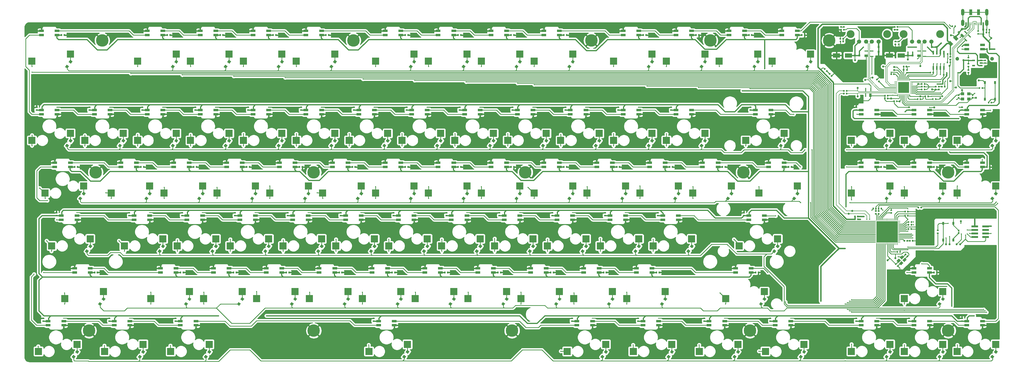
<source format=gbl>
G04 #@! TF.GenerationSoftware,KiCad,Pcbnew,5.1.10-88a1d61d58~90~ubuntu21.04.1*
G04 #@! TF.CreationDate,2021-09-24T17:06:43+02:00*
G04 #@! TF.ProjectId,Keyboard_80_with_USB_HUB_V3,4b657962-6f61-4726-945f-3830255f7769,rev?*
G04 #@! TF.SameCoordinates,Original*
G04 #@! TF.FileFunction,Copper,L2,Bot*
G04 #@! TF.FilePolarity,Positive*
%FSLAX46Y46*%
G04 Gerber Fmt 4.6, Leading zero omitted, Abs format (unit mm)*
G04 Created by KiCad (PCBNEW 5.1.10-88a1d61d58~90~ubuntu21.04.1) date 2021-09-24 17:06:43*
%MOMM*%
%LPD*%
G01*
G04 APERTURE LIST*
G04 #@! TA.AperFunction,WasherPad*
%ADD10C,0.100000*%
G04 #@! TD*
G04 #@! TA.AperFunction,SMDPad,CuDef*
%ADD11R,2.550000X2.500000*%
G04 #@! TD*
G04 #@! TA.AperFunction,SMDPad,CuDef*
%ADD12R,7.600000X7.600000*%
G04 #@! TD*
G04 #@! TA.AperFunction,SMDPad,CuDef*
%ADD13R,0.249200X0.854800*%
G04 #@! TD*
G04 #@! TA.AperFunction,SMDPad,CuDef*
%ADD14R,0.854800X0.249200*%
G04 #@! TD*
G04 #@! TA.AperFunction,SMDPad,CuDef*
%ADD15R,0.600000X0.700000*%
G04 #@! TD*
G04 #@! TA.AperFunction,SMDPad,CuDef*
%ADD16R,0.700000X0.600000*%
G04 #@! TD*
G04 #@! TA.AperFunction,SMDPad,CuDef*
%ADD17R,0.700000X1.000000*%
G04 #@! TD*
G04 #@! TA.AperFunction,SMDPad,CuDef*
%ADD18R,3.860800X3.860800*%
G04 #@! TD*
G04 #@! TA.AperFunction,SMDPad,CuDef*
%ADD19R,0.254000X1.066800*%
G04 #@! TD*
G04 #@! TA.AperFunction,SMDPad,CuDef*
%ADD20R,1.066800X0.254000*%
G04 #@! TD*
G04 #@! TA.AperFunction,SMDPad,CuDef*
%ADD21R,1.800000X0.820000*%
G04 #@! TD*
G04 #@! TA.AperFunction,SMDPad,CuDef*
%ADD22R,1.003300X0.508000*%
G04 #@! TD*
G04 #@! TA.AperFunction,SMDPad,CuDef*
%ADD23C,0.100000*%
G04 #@! TD*
G04 #@! TA.AperFunction,SMDPad,CuDef*
%ADD24R,0.800000X0.655600*%
G04 #@! TD*
G04 #@! TA.AperFunction,SMDPad,CuDef*
%ADD25R,0.655600X0.800000*%
G04 #@! TD*
G04 #@! TA.AperFunction,SMDPad,CuDef*
%ADD26R,1.168400X0.431800*%
G04 #@! TD*
G04 #@! TA.AperFunction,SMDPad,CuDef*
%ADD27R,1.168400X0.838200*%
G04 #@! TD*
G04 #@! TA.AperFunction,SMDPad,CuDef*
%ADD28R,0.431800X1.168400*%
G04 #@! TD*
G04 #@! TA.AperFunction,SMDPad,CuDef*
%ADD29R,0.838200X1.168400*%
G04 #@! TD*
G04 #@! TA.AperFunction,SMDPad,CuDef*
%ADD30R,1.300000X1.100000*%
G04 #@! TD*
G04 #@! TA.AperFunction,SMDPad,CuDef*
%ADD31R,2.641600X1.600200*%
G04 #@! TD*
G04 #@! TA.AperFunction,SMDPad,CuDef*
%ADD32R,0.533400X1.460500*%
G04 #@! TD*
G04 #@! TA.AperFunction,ComponentPad*
%ADD33C,4.500000*%
G04 #@! TD*
G04 #@! TA.AperFunction,ComponentPad*
%ADD34C,2.819400*%
G04 #@! TD*
G04 #@! TA.AperFunction,ComponentPad*
%ADD35C,1.498600*%
G04 #@! TD*
G04 #@! TA.AperFunction,ComponentPad*
%ADD36O,1.200000X2.400000*%
G04 #@! TD*
G04 #@! TA.AperFunction,ComponentPad*
%ADD37O,1.158000X2.316000*%
G04 #@! TD*
G04 #@! TA.AperFunction,SMDPad,CuDef*
%ADD38R,1.000000X2.000000*%
G04 #@! TD*
G04 #@! TA.AperFunction,SMDPad,CuDef*
%ADD39R,0.270000X1.000000*%
G04 #@! TD*
G04 #@! TA.AperFunction,SMDPad,CuDef*
%ADD40R,0.520000X1.000000*%
G04 #@! TD*
G04 #@! TA.AperFunction,SMDPad,CuDef*
%ADD41R,2.400000X0.740000*%
G04 #@! TD*
G04 #@! TA.AperFunction,SMDPad,CuDef*
%ADD42C,0.750000*%
G04 #@! TD*
G04 #@! TA.AperFunction,ViaPad*
%ADD43C,0.450000*%
G04 #@! TD*
G04 #@! TA.AperFunction,Conductor*
%ADD44C,0.254000*%
G04 #@! TD*
G04 #@! TA.AperFunction,Conductor*
%ADD45C,0.381000*%
G04 #@! TD*
G04 #@! TA.AperFunction,Conductor*
%ADD46C,0.406400*%
G04 #@! TD*
G04 #@! TA.AperFunction,Conductor*
%ADD47C,0.508000*%
G04 #@! TD*
G04 #@! TA.AperFunction,Conductor*
%ADD48C,0.279400*%
G04 #@! TD*
G04 #@! TA.AperFunction,Conductor*
%ADD49C,0.127000*%
G04 #@! TD*
G04 #@! TA.AperFunction,Conductor*
%ADD50C,0.100000*%
G04 #@! TD*
G04 APERTURE END LIST*
G04 #@! TA.AperFunction,WasherPad*
D10*
G36*
X338845375Y-3557035D02*
G01*
X338907937Y-3569480D01*
X338968978Y-3587996D01*
X339027911Y-3612407D01*
X339084167Y-3642476D01*
X339137205Y-3677915D01*
X339186513Y-3718382D01*
X339231618Y-3763487D01*
X339272085Y-3812795D01*
X339307524Y-3865833D01*
X339337593Y-3922089D01*
X339362004Y-3981022D01*
X339380520Y-4042063D01*
X339392965Y-4104625D01*
X339399217Y-4168106D01*
X339399217Y-4231894D01*
X339392965Y-4295375D01*
X339380520Y-4357937D01*
X339362004Y-4418978D01*
X339337593Y-4477911D01*
X339307524Y-4534167D01*
X339272085Y-4587205D01*
X339231618Y-4636513D01*
X339186513Y-4681618D01*
X339137205Y-4722085D01*
X339084167Y-4757524D01*
X339027911Y-4787593D01*
X338968978Y-4812004D01*
X338907937Y-4830520D01*
X338845375Y-4842965D01*
X338781894Y-4849217D01*
X338718106Y-4849217D01*
X338654625Y-4842965D01*
X338592063Y-4830520D01*
X338531022Y-4812004D01*
X338472089Y-4787593D01*
X338415833Y-4757524D01*
X338362795Y-4722085D01*
X338313487Y-4681618D01*
X338268382Y-4636513D01*
X338227915Y-4587205D01*
X338192476Y-4534167D01*
X338162407Y-4477911D01*
X338137996Y-4418978D01*
X338119480Y-4357937D01*
X338107035Y-4295375D01*
X338100783Y-4231894D01*
X338100783Y-4168106D01*
X338107035Y-4104625D01*
X338119480Y-4042063D01*
X338137996Y-3981022D01*
X338162407Y-3922089D01*
X338192476Y-3865833D01*
X338227915Y-3812795D01*
X338268382Y-3763487D01*
X338313487Y-3718382D01*
X338362795Y-3677915D01*
X338415833Y-3642476D01*
X338472089Y-3612407D01*
X338531022Y-3587996D01*
X338592063Y-3569480D01*
X338654625Y-3557035D01*
X338718106Y-3550783D01*
X338781894Y-3550783D01*
X338845375Y-3557035D01*
G37*
G04 #@! TD.AperFunction*
G04 #@! TA.AperFunction,WasherPad*
G36*
X326345375Y-3557035D02*
G01*
X326407937Y-3569480D01*
X326468978Y-3587996D01*
X326527911Y-3612407D01*
X326584167Y-3642476D01*
X326637205Y-3677915D01*
X326686513Y-3718382D01*
X326731618Y-3763487D01*
X326772085Y-3812795D01*
X326807524Y-3865833D01*
X326837593Y-3922089D01*
X326862004Y-3981022D01*
X326880520Y-4042063D01*
X326892965Y-4104625D01*
X326899217Y-4168106D01*
X326899217Y-4231894D01*
X326892965Y-4295375D01*
X326880520Y-4357937D01*
X326862004Y-4418978D01*
X326837593Y-4477911D01*
X326807524Y-4534167D01*
X326772085Y-4587205D01*
X326731618Y-4636513D01*
X326686513Y-4681618D01*
X326637205Y-4722085D01*
X326584167Y-4757524D01*
X326527911Y-4787593D01*
X326468978Y-4812004D01*
X326407937Y-4830520D01*
X326345375Y-4842965D01*
X326281894Y-4849217D01*
X326218106Y-4849217D01*
X326154625Y-4842965D01*
X326092063Y-4830520D01*
X326031022Y-4812004D01*
X325972089Y-4787593D01*
X325915833Y-4757524D01*
X325862795Y-4722085D01*
X325813487Y-4681618D01*
X325768382Y-4636513D01*
X325727915Y-4587205D01*
X325692476Y-4534167D01*
X325662407Y-4477911D01*
X325637996Y-4418978D01*
X325619480Y-4357937D01*
X325607035Y-4295375D01*
X325600783Y-4231894D01*
X325600783Y-4168106D01*
X325607035Y-4104625D01*
X325619480Y-4042063D01*
X325637996Y-3981022D01*
X325662407Y-3922089D01*
X325692476Y-3865833D01*
X325727915Y-3812795D01*
X325768382Y-3763487D01*
X325813487Y-3718382D01*
X325862795Y-3677915D01*
X325915833Y-3642476D01*
X325972089Y-3612407D01*
X326031022Y-3587996D01*
X326092063Y-3569480D01*
X326154625Y-3557035D01*
X326218106Y-3550783D01*
X326281894Y-3550783D01*
X326345375Y-3557035D01*
G37*
G04 #@! TD.AperFunction*
D11*
X7560000Y-2540000D03*
X-6290000Y-5080000D03*
X45560000Y-2540000D03*
X31710000Y-5080000D03*
X64560000Y-2540000D03*
X50710000Y-5080000D03*
X83560000Y-2540000D03*
X69710000Y-5080000D03*
X102560000Y-2540000D03*
X88710000Y-5080000D03*
X131060000Y-2540000D03*
X117210000Y-5080000D03*
X150060000Y-2540000D03*
X136210000Y-5080000D03*
X169060000Y-2540000D03*
X155210000Y-5080000D03*
X188060000Y-2540000D03*
X174210000Y-5080000D03*
X216560000Y-2540000D03*
X202710000Y-5080000D03*
X235560000Y-2540000D03*
X221710000Y-5080000D03*
X254560000Y-2540000D03*
X240710000Y-5080000D03*
X273560000Y-2540000D03*
X259710000Y-5080000D03*
X7560000Y-31040000D03*
X-6290000Y-33580000D03*
X26560000Y-31040000D03*
X12710000Y-33580000D03*
X45560000Y-31040000D03*
X31710000Y-33580000D03*
X64560000Y-31040000D03*
X50710000Y-33580000D03*
X83560000Y-31040000D03*
X69710000Y-33580000D03*
X102560000Y-31040000D03*
X88710000Y-33580000D03*
X121560000Y-31040000D03*
X107710000Y-33580000D03*
X140560000Y-31040000D03*
X126710000Y-33580000D03*
X159560000Y-31040000D03*
X145710000Y-33580000D03*
X178560000Y-31040000D03*
X164710000Y-33580000D03*
X197560000Y-31040000D03*
X183710000Y-33580000D03*
X216560000Y-31040000D03*
X202710000Y-33580000D03*
X235560000Y-31040000D03*
X221710000Y-33580000D03*
X302060000Y-31040000D03*
X288210000Y-33580000D03*
X321060000Y-31040000D03*
X307210000Y-33580000D03*
X340060000Y-31040000D03*
X326210000Y-33580000D03*
X36060000Y-50040000D03*
X22210000Y-52580000D03*
X55060000Y-50040000D03*
X41210000Y-52580000D03*
X74060000Y-50040000D03*
X60210000Y-52580000D03*
X93060000Y-50040000D03*
X79210000Y-52580000D03*
X112060000Y-50040000D03*
X98210000Y-52580000D03*
X131060000Y-50040000D03*
X117210000Y-52580000D03*
X150060000Y-50040000D03*
X136210000Y-52580000D03*
X169060000Y-50040000D03*
X155210000Y-52580000D03*
X188060000Y-50040000D03*
X174210000Y-52580000D03*
X207060000Y-50040000D03*
X193210000Y-52580000D03*
X226060000Y-50040000D03*
X212210000Y-52580000D03*
X302060000Y-50040000D03*
X288210000Y-52580000D03*
X321060000Y-50040000D03*
X307210000Y-52580000D03*
X340060000Y-50040000D03*
X326210000Y-52580000D03*
X40810000Y-69040000D03*
X26960000Y-71580000D03*
X59810000Y-69040000D03*
X45960000Y-71580000D03*
X78810000Y-69040000D03*
X64960000Y-71580000D03*
X97810000Y-69040000D03*
X83960000Y-71580000D03*
X116810000Y-69040000D03*
X102960000Y-71580000D03*
X135810000Y-69040000D03*
X121960000Y-71580000D03*
X154810000Y-69040000D03*
X140960000Y-71580000D03*
X173810000Y-69040000D03*
X159960000Y-71580000D03*
X192810000Y-69040000D03*
X178960000Y-71580000D03*
X211810000Y-69040000D03*
X197960000Y-71580000D03*
X230810000Y-69040000D03*
X216960000Y-71580000D03*
X50310000Y-88040000D03*
X36460000Y-90580000D03*
X69310000Y-88040000D03*
X55460000Y-90580000D03*
X88310000Y-88040000D03*
X74460000Y-90580000D03*
X107310000Y-88040000D03*
X93460000Y-90580000D03*
X126310000Y-88040000D03*
X112460000Y-90580000D03*
X145310000Y-88040000D03*
X131460000Y-90580000D03*
X164310000Y-88040000D03*
X150460000Y-90580000D03*
X183310000Y-88040000D03*
X169460000Y-90580000D03*
X202310000Y-88040000D03*
X188460000Y-90580000D03*
X221310000Y-88040000D03*
X207460000Y-90580000D03*
X321060000Y-88040000D03*
X307210000Y-90580000D03*
X302060000Y-107040000D03*
X288210000Y-109580000D03*
X321060000Y-107040000D03*
X307210000Y-109580000D03*
X340060000Y-107040000D03*
X326210000Y-109580000D03*
X264060000Y-31040000D03*
X250210000Y-33580000D03*
X245060000Y-50040000D03*
X231210000Y-52580000D03*
X12310000Y-50040000D03*
X-1540000Y-52580000D03*
X14685000Y-69040000D03*
X835000Y-71580000D03*
X261685000Y-69040000D03*
X247835000Y-71580000D03*
X19435000Y-88040000D03*
X5585000Y-90580000D03*
X256935000Y-88040000D03*
X243085000Y-90580000D03*
X9935000Y-107040000D03*
X-3915000Y-109580000D03*
X33685000Y-107040000D03*
X19835000Y-109580000D03*
X57435000Y-107040000D03*
X43585000Y-109580000D03*
X128685000Y-107040000D03*
X114835000Y-109580000D03*
X199935000Y-107040000D03*
X186085000Y-109580000D03*
X223685000Y-107040000D03*
X209835000Y-109580000D03*
X247435000Y-107040000D03*
X233585000Y-109580000D03*
X271185000Y-107040000D03*
X257335000Y-109580000D03*
X268810000Y-50040000D03*
X254960000Y-52580000D03*
D12*
X301000000Y-66500000D03*
D13*
X304750000Y-62122600D03*
X304250001Y-62122600D03*
X303750000Y-62122600D03*
X303250001Y-62122600D03*
X302749999Y-62122600D03*
X302250000Y-62122600D03*
X301750001Y-62122600D03*
X301250000Y-62122600D03*
X300750000Y-62122600D03*
X300249999Y-62122600D03*
X299750000Y-62122600D03*
X299250001Y-62122600D03*
X298749999Y-62122600D03*
X298250000Y-62122600D03*
X297749999Y-62122600D03*
X297250000Y-62122600D03*
D14*
X296622600Y-62750000D03*
X296622600Y-63249999D03*
X296622600Y-63750000D03*
X296622600Y-64249999D03*
X296622600Y-64750001D03*
X296622600Y-65250000D03*
X296622600Y-65749999D03*
X296622600Y-66250000D03*
X296622600Y-66750000D03*
X296622600Y-67250001D03*
X296622600Y-67750000D03*
X296622600Y-68249999D03*
X296622600Y-68750001D03*
X296622600Y-69250000D03*
X296622600Y-69750001D03*
X296622600Y-70250000D03*
D13*
X297250000Y-70877400D03*
X297749999Y-70877400D03*
X298250000Y-70877400D03*
X298749999Y-70877400D03*
X299250001Y-70877400D03*
X299750000Y-70877400D03*
X300249999Y-70877400D03*
X300750000Y-70877400D03*
X301250000Y-70877400D03*
X301750001Y-70877400D03*
X302250000Y-70877400D03*
X302749999Y-70877400D03*
X303250001Y-70877400D03*
X303750000Y-70877400D03*
X304250001Y-70877400D03*
X304750000Y-70877400D03*
D14*
X305377400Y-70250000D03*
X305377400Y-69750001D03*
X305377400Y-69250000D03*
X305377400Y-68750001D03*
X305377400Y-68249999D03*
X305377400Y-67750000D03*
X305377400Y-67250001D03*
X305377400Y-66750000D03*
X305377400Y-66250000D03*
X305377400Y-65749999D03*
X305377400Y-65250000D03*
X305377400Y-64750001D03*
X305377400Y-64249999D03*
X305377400Y-63750000D03*
X305377400Y-63249999D03*
X305377400Y-62750000D03*
D15*
X17275000Y-81170000D03*
X16275000Y-81170000D03*
X48150000Y-81170000D03*
X47150000Y-81170000D03*
X67150000Y-81170000D03*
X66150000Y-81170000D03*
X86150000Y-81170000D03*
X85150000Y-81170000D03*
X105150000Y-81170000D03*
X104150000Y-81170000D03*
X124150000Y-81170000D03*
X123150000Y-81170000D03*
X143150000Y-81170000D03*
X142150000Y-81170000D03*
X162150000Y-81170000D03*
X161150000Y-81170000D03*
X181150000Y-81170000D03*
X180150000Y-81170000D03*
X200150000Y-81170000D03*
X199150000Y-81170000D03*
X219150000Y-81170000D03*
X218150000Y-81170000D03*
X254775000Y-81170000D03*
X253775000Y-81170000D03*
X318900000Y-81170000D03*
X317900000Y-81170000D03*
X10150000Y-43170000D03*
X9150000Y-43170000D03*
X33900000Y-43170000D03*
X32900000Y-43170000D03*
X52900000Y-43170000D03*
X51900000Y-43170000D03*
X71900000Y-43170000D03*
X70900000Y-43170000D03*
X90900000Y-43170000D03*
X89900000Y-43170000D03*
X109900000Y-43170000D03*
X108900000Y-43170000D03*
X128900000Y-43170000D03*
X127900000Y-43170000D03*
X147900000Y-43170000D03*
X146900000Y-43170000D03*
X166900000Y-43170000D03*
X165900000Y-43170000D03*
X185900000Y-43170000D03*
X184900000Y-43170000D03*
X204900000Y-43170000D03*
X203900000Y-43170000D03*
X223900000Y-43170000D03*
X222900000Y-43170000D03*
X242900000Y-43170000D03*
X241900000Y-43170000D03*
X266650000Y-43170000D03*
X265650000Y-43170000D03*
X299900000Y-43170000D03*
X298900000Y-43170000D03*
X318900000Y-43170000D03*
X317900000Y-43170000D03*
X337900000Y-43170000D03*
X336900000Y-43170000D03*
X5400000Y4330000D03*
X4400000Y4330000D03*
X43400000Y4330000D03*
X42400000Y4330000D03*
X62400000Y4330000D03*
X61400000Y4330000D03*
X81400000Y4330000D03*
X80400000Y4330000D03*
X100400000Y4330000D03*
X99400000Y4330000D03*
X128900000Y4330000D03*
X127900000Y4330000D03*
X147900000Y4330000D03*
X146900000Y4330000D03*
X166900000Y4330000D03*
X165900000Y4330000D03*
X185900000Y4330000D03*
X184900000Y4330000D03*
X214400000Y4330000D03*
X213400000Y4330000D03*
X233400000Y4330000D03*
X232400000Y4330000D03*
X252400000Y4330000D03*
X251400000Y4330000D03*
X271400000Y4330000D03*
X270400000Y4330000D03*
X337900000Y-750000D03*
X336900000Y-750000D03*
D16*
X-4560000Y-21670000D03*
X-4560000Y-22670000D03*
X14440000Y-21670000D03*
X14440000Y-22670000D03*
X33440000Y-21670000D03*
X33440000Y-22670000D03*
X52440000Y-21670000D03*
X52440000Y-22670000D03*
X71440000Y-21670000D03*
X71440000Y-22670000D03*
X90440000Y-21670000D03*
X90440000Y-22670000D03*
X109440000Y-21670000D03*
X109440000Y-22670000D03*
X128440000Y-21670000D03*
X128440000Y-22670000D03*
X147440000Y-21670000D03*
X147440000Y-22670000D03*
X166440000Y-21670000D03*
X166440000Y-22670000D03*
X185440000Y-21670000D03*
X185440000Y-22670000D03*
X204440000Y-21670000D03*
X204440000Y-22670000D03*
X223440000Y-21670000D03*
X223440000Y-22670000D03*
X251940000Y-21670000D03*
X251940000Y-22670000D03*
X289940000Y-21670000D03*
X289940000Y-22670000D03*
X308940000Y-21670000D03*
X308940000Y-22670000D03*
X327940000Y-21670000D03*
X327940000Y-22670000D03*
X2565000Y-59670000D03*
X2565000Y-60670000D03*
X28690000Y-59670000D03*
X28690000Y-60670000D03*
X47690000Y-59670000D03*
X47690000Y-60670000D03*
X66690000Y-59670000D03*
X66690000Y-60670000D03*
X85690000Y-59670000D03*
X85690000Y-60670000D03*
X104690000Y-59670000D03*
X104690000Y-60670000D03*
X123690000Y-59670000D03*
X123690000Y-60670000D03*
X142690000Y-59670000D03*
X142690000Y-60670000D03*
X161690000Y-59670000D03*
X161690000Y-60670000D03*
X180690000Y-59670000D03*
X180690000Y-60670000D03*
X199690000Y-59670000D03*
X199690000Y-60670000D03*
X218690000Y-59670000D03*
X218690000Y-60670000D03*
X249565000Y-59670000D03*
X249565000Y-60670000D03*
X-2185000Y-97670000D03*
X-2185000Y-98670000D03*
X21565000Y-97670000D03*
X21565000Y-98670000D03*
X45315000Y-97670000D03*
X45315000Y-98670000D03*
X116565000Y-97670000D03*
X116565000Y-98670000D03*
X187815000Y-97670000D03*
X187815000Y-98670000D03*
X211565000Y-97670000D03*
X211565000Y-98670000D03*
X235315000Y-97670000D03*
X235315000Y-98670000D03*
X259065000Y-97670000D03*
X259065000Y-98670000D03*
X289940000Y-97670000D03*
X289940000Y-98670000D03*
X308940000Y-97670000D03*
X308940000Y-98670000D03*
X327940000Y-97670000D03*
X327940000Y-98670000D03*
D17*
X339850000Y-18750000D03*
X339850000Y-12750000D03*
X336150000Y-18750000D03*
X336150000Y-12750000D03*
X324850000Y-69500000D03*
X324850000Y-63500000D03*
X321150000Y-69500000D03*
X321150000Y-63500000D03*
D18*
X307000000Y-14500000D03*
D19*
X304968000Y-17344800D03*
X305476000Y-17344800D03*
X305984000Y-17344800D03*
X306492000Y-17344800D03*
X307000000Y-17344800D03*
X307508000Y-17344800D03*
X308016000Y-17344800D03*
X308524000Y-17344800D03*
X309032000Y-17344800D03*
D20*
X309844800Y-16532000D03*
X309844800Y-16024000D03*
X309844800Y-15516000D03*
X309844800Y-15008000D03*
X309844800Y-14500000D03*
X309844800Y-13992000D03*
X309844800Y-13484000D03*
X309844800Y-12976000D03*
X309844800Y-12468000D03*
D19*
X309032000Y-11655200D03*
X308524000Y-11655200D03*
X308016000Y-11655200D03*
X307508000Y-11655200D03*
X307000000Y-11655200D03*
X306492000Y-11655200D03*
X305984000Y-11655200D03*
X305476000Y-11655200D03*
X304968000Y-11655200D03*
D20*
X304155200Y-12468000D03*
X304155200Y-12976000D03*
X304155200Y-13484000D03*
X304155200Y-13992000D03*
X304155200Y-14500000D03*
X304155200Y-15008000D03*
X304155200Y-15516000D03*
X304155200Y-16024000D03*
X304155200Y-16532000D03*
D21*
X335300000Y-22670000D03*
X335300000Y-24170000D03*
X329700000Y-24170000D03*
X329700000Y-22670000D03*
X2800000Y-22670000D03*
X2800000Y-24170000D03*
X-2800000Y-24170000D03*
X-2800000Y-22670000D03*
X21800000Y-22670000D03*
X21800000Y-24170000D03*
X16200000Y-24170000D03*
X16200000Y-22670000D03*
X40800000Y-22670000D03*
X40800000Y-24170000D03*
X35200000Y-24170000D03*
X35200000Y-22670000D03*
X59800000Y-22670000D03*
X59800000Y-24170000D03*
X54200000Y-24170000D03*
X54200000Y-22670000D03*
X78800000Y-22670000D03*
X78800000Y-24170000D03*
X73200000Y-24170000D03*
X73200000Y-22670000D03*
X97800000Y-22670000D03*
X97800000Y-24170000D03*
X92200000Y-24170000D03*
X92200000Y-22670000D03*
X116800000Y-22670000D03*
X116800000Y-24170000D03*
X111200000Y-24170000D03*
X111200000Y-22670000D03*
X135800000Y-22670000D03*
X135800000Y-24170000D03*
X130200000Y-24170000D03*
X130200000Y-22670000D03*
X154800000Y-22670000D03*
X154800000Y-24170000D03*
X149200000Y-24170000D03*
X149200000Y-22670000D03*
X173800000Y-22670000D03*
X173800000Y-24170000D03*
X168200000Y-24170000D03*
X168200000Y-22670000D03*
X192800000Y-22670000D03*
X192800000Y-24170000D03*
X187200000Y-24170000D03*
X187200000Y-22670000D03*
X211800000Y-22670000D03*
X211800000Y-24170000D03*
X206200000Y-24170000D03*
X206200000Y-22670000D03*
X230800000Y-22670000D03*
X230800000Y-24170000D03*
X225200000Y-24170000D03*
X225200000Y-22670000D03*
X259300000Y-22670000D03*
X259300000Y-24170000D03*
X253700000Y-24170000D03*
X253700000Y-22670000D03*
X297300000Y-22670000D03*
X297300000Y-24170000D03*
X291700000Y-24170000D03*
X291700000Y-22670000D03*
X316300000Y-22670000D03*
X316300000Y-24170000D03*
X310700000Y-24170000D03*
X310700000Y-22670000D03*
X9925000Y-60670000D03*
X9925000Y-62170000D03*
X4325000Y-62170000D03*
X4325000Y-60670000D03*
X36050000Y-60670000D03*
X36050000Y-62170000D03*
X30450000Y-62170000D03*
X30450000Y-60670000D03*
X55050000Y-60670000D03*
X55050000Y-62170000D03*
X49450000Y-62170000D03*
X49450000Y-60670000D03*
X74050000Y-60670000D03*
X74050000Y-62170000D03*
X68450000Y-62170000D03*
X68450000Y-60670000D03*
X93050000Y-60670000D03*
X93050000Y-62170000D03*
X87450000Y-62170000D03*
X87450000Y-60670000D03*
X112050000Y-60670000D03*
X112050000Y-62170000D03*
X106450000Y-62170000D03*
X106450000Y-60670000D03*
X131050000Y-60670000D03*
X131050000Y-62170000D03*
X125450000Y-62170000D03*
X125450000Y-60670000D03*
X150050000Y-60670000D03*
X150050000Y-62170000D03*
X144450000Y-62170000D03*
X144450000Y-60670000D03*
X169050000Y-60670000D03*
X169050000Y-62170000D03*
X163450000Y-62170000D03*
X163450000Y-60670000D03*
X188050000Y-60670000D03*
X188050000Y-62170000D03*
X182450000Y-62170000D03*
X182450000Y-60670000D03*
X207050000Y-60670000D03*
X207050000Y-62170000D03*
X201450000Y-62170000D03*
X201450000Y-60670000D03*
X226050000Y-60670000D03*
X226050000Y-62170000D03*
X220450000Y-62170000D03*
X220450000Y-60670000D03*
X256925000Y-60670000D03*
X256925000Y-62170000D03*
X251325000Y-62170000D03*
X251325000Y-60670000D03*
X5175000Y-98670000D03*
X5175000Y-100170000D03*
X-425000Y-100170000D03*
X-425000Y-98670000D03*
X28925000Y-98670000D03*
X28925000Y-100170000D03*
X23325000Y-100170000D03*
X23325000Y-98670000D03*
X52675000Y-98670000D03*
X52675000Y-100170000D03*
X47075000Y-100170000D03*
X47075000Y-98670000D03*
X123925000Y-98670000D03*
X123925000Y-100170000D03*
X118325000Y-100170000D03*
X118325000Y-98670000D03*
X195175000Y-98670000D03*
X195175000Y-100170000D03*
X189575000Y-100170000D03*
X189575000Y-98670000D03*
X218925000Y-98670000D03*
X218925000Y-100170000D03*
X213325000Y-100170000D03*
X213325000Y-98670000D03*
X242675000Y-98670000D03*
X242675000Y-100170000D03*
X237075000Y-100170000D03*
X237075000Y-98670000D03*
X266425000Y-98670000D03*
X266425000Y-100170000D03*
X260825000Y-100170000D03*
X260825000Y-98670000D03*
X297300000Y-98670000D03*
X297300000Y-100170000D03*
X291700000Y-100170000D03*
X291700000Y-98670000D03*
X316300000Y-98670000D03*
X316300000Y-100170000D03*
X310700000Y-100170000D03*
X310700000Y-98670000D03*
X335300000Y-98670000D03*
X335300000Y-100170000D03*
X329700000Y-100170000D03*
X329700000Y-98670000D03*
X329700000Y-750000D03*
X329700000Y750000D03*
X335300000Y750000D03*
X335300000Y-750000D03*
X263200000Y4330000D03*
X263200000Y5830000D03*
X268800000Y5830000D03*
X268800000Y4330000D03*
X244200000Y4330000D03*
X244200000Y5830000D03*
X249800000Y5830000D03*
X249800000Y4330000D03*
X225200000Y4330000D03*
X225200000Y5830000D03*
X230800000Y5830000D03*
X230800000Y4330000D03*
X206200000Y4330000D03*
X206200000Y5830000D03*
X211800000Y5830000D03*
X211800000Y4330000D03*
X177700000Y4330000D03*
X177700000Y5830000D03*
X183300000Y5830000D03*
X183300000Y4330000D03*
X158700000Y4330000D03*
X158700000Y5830000D03*
X164300000Y5830000D03*
X164300000Y4330000D03*
X139700000Y4330000D03*
X139700000Y5830000D03*
X145300000Y5830000D03*
X145300000Y4330000D03*
X120700000Y4330000D03*
X120700000Y5830000D03*
X126300000Y5830000D03*
X126300000Y4330000D03*
X92200000Y4330000D03*
X92200000Y5830000D03*
X97800000Y5830000D03*
X97800000Y4330000D03*
X73200000Y4330000D03*
X73200000Y5830000D03*
X78800000Y5830000D03*
X78800000Y4330000D03*
X54200000Y4330000D03*
X54200000Y5830000D03*
X59800000Y5830000D03*
X59800000Y4330000D03*
X35200000Y4330000D03*
X35200000Y5830000D03*
X40800000Y5830000D03*
X40800000Y4330000D03*
X-2800000Y4330000D03*
X-2800000Y5830000D03*
X2800000Y5830000D03*
X2800000Y4330000D03*
X329700000Y-43170000D03*
X329700000Y-41670000D03*
X335300000Y-41670000D03*
X335300000Y-43170000D03*
X310700000Y-43170000D03*
X310700000Y-41670000D03*
X316300000Y-41670000D03*
X316300000Y-43170000D03*
X291700000Y-43170000D03*
X291700000Y-41670000D03*
X297300000Y-41670000D03*
X297300000Y-43170000D03*
X258450000Y-43170000D03*
X258450000Y-41670000D03*
X264050000Y-41670000D03*
X264050000Y-43170000D03*
X234700000Y-43170000D03*
X234700000Y-41670000D03*
X240300000Y-41670000D03*
X240300000Y-43170000D03*
X215700000Y-43170000D03*
X215700000Y-41670000D03*
X221300000Y-41670000D03*
X221300000Y-43170000D03*
X196700000Y-43170000D03*
X196700000Y-41670000D03*
X202300000Y-41670000D03*
X202300000Y-43170000D03*
X177700000Y-43170000D03*
X177700000Y-41670000D03*
X183300000Y-41670000D03*
X183300000Y-43170000D03*
X158700000Y-43170000D03*
X158700000Y-41670000D03*
X164300000Y-41670000D03*
X164300000Y-43170000D03*
X139700000Y-43170000D03*
X139700000Y-41670000D03*
X145300000Y-41670000D03*
X145300000Y-43170000D03*
X120700000Y-43170000D03*
X120700000Y-41670000D03*
X126300000Y-41670000D03*
X126300000Y-43170000D03*
X101700000Y-43170000D03*
X101700000Y-41670000D03*
X107300000Y-41670000D03*
X107300000Y-43170000D03*
X82700000Y-43170000D03*
X82700000Y-41670000D03*
X88300000Y-41670000D03*
X88300000Y-43170000D03*
X63700000Y-43170000D03*
X63700000Y-41670000D03*
X69300000Y-41670000D03*
X69300000Y-43170000D03*
X44700000Y-43170000D03*
X44700000Y-41670000D03*
X50300000Y-41670000D03*
X50300000Y-43170000D03*
X25700000Y-43170000D03*
X25700000Y-41670000D03*
X31300000Y-41670000D03*
X31300000Y-43170000D03*
X1950000Y-43170000D03*
X1950000Y-41670000D03*
X7550000Y-41670000D03*
X7550000Y-43170000D03*
X310700000Y-81170000D03*
X310700000Y-79670000D03*
X316300000Y-79670000D03*
X316300000Y-81170000D03*
X246575000Y-81170000D03*
X246575000Y-79670000D03*
X252175000Y-79670000D03*
X252175000Y-81170000D03*
X210950000Y-81170000D03*
X210950000Y-79670000D03*
X216550000Y-79670000D03*
X216550000Y-81170000D03*
X191950000Y-81170000D03*
X191950000Y-79670000D03*
X197550000Y-79670000D03*
X197550000Y-81170000D03*
X172950000Y-81170000D03*
X172950000Y-79670000D03*
X178550000Y-79670000D03*
X178550000Y-81170000D03*
X153950000Y-81170000D03*
X153950000Y-79670000D03*
X159550000Y-79670000D03*
X159550000Y-81170000D03*
X134950000Y-81170000D03*
X134950000Y-79670000D03*
X140550000Y-79670000D03*
X140550000Y-81170000D03*
X115950000Y-81170000D03*
X115950000Y-79670000D03*
X121550000Y-79670000D03*
X121550000Y-81170000D03*
X96950000Y-81170000D03*
X96950000Y-79670000D03*
X102550000Y-79670000D03*
X102550000Y-81170000D03*
X77950000Y-81170000D03*
X77950000Y-79670000D03*
X83550000Y-79670000D03*
X83550000Y-81170000D03*
X58950000Y-81170000D03*
X58950000Y-79670000D03*
X64550000Y-79670000D03*
X64550000Y-81170000D03*
X39950000Y-81170000D03*
X39950000Y-79670000D03*
X45550000Y-79670000D03*
X45550000Y-81170000D03*
X9075000Y-81170000D03*
X9075000Y-79670000D03*
X14675000Y-79670000D03*
X14675000Y-81170000D03*
G04 #@! TA.AperFunction,SMDPad,CuDef*
G36*
G01*
X303577500Y6545000D02*
X303922500Y6545000D01*
G75*
G02*
X304070000Y6397500I0J-147500D01*
G01*
X304070000Y6102500D01*
G75*
G02*
X303922500Y5955000I-147500J0D01*
G01*
X303577500Y5955000D01*
G75*
G02*
X303430000Y6102500I0J147500D01*
G01*
X303430000Y6397500D01*
G75*
G02*
X303577500Y6545000I147500J0D01*
G01*
G37*
G04 #@! TD.AperFunction*
G04 #@! TA.AperFunction,SMDPad,CuDef*
G36*
G01*
X303577500Y7515000D02*
X303922500Y7515000D01*
G75*
G02*
X304070000Y7367500I0J-147500D01*
G01*
X304070000Y7072500D01*
G75*
G02*
X303922500Y6925000I-147500J0D01*
G01*
X303577500Y6925000D01*
G75*
G02*
X303430000Y7072500I0J147500D01*
G01*
X303430000Y7367500D01*
G75*
G02*
X303577500Y7515000I147500J0D01*
G01*
G37*
G04 #@! TD.AperFunction*
D22*
X332147450Y-4799999D03*
X332147450Y-6700001D03*
X334852550Y-6700001D03*
X334852550Y-5750000D03*
X334852550Y-4799999D03*
G04 #@! TA.AperFunction,SMDPad,CuDef*
D23*
G36*
X328051053Y5985368D02*
G01*
X327485368Y6551053D01*
X327948947Y7014632D01*
X328514632Y6448947D01*
X328051053Y5985368D01*
G37*
G04 #@! TD.AperFunction*
G04 #@! TA.AperFunction,SMDPad,CuDef*
G36*
X326880367Y4814682D02*
G01*
X326314682Y5380367D01*
X326778261Y5843946D01*
X327343946Y5278261D01*
X326880367Y4814682D01*
G37*
G04 #@! TD.AperFunction*
D24*
X335600000Y6250000D03*
X335600000Y4594400D03*
D25*
X310155600Y-3000000D03*
X308500000Y-3000000D03*
X289422200Y-3000000D03*
X291077800Y-3000000D03*
D24*
X298000000Y0D03*
X298000000Y-1655600D03*
D25*
X317094400Y0D03*
X318750000Y0D03*
G04 #@! TA.AperFunction,SMDPad,CuDef*
D23*
G36*
X323609507Y2276940D02*
G01*
X324776940Y1109507D01*
X323950757Y283324D01*
X322783324Y1450757D01*
X323609507Y2276940D01*
G37*
G04 #@! TD.AperFunction*
G04 #@! TA.AperFunction,SMDPad,CuDef*
G36*
X325549243Y4216676D02*
G01*
X326716676Y3049243D01*
X325890493Y2223060D01*
X324723060Y3390493D01*
X325549243Y4216676D01*
G37*
G04 #@! TD.AperFunction*
G04 #@! TA.AperFunction,SMDPad,CuDef*
G36*
X329557095Y2044071D02*
G01*
X328730912Y2870254D01*
X329036241Y3175583D01*
X329862424Y2349400D01*
X329557095Y2044071D01*
G37*
G04 #@! TD.AperFunction*
G04 #@! TA.AperFunction,SMDPad,CuDef*
G36*
X330900600Y3387576D02*
G01*
X330074417Y4213759D01*
X330379746Y4519088D01*
X331205929Y3692905D01*
X330900600Y3387576D01*
G37*
G04 #@! TD.AperFunction*
G04 #@! TA.AperFunction,SMDPad,CuDef*
G36*
X329463758Y4824416D02*
G01*
X328637575Y5650599D01*
X328942904Y5955928D01*
X329769087Y5129745D01*
X329463758Y4824416D01*
G37*
G04 #@! TD.AperFunction*
G04 #@! TA.AperFunction,SMDPad,CuDef*
G36*
X328120255Y3480913D02*
G01*
X327294072Y4307096D01*
X327886769Y4899793D01*
X328712952Y4073610D01*
X328120255Y3480913D01*
G37*
G04 #@! TD.AperFunction*
D26*
X314516000Y-3325001D03*
X314516000Y-1424999D03*
X312484000Y-1425000D03*
D27*
X312484000Y-3121800D03*
D26*
X295516000Y-3325001D03*
X295516000Y-1424999D03*
X293484000Y-1425000D03*
D27*
X293484000Y-3121800D03*
D28*
X295200001Y-15262000D03*
X293299999Y-15262000D03*
X293300000Y-17294000D03*
D29*
X294996800Y-17294000D03*
D30*
X330400000Y-16850000D03*
X328100000Y-16850000D03*
X328100000Y-18650000D03*
X330400000Y-18650000D03*
G04 #@! TA.AperFunction,SMDPad,CuDef*
D23*
G36*
X306037868Y-78588477D02*
G01*
X305330762Y-77881371D01*
X306179290Y-77032843D01*
X306886396Y-77739949D01*
X306037868Y-78588477D01*
G37*
G04 #@! TD.AperFunction*
G04 #@! TA.AperFunction,SMDPad,CuDef*
G36*
X307239949Y-77386396D02*
G01*
X306532843Y-76679290D01*
X307381371Y-75830762D01*
X308088477Y-76537868D01*
X307239949Y-77386396D01*
G37*
G04 #@! TD.AperFunction*
G04 #@! TA.AperFunction,SMDPad,CuDef*
G36*
X306320710Y-76467157D02*
G01*
X305613604Y-75760051D01*
X306462132Y-74911523D01*
X307169238Y-75618629D01*
X306320710Y-76467157D01*
G37*
G04 #@! TD.AperFunction*
G04 #@! TA.AperFunction,SMDPad,CuDef*
G36*
X305118629Y-77669238D02*
G01*
X304411523Y-76962132D01*
X305260051Y-76113604D01*
X305967157Y-76820710D01*
X305118629Y-77669238D01*
G37*
G04 #@! TD.AperFunction*
G04 #@! TA.AperFunction,SMDPad,CuDef*
G36*
G01*
X337030000Y5420000D02*
X337030000Y5080000D01*
G75*
G02*
X336890000Y4940000I-140000J0D01*
G01*
X336610000Y4940000D01*
G75*
G02*
X336470000Y5080000I0J140000D01*
G01*
X336470000Y5420000D01*
G75*
G02*
X336610000Y5560000I140000J0D01*
G01*
X336890000Y5560000D01*
G75*
G02*
X337030000Y5420000I0J-140000D01*
G01*
G37*
G04 #@! TD.AperFunction*
G04 #@! TA.AperFunction,SMDPad,CuDef*
G36*
G01*
X337990000Y5420000D02*
X337990000Y5080000D01*
G75*
G02*
X337850000Y4940000I-140000J0D01*
G01*
X337570000Y4940000D01*
G75*
G02*
X337430000Y5080000I0J140000D01*
G01*
X337430000Y5420000D01*
G75*
G02*
X337570000Y5560000I140000J0D01*
G01*
X337850000Y5560000D01*
G75*
G02*
X337990000Y5420000I0J-140000D01*
G01*
G37*
G04 #@! TD.AperFunction*
G04 #@! TA.AperFunction,SMDPad,CuDef*
G36*
G01*
X305420000Y1720000D02*
X305080000Y1720000D01*
G75*
G02*
X304940000Y1860000I0J140000D01*
G01*
X304940000Y2140000D01*
G75*
G02*
X305080000Y2280000I140000J0D01*
G01*
X305420000Y2280000D01*
G75*
G02*
X305560000Y2140000I0J-140000D01*
G01*
X305560000Y1860000D01*
G75*
G02*
X305420000Y1720000I-140000J0D01*
G01*
G37*
G04 #@! TD.AperFunction*
G04 #@! TA.AperFunction,SMDPad,CuDef*
G36*
G01*
X305420000Y760000D02*
X305080000Y760000D01*
G75*
G02*
X304940000Y900000I0J140000D01*
G01*
X304940000Y1180000D01*
G75*
G02*
X305080000Y1320000I140000J0D01*
G01*
X305420000Y1320000D01*
G75*
G02*
X305560000Y1180000I0J-140000D01*
G01*
X305560000Y900000D01*
G75*
G02*
X305420000Y760000I-140000J0D01*
G01*
G37*
G04 #@! TD.AperFunction*
G04 #@! TA.AperFunction,SMDPad,CuDef*
G36*
G01*
X284970000Y1830000D02*
X284970000Y2170000D01*
G75*
G02*
X285110000Y2310000I140000J0D01*
G01*
X285390000Y2310000D01*
G75*
G02*
X285530000Y2170000I0J-140000D01*
G01*
X285530000Y1830000D01*
G75*
G02*
X285390000Y1690000I-140000J0D01*
G01*
X285110000Y1690000D01*
G75*
G02*
X284970000Y1830000I0J140000D01*
G01*
G37*
G04 #@! TD.AperFunction*
G04 #@! TA.AperFunction,SMDPad,CuDef*
G36*
G01*
X284010000Y1830000D02*
X284010000Y2170000D01*
G75*
G02*
X284150000Y2310000I140000J0D01*
G01*
X284430000Y2310000D01*
G75*
G02*
X284570000Y2170000I0J-140000D01*
G01*
X284570000Y1830000D01*
G75*
G02*
X284430000Y1690000I-140000J0D01*
G01*
X284150000Y1690000D01*
G75*
G02*
X284010000Y1830000I0J140000D01*
G01*
G37*
G04 #@! TD.AperFunction*
G04 #@! TA.AperFunction,SMDPad,CuDef*
G36*
G01*
X314200000Y-14420000D02*
X314200000Y-14080000D01*
G75*
G02*
X314340000Y-13940000I140000J0D01*
G01*
X314620000Y-13940000D01*
G75*
G02*
X314760000Y-14080000I0J-140000D01*
G01*
X314760000Y-14420000D01*
G75*
G02*
X314620000Y-14560000I-140000J0D01*
G01*
X314340000Y-14560000D01*
G75*
G02*
X314200000Y-14420000I0J140000D01*
G01*
G37*
G04 #@! TD.AperFunction*
G04 #@! TA.AperFunction,SMDPad,CuDef*
G36*
G01*
X313240000Y-14420000D02*
X313240000Y-14080000D01*
G75*
G02*
X313380000Y-13940000I140000J0D01*
G01*
X313660000Y-13940000D01*
G75*
G02*
X313800000Y-14080000I0J-140000D01*
G01*
X313800000Y-14420000D01*
G75*
G02*
X313660000Y-14560000I-140000J0D01*
G01*
X313380000Y-14560000D01*
G75*
G02*
X313240000Y-14420000I0J140000D01*
G01*
G37*
G04 #@! TD.AperFunction*
G04 #@! TA.AperFunction,SMDPad,CuDef*
G36*
G01*
X308370000Y-8520000D02*
X308030000Y-8520000D01*
G75*
G02*
X307890000Y-8380000I0J140000D01*
G01*
X307890000Y-8100000D01*
G75*
G02*
X308030000Y-7960000I140000J0D01*
G01*
X308370000Y-7960000D01*
G75*
G02*
X308510000Y-8100000I0J-140000D01*
G01*
X308510000Y-8380000D01*
G75*
G02*
X308370000Y-8520000I-140000J0D01*
G01*
G37*
G04 #@! TD.AperFunction*
G04 #@! TA.AperFunction,SMDPad,CuDef*
G36*
G01*
X308370000Y-9480000D02*
X308030000Y-9480000D01*
G75*
G02*
X307890000Y-9340000I0J140000D01*
G01*
X307890000Y-9060000D01*
G75*
G02*
X308030000Y-8920000I140000J0D01*
G01*
X308370000Y-8920000D01*
G75*
G02*
X308510000Y-9060000I0J-140000D01*
G01*
X308510000Y-9340000D01*
G75*
G02*
X308370000Y-9480000I-140000J0D01*
G01*
G37*
G04 #@! TD.AperFunction*
G04 #@! TA.AperFunction,SMDPad,CuDef*
G36*
G01*
X303820000Y-19330000D02*
X303820000Y-19670000D01*
G75*
G02*
X303680000Y-19810000I-140000J0D01*
G01*
X303400000Y-19810000D01*
G75*
G02*
X303260000Y-19670000I0J140000D01*
G01*
X303260000Y-19330000D01*
G75*
G02*
X303400000Y-19190000I140000J0D01*
G01*
X303680000Y-19190000D01*
G75*
G02*
X303820000Y-19330000I0J-140000D01*
G01*
G37*
G04 #@! TD.AperFunction*
G04 #@! TA.AperFunction,SMDPad,CuDef*
G36*
G01*
X304780000Y-19330000D02*
X304780000Y-19670000D01*
G75*
G02*
X304640000Y-19810000I-140000J0D01*
G01*
X304360000Y-19810000D01*
G75*
G02*
X304220000Y-19670000I0J140000D01*
G01*
X304220000Y-19330000D01*
G75*
G02*
X304360000Y-19190000I140000J0D01*
G01*
X304640000Y-19190000D01*
G75*
G02*
X304780000Y-19330000I0J-140000D01*
G01*
G37*
G04 #@! TD.AperFunction*
G04 #@! TA.AperFunction,SMDPad,CuDef*
G36*
G01*
X300970000Y-17670000D02*
X300970000Y-17330000D01*
G75*
G02*
X301110000Y-17190000I140000J0D01*
G01*
X301390000Y-17190000D01*
G75*
G02*
X301530000Y-17330000I0J-140000D01*
G01*
X301530000Y-17670000D01*
G75*
G02*
X301390000Y-17810000I-140000J0D01*
G01*
X301110000Y-17810000D01*
G75*
G02*
X300970000Y-17670000I0J140000D01*
G01*
G37*
G04 #@! TD.AperFunction*
G04 #@! TA.AperFunction,SMDPad,CuDef*
G36*
G01*
X300010000Y-17670000D02*
X300010000Y-17330000D01*
G75*
G02*
X300150000Y-17190000I140000J0D01*
G01*
X300430000Y-17190000D01*
G75*
G02*
X300570000Y-17330000I0J-140000D01*
G01*
X300570000Y-17670000D01*
G75*
G02*
X300430000Y-17810000I-140000J0D01*
G01*
X300150000Y-17810000D01*
G75*
G02*
X300010000Y-17670000I0J140000D01*
G01*
G37*
G04 #@! TD.AperFunction*
G04 #@! TA.AperFunction,SMDPad,CuDef*
G36*
G01*
X303200000Y-9920000D02*
X303200000Y-9580000D01*
G75*
G02*
X303340000Y-9440000I140000J0D01*
G01*
X303620000Y-9440000D01*
G75*
G02*
X303760000Y-9580000I0J-140000D01*
G01*
X303760000Y-9920000D01*
G75*
G02*
X303620000Y-10060000I-140000J0D01*
G01*
X303340000Y-10060000D01*
G75*
G02*
X303200000Y-9920000I0J140000D01*
G01*
G37*
G04 #@! TD.AperFunction*
G04 #@! TA.AperFunction,SMDPad,CuDef*
G36*
G01*
X302240000Y-9920000D02*
X302240000Y-9580000D01*
G75*
G02*
X302380000Y-9440000I140000J0D01*
G01*
X302660000Y-9440000D01*
G75*
G02*
X302800000Y-9580000I0J-140000D01*
G01*
X302800000Y-9920000D01*
G75*
G02*
X302660000Y-10060000I-140000J0D01*
G01*
X302380000Y-10060000D01*
G75*
G02*
X302240000Y-9920000I0J140000D01*
G01*
G37*
G04 #@! TD.AperFunction*
G04 #@! TA.AperFunction,SMDPad,CuDef*
G36*
G01*
X297771213Y-12261629D02*
X298011629Y-12021213D01*
G75*
G02*
X298209619Y-12021213I98995J-98995D01*
G01*
X298407609Y-12219203D01*
G75*
G02*
X298407609Y-12417193I-98995J-98995D01*
G01*
X298167193Y-12657609D01*
G75*
G02*
X297969203Y-12657609I-98995J98995D01*
G01*
X297771213Y-12459619D01*
G75*
G02*
X297771213Y-12261629I98995J98995D01*
G01*
G37*
G04 #@! TD.AperFunction*
G04 #@! TA.AperFunction,SMDPad,CuDef*
G36*
G01*
X297092391Y-11582807D02*
X297332807Y-11342391D01*
G75*
G02*
X297530797Y-11342391I98995J-98995D01*
G01*
X297728787Y-11540381D01*
G75*
G02*
X297728787Y-11738371I-98995J-98995D01*
G01*
X297488371Y-11978787D01*
G75*
G02*
X297290381Y-11978787I-98995J98995D01*
G01*
X297092391Y-11780797D01*
G75*
G02*
X297092391Y-11582807I98995J98995D01*
G01*
G37*
G04 #@! TD.AperFunction*
G04 #@! TA.AperFunction,SMDPad,CuDef*
G36*
G01*
X312300000Y-18580000D02*
X312300000Y-18920000D01*
G75*
G02*
X312160000Y-19060000I-140000J0D01*
G01*
X311880000Y-19060000D01*
G75*
G02*
X311740000Y-18920000I0J140000D01*
G01*
X311740000Y-18580000D01*
G75*
G02*
X311880000Y-18440000I140000J0D01*
G01*
X312160000Y-18440000D01*
G75*
G02*
X312300000Y-18580000I0J-140000D01*
G01*
G37*
G04 #@! TD.AperFunction*
G04 #@! TA.AperFunction,SMDPad,CuDef*
G36*
G01*
X313260000Y-18580000D02*
X313260000Y-18920000D01*
G75*
G02*
X313120000Y-19060000I-140000J0D01*
G01*
X312840000Y-19060000D01*
G75*
G02*
X312700000Y-18920000I0J140000D01*
G01*
X312700000Y-18580000D01*
G75*
G02*
X312840000Y-18440000I140000J0D01*
G01*
X313120000Y-18440000D01*
G75*
G02*
X313260000Y-18580000I0J-140000D01*
G01*
G37*
G04 #@! TD.AperFunction*
G04 #@! TA.AperFunction,SMDPad,CuDef*
G36*
G01*
X338200000Y-20170000D02*
X338200000Y-19830000D01*
G75*
G02*
X338340000Y-19690000I140000J0D01*
G01*
X338620000Y-19690000D01*
G75*
G02*
X338760000Y-19830000I0J-140000D01*
G01*
X338760000Y-20170000D01*
G75*
G02*
X338620000Y-20310000I-140000J0D01*
G01*
X338340000Y-20310000D01*
G75*
G02*
X338200000Y-20170000I0J140000D01*
G01*
G37*
G04 #@! TD.AperFunction*
G04 #@! TA.AperFunction,SMDPad,CuDef*
G36*
G01*
X337240000Y-20170000D02*
X337240000Y-19830000D01*
G75*
G02*
X337380000Y-19690000I140000J0D01*
G01*
X337660000Y-19690000D01*
G75*
G02*
X337800000Y-19830000I0J-140000D01*
G01*
X337800000Y-20170000D01*
G75*
G02*
X337660000Y-20310000I-140000J0D01*
G01*
X337380000Y-20310000D01*
G75*
G02*
X337240000Y-20170000I0J140000D01*
G01*
G37*
G04 #@! TD.AperFunction*
G04 #@! TA.AperFunction,SMDPad,CuDef*
G36*
G01*
X296720000Y-58320000D02*
X296720000Y-57980000D01*
G75*
G02*
X296860000Y-57840000I140000J0D01*
G01*
X297140000Y-57840000D01*
G75*
G02*
X297280000Y-57980000I0J-140000D01*
G01*
X297280000Y-58320000D01*
G75*
G02*
X297140000Y-58460000I-140000J0D01*
G01*
X296860000Y-58460000D01*
G75*
G02*
X296720000Y-58320000I0J140000D01*
G01*
G37*
G04 #@! TD.AperFunction*
G04 #@! TA.AperFunction,SMDPad,CuDef*
G36*
G01*
X295760000Y-58320000D02*
X295760000Y-57980000D01*
G75*
G02*
X295900000Y-57840000I140000J0D01*
G01*
X296180000Y-57840000D01*
G75*
G02*
X296320000Y-57980000I0J-140000D01*
G01*
X296320000Y-58320000D01*
G75*
G02*
X296180000Y-58460000I-140000J0D01*
G01*
X295900000Y-58460000D01*
G75*
G02*
X295760000Y-58320000I0J140000D01*
G01*
G37*
G04 #@! TD.AperFunction*
G04 #@! TA.AperFunction,SMDPad,CuDef*
G36*
G01*
X305030000Y-73580000D02*
X305030000Y-73920000D01*
G75*
G02*
X304890000Y-74060000I-140000J0D01*
G01*
X304610000Y-74060000D01*
G75*
G02*
X304470000Y-73920000I0J140000D01*
G01*
X304470000Y-73580000D01*
G75*
G02*
X304610000Y-73440000I140000J0D01*
G01*
X304890000Y-73440000D01*
G75*
G02*
X305030000Y-73580000I0J-140000D01*
G01*
G37*
G04 #@! TD.AperFunction*
G04 #@! TA.AperFunction,SMDPad,CuDef*
G36*
G01*
X305990000Y-73580000D02*
X305990000Y-73920000D01*
G75*
G02*
X305850000Y-74060000I-140000J0D01*
G01*
X305570000Y-74060000D01*
G75*
G02*
X305430000Y-73920000I0J140000D01*
G01*
X305430000Y-73580000D01*
G75*
G02*
X305570000Y-73440000I140000J0D01*
G01*
X305850000Y-73440000D01*
G75*
G02*
X305990000Y-73580000I0J-140000D01*
G01*
G37*
G04 #@! TD.AperFunction*
G04 #@! TA.AperFunction,SMDPad,CuDef*
G36*
G01*
X302330000Y-59430000D02*
X302670000Y-59430000D01*
G75*
G02*
X302810000Y-59570000I0J-140000D01*
G01*
X302810000Y-59850000D01*
G75*
G02*
X302670000Y-59990000I-140000J0D01*
G01*
X302330000Y-59990000D01*
G75*
G02*
X302190000Y-59850000I0J140000D01*
G01*
X302190000Y-59570000D01*
G75*
G02*
X302330000Y-59430000I140000J0D01*
G01*
G37*
G04 #@! TD.AperFunction*
G04 #@! TA.AperFunction,SMDPad,CuDef*
G36*
G01*
X302330000Y-58470000D02*
X302670000Y-58470000D01*
G75*
G02*
X302810000Y-58610000I0J-140000D01*
G01*
X302810000Y-58890000D01*
G75*
G02*
X302670000Y-59030000I-140000J0D01*
G01*
X302330000Y-59030000D01*
G75*
G02*
X302190000Y-58890000I0J140000D01*
G01*
X302190000Y-58610000D01*
G75*
G02*
X302330000Y-58470000I140000J0D01*
G01*
G37*
G04 #@! TD.AperFunction*
G04 #@! TA.AperFunction,SMDPad,CuDef*
G36*
G01*
X298680000Y-58320000D02*
X298680000Y-57980000D01*
G75*
G02*
X298820000Y-57840000I140000J0D01*
G01*
X299100000Y-57840000D01*
G75*
G02*
X299240000Y-57980000I0J-140000D01*
G01*
X299240000Y-58320000D01*
G75*
G02*
X299100000Y-58460000I-140000J0D01*
G01*
X298820000Y-58460000D01*
G75*
G02*
X298680000Y-58320000I0J140000D01*
G01*
G37*
G04 #@! TD.AperFunction*
G04 #@! TA.AperFunction,SMDPad,CuDef*
G36*
G01*
X297720000Y-58320000D02*
X297720000Y-57980000D01*
G75*
G02*
X297860000Y-57840000I140000J0D01*
G01*
X298140000Y-57840000D01*
G75*
G02*
X298280000Y-57980000I0J-140000D01*
G01*
X298280000Y-58320000D01*
G75*
G02*
X298140000Y-58460000I-140000J0D01*
G01*
X297860000Y-58460000D01*
G75*
G02*
X297720000Y-58320000I0J140000D01*
G01*
G37*
G04 #@! TD.AperFunction*
G04 #@! TA.AperFunction,SMDPad,CuDef*
G36*
G01*
X308180000Y-60920000D02*
X308180000Y-60580000D01*
G75*
G02*
X308320000Y-60440000I140000J0D01*
G01*
X308600000Y-60440000D01*
G75*
G02*
X308740000Y-60580000I0J-140000D01*
G01*
X308740000Y-60920000D01*
G75*
G02*
X308600000Y-61060000I-140000J0D01*
G01*
X308320000Y-61060000D01*
G75*
G02*
X308180000Y-60920000I0J140000D01*
G01*
G37*
G04 #@! TD.AperFunction*
G04 #@! TA.AperFunction,SMDPad,CuDef*
G36*
G01*
X307220000Y-60920000D02*
X307220000Y-60580000D01*
G75*
G02*
X307360000Y-60440000I140000J0D01*
G01*
X307640000Y-60440000D01*
G75*
G02*
X307780000Y-60580000I0J-140000D01*
G01*
X307780000Y-60920000D01*
G75*
G02*
X307640000Y-61060000I-140000J0D01*
G01*
X307360000Y-61060000D01*
G75*
G02*
X307220000Y-60920000I0J140000D01*
G01*
G37*
G04 #@! TD.AperFunction*
G04 #@! TA.AperFunction,SMDPad,CuDef*
G36*
G01*
X308200000Y-59420000D02*
X308200000Y-59080000D01*
G75*
G02*
X308340000Y-58940000I140000J0D01*
G01*
X308620000Y-58940000D01*
G75*
G02*
X308760000Y-59080000I0J-140000D01*
G01*
X308760000Y-59420000D01*
G75*
G02*
X308620000Y-59560000I-140000J0D01*
G01*
X308340000Y-59560000D01*
G75*
G02*
X308200000Y-59420000I0J140000D01*
G01*
G37*
G04 #@! TD.AperFunction*
G04 #@! TA.AperFunction,SMDPad,CuDef*
G36*
G01*
X307240000Y-59420000D02*
X307240000Y-59080000D01*
G75*
G02*
X307380000Y-58940000I140000J0D01*
G01*
X307660000Y-58940000D01*
G75*
G02*
X307800000Y-59080000I0J-140000D01*
G01*
X307800000Y-59420000D01*
G75*
G02*
X307660000Y-59560000I-140000J0D01*
G01*
X307380000Y-59560000D01*
G75*
G02*
X307240000Y-59420000I0J140000D01*
G01*
G37*
G04 #@! TD.AperFunction*
G04 #@! TA.AperFunction,SMDPad,CuDef*
G36*
G01*
X326920000Y-66300000D02*
X326580000Y-66300000D01*
G75*
G02*
X326440000Y-66160000I0J140000D01*
G01*
X326440000Y-65880000D01*
G75*
G02*
X326580000Y-65740000I140000J0D01*
G01*
X326920000Y-65740000D01*
G75*
G02*
X327060000Y-65880000I0J-140000D01*
G01*
X327060000Y-66160000D01*
G75*
G02*
X326920000Y-66300000I-140000J0D01*
G01*
G37*
G04 #@! TD.AperFunction*
G04 #@! TA.AperFunction,SMDPad,CuDef*
G36*
G01*
X326920000Y-67260000D02*
X326580000Y-67260000D01*
G75*
G02*
X326440000Y-67120000I0J140000D01*
G01*
X326440000Y-66840000D01*
G75*
G02*
X326580000Y-66700000I140000J0D01*
G01*
X326920000Y-66700000D01*
G75*
G02*
X327060000Y-66840000I0J-140000D01*
G01*
X327060000Y-67120000D01*
G75*
G02*
X326920000Y-67260000I-140000J0D01*
G01*
G37*
G04 #@! TD.AperFunction*
D31*
X306133600Y-3000000D03*
X301866400Y-3000000D03*
X287133600Y-3000000D03*
X282866400Y-3000000D03*
D32*
X321405000Y-2025850D03*
X320135000Y-2025850D03*
X318865000Y-2025850D03*
X317595000Y-2025850D03*
X317595000Y-7474150D03*
X318865000Y-7474150D03*
X320135000Y-7474150D03*
X321405000Y-7474150D03*
D33*
X19000000Y2375000D03*
X16625000Y-45125000D03*
X14250000Y-102125000D03*
X109250000Y2375000D03*
X95000000Y-45125000D03*
X95000000Y-102125000D03*
X194750000Y2375000D03*
X171000000Y-45125000D03*
X166250000Y-102125000D03*
X237500000Y2375000D03*
X249375000Y-45125000D03*
X251750000Y-102125000D03*
X280250000Y2375000D03*
X323000000Y-45125000D03*
X323000000Y-102125000D03*
D34*
X301070000Y4710000D03*
X287930000Y4710000D03*
D35*
X298000000Y2000000D03*
X295500000Y2000000D03*
X293500000Y2000000D03*
X291000000Y2000000D03*
D34*
X320070000Y4710000D03*
X306930000Y4710000D03*
D35*
X317000000Y2000000D03*
X314500000Y2000000D03*
X312500000Y2000000D03*
X310000000Y2000000D03*
D36*
X336820000Y12575000D03*
X328180000Y12575000D03*
D37*
X336820000Y8750000D03*
X328180000Y8750000D03*
D38*
X333900000Y12575000D03*
X331100000Y12575000D03*
D39*
X333750000Y8375000D03*
X333250000Y8375000D03*
X332750000Y8375000D03*
X332250000Y8375000D03*
X331750000Y8375000D03*
X331250000Y8375000D03*
X334250000Y8375000D03*
X330750000Y8375000D03*
D40*
X334850000Y8375000D03*
X330150000Y8375000D03*
X335600000Y8375000D03*
X329400000Y8375000D03*
G04 #@! TA.AperFunction,SMDPad,CuDef*
D23*
G36*
X340230359Y-110448963D02*
G01*
X339398101Y-109866209D01*
X339980855Y-109033951D01*
X340813113Y-109616705D01*
X340230359Y-110448963D01*
G37*
G04 #@! TD.AperFunction*
G04 #@! TA.AperFunction,SMDPad,CuDef*
G36*
X338992007Y-112217512D02*
G01*
X338159749Y-111634758D01*
X338742503Y-110802500D01*
X339574761Y-111385254D01*
X338992007Y-112217512D01*
G37*
G04 #@! TD.AperFunction*
G04 #@! TA.AperFunction,SMDPad,CuDef*
G36*
X321230359Y-110448963D02*
G01*
X320398101Y-109866209D01*
X320980855Y-109033951D01*
X321813113Y-109616705D01*
X321230359Y-110448963D01*
G37*
G04 #@! TD.AperFunction*
G04 #@! TA.AperFunction,SMDPad,CuDef*
G36*
X319992007Y-112217512D02*
G01*
X319159749Y-111634758D01*
X319742503Y-110802500D01*
X320574761Y-111385254D01*
X319992007Y-112217512D01*
G37*
G04 #@! TD.AperFunction*
G04 #@! TA.AperFunction,SMDPad,CuDef*
G36*
X302230359Y-110448963D02*
G01*
X301398101Y-109866209D01*
X301980855Y-109033951D01*
X302813113Y-109616705D01*
X302230359Y-110448963D01*
G37*
G04 #@! TD.AperFunction*
G04 #@! TA.AperFunction,SMDPad,CuDef*
G36*
X300992007Y-112217512D02*
G01*
X300159749Y-111634758D01*
X300742503Y-110802500D01*
X301574761Y-111385254D01*
X300992007Y-112217512D01*
G37*
G04 #@! TD.AperFunction*
G04 #@! TA.AperFunction,SMDPad,CuDef*
G36*
X271355359Y-110448963D02*
G01*
X270523101Y-109866209D01*
X271105855Y-109033951D01*
X271938113Y-109616705D01*
X271355359Y-110448963D01*
G37*
G04 #@! TD.AperFunction*
G04 #@! TA.AperFunction,SMDPad,CuDef*
G36*
X270117007Y-112217512D02*
G01*
X269284749Y-111634758D01*
X269867503Y-110802500D01*
X270699761Y-111385254D01*
X270117007Y-112217512D01*
G37*
G04 #@! TD.AperFunction*
G04 #@! TA.AperFunction,SMDPad,CuDef*
G36*
X247605359Y-110448963D02*
G01*
X246773101Y-109866209D01*
X247355855Y-109033951D01*
X248188113Y-109616705D01*
X247605359Y-110448963D01*
G37*
G04 #@! TD.AperFunction*
G04 #@! TA.AperFunction,SMDPad,CuDef*
G36*
X246367007Y-112217512D02*
G01*
X245534749Y-111634758D01*
X246117503Y-110802500D01*
X246949761Y-111385254D01*
X246367007Y-112217512D01*
G37*
G04 #@! TD.AperFunction*
G04 #@! TA.AperFunction,SMDPad,CuDef*
G36*
X223855359Y-110448963D02*
G01*
X223023101Y-109866209D01*
X223605855Y-109033951D01*
X224438113Y-109616705D01*
X223855359Y-110448963D01*
G37*
G04 #@! TD.AperFunction*
G04 #@! TA.AperFunction,SMDPad,CuDef*
G36*
X222617007Y-112217512D02*
G01*
X221784749Y-111634758D01*
X222367503Y-110802500D01*
X223199761Y-111385254D01*
X222617007Y-112217512D01*
G37*
G04 #@! TD.AperFunction*
G04 #@! TA.AperFunction,SMDPad,CuDef*
G36*
X200105359Y-110448963D02*
G01*
X199273101Y-109866209D01*
X199855855Y-109033951D01*
X200688113Y-109616705D01*
X200105359Y-110448963D01*
G37*
G04 #@! TD.AperFunction*
G04 #@! TA.AperFunction,SMDPad,CuDef*
G36*
X198867007Y-112217512D02*
G01*
X198034749Y-111634758D01*
X198617503Y-110802500D01*
X199449761Y-111385254D01*
X198867007Y-112217512D01*
G37*
G04 #@! TD.AperFunction*
G04 #@! TA.AperFunction,SMDPad,CuDef*
G36*
X128855359Y-110448963D02*
G01*
X128023101Y-109866209D01*
X128605855Y-109033951D01*
X129438113Y-109616705D01*
X128855359Y-110448963D01*
G37*
G04 #@! TD.AperFunction*
G04 #@! TA.AperFunction,SMDPad,CuDef*
G36*
X127617007Y-112217512D02*
G01*
X126784749Y-111634758D01*
X127367503Y-110802500D01*
X128199761Y-111385254D01*
X127617007Y-112217512D01*
G37*
G04 #@! TD.AperFunction*
G04 #@! TA.AperFunction,SMDPad,CuDef*
G36*
X57605359Y-110448963D02*
G01*
X56773101Y-109866209D01*
X57355855Y-109033951D01*
X58188113Y-109616705D01*
X57605359Y-110448963D01*
G37*
G04 #@! TD.AperFunction*
G04 #@! TA.AperFunction,SMDPad,CuDef*
G36*
X56367007Y-112217512D02*
G01*
X55534749Y-111634758D01*
X56117503Y-110802500D01*
X56949761Y-111385254D01*
X56367007Y-112217512D01*
G37*
G04 #@! TD.AperFunction*
G04 #@! TA.AperFunction,SMDPad,CuDef*
G36*
X33855359Y-110448963D02*
G01*
X33023101Y-109866209D01*
X33605855Y-109033951D01*
X34438113Y-109616705D01*
X33855359Y-110448963D01*
G37*
G04 #@! TD.AperFunction*
G04 #@! TA.AperFunction,SMDPad,CuDef*
G36*
X32617007Y-112217512D02*
G01*
X31784749Y-111634758D01*
X32367503Y-110802500D01*
X33199761Y-111385254D01*
X32617007Y-112217512D01*
G37*
G04 #@! TD.AperFunction*
G04 #@! TA.AperFunction,SMDPad,CuDef*
G36*
X10105359Y-110448963D02*
G01*
X9273101Y-109866209D01*
X9855855Y-109033951D01*
X10688113Y-109616705D01*
X10105359Y-110448963D01*
G37*
G04 #@! TD.AperFunction*
G04 #@! TA.AperFunction,SMDPad,CuDef*
G36*
X8867007Y-112217512D02*
G01*
X8034749Y-111634758D01*
X8617503Y-110802500D01*
X9449761Y-111385254D01*
X8867007Y-112217512D01*
G37*
G04 #@! TD.AperFunction*
G04 #@! TA.AperFunction,SMDPad,CuDef*
G36*
X321230359Y-91448963D02*
G01*
X320398101Y-90866209D01*
X320980855Y-90033951D01*
X321813113Y-90616705D01*
X321230359Y-91448963D01*
G37*
G04 #@! TD.AperFunction*
G04 #@! TA.AperFunction,SMDPad,CuDef*
G36*
X319992007Y-93217512D02*
G01*
X319159749Y-92634758D01*
X319742503Y-91802500D01*
X320574761Y-92385254D01*
X319992007Y-93217512D01*
G37*
G04 #@! TD.AperFunction*
G04 #@! TA.AperFunction,SMDPad,CuDef*
G36*
X257105359Y-91448963D02*
G01*
X256273101Y-90866209D01*
X256855855Y-90033951D01*
X257688113Y-90616705D01*
X257105359Y-91448963D01*
G37*
G04 #@! TD.AperFunction*
G04 #@! TA.AperFunction,SMDPad,CuDef*
G36*
X255867007Y-93217512D02*
G01*
X255034749Y-92634758D01*
X255617503Y-91802500D01*
X256449761Y-92385254D01*
X255867007Y-93217512D01*
G37*
G04 #@! TD.AperFunction*
G04 #@! TA.AperFunction,SMDPad,CuDef*
G36*
X221480359Y-91448963D02*
G01*
X220648101Y-90866209D01*
X221230855Y-90033951D01*
X222063113Y-90616705D01*
X221480359Y-91448963D01*
G37*
G04 #@! TD.AperFunction*
G04 #@! TA.AperFunction,SMDPad,CuDef*
G36*
X220242007Y-93217512D02*
G01*
X219409749Y-92634758D01*
X219992503Y-91802500D01*
X220824761Y-92385254D01*
X220242007Y-93217512D01*
G37*
G04 #@! TD.AperFunction*
G04 #@! TA.AperFunction,SMDPad,CuDef*
G36*
X202480359Y-91448963D02*
G01*
X201648101Y-90866209D01*
X202230855Y-90033951D01*
X203063113Y-90616705D01*
X202480359Y-91448963D01*
G37*
G04 #@! TD.AperFunction*
G04 #@! TA.AperFunction,SMDPad,CuDef*
G36*
X201242007Y-93217512D02*
G01*
X200409749Y-92634758D01*
X200992503Y-91802500D01*
X201824761Y-92385254D01*
X201242007Y-93217512D01*
G37*
G04 #@! TD.AperFunction*
G04 #@! TA.AperFunction,SMDPad,CuDef*
G36*
X183480359Y-91448963D02*
G01*
X182648101Y-90866209D01*
X183230855Y-90033951D01*
X184063113Y-90616705D01*
X183480359Y-91448963D01*
G37*
G04 #@! TD.AperFunction*
G04 #@! TA.AperFunction,SMDPad,CuDef*
G36*
X182242007Y-93217512D02*
G01*
X181409749Y-92634758D01*
X181992503Y-91802500D01*
X182824761Y-92385254D01*
X182242007Y-93217512D01*
G37*
G04 #@! TD.AperFunction*
G04 #@! TA.AperFunction,SMDPad,CuDef*
G36*
X164480359Y-91448963D02*
G01*
X163648101Y-90866209D01*
X164230855Y-90033951D01*
X165063113Y-90616705D01*
X164480359Y-91448963D01*
G37*
G04 #@! TD.AperFunction*
G04 #@! TA.AperFunction,SMDPad,CuDef*
G36*
X163242007Y-93217512D02*
G01*
X162409749Y-92634758D01*
X162992503Y-91802500D01*
X163824761Y-92385254D01*
X163242007Y-93217512D01*
G37*
G04 #@! TD.AperFunction*
G04 #@! TA.AperFunction,SMDPad,CuDef*
G36*
X145480359Y-91448963D02*
G01*
X144648101Y-90866209D01*
X145230855Y-90033951D01*
X146063113Y-90616705D01*
X145480359Y-91448963D01*
G37*
G04 #@! TD.AperFunction*
G04 #@! TA.AperFunction,SMDPad,CuDef*
G36*
X144242007Y-93217512D02*
G01*
X143409749Y-92634758D01*
X143992503Y-91802500D01*
X144824761Y-92385254D01*
X144242007Y-93217512D01*
G37*
G04 #@! TD.AperFunction*
G04 #@! TA.AperFunction,SMDPad,CuDef*
G36*
X126480359Y-91448963D02*
G01*
X125648101Y-90866209D01*
X126230855Y-90033951D01*
X127063113Y-90616705D01*
X126480359Y-91448963D01*
G37*
G04 #@! TD.AperFunction*
G04 #@! TA.AperFunction,SMDPad,CuDef*
G36*
X125242007Y-93217512D02*
G01*
X124409749Y-92634758D01*
X124992503Y-91802500D01*
X125824761Y-92385254D01*
X125242007Y-93217512D01*
G37*
G04 #@! TD.AperFunction*
G04 #@! TA.AperFunction,SMDPad,CuDef*
G36*
X107480359Y-91448963D02*
G01*
X106648101Y-90866209D01*
X107230855Y-90033951D01*
X108063113Y-90616705D01*
X107480359Y-91448963D01*
G37*
G04 #@! TD.AperFunction*
G04 #@! TA.AperFunction,SMDPad,CuDef*
G36*
X106242007Y-93217512D02*
G01*
X105409749Y-92634758D01*
X105992503Y-91802500D01*
X106824761Y-92385254D01*
X106242007Y-93217512D01*
G37*
G04 #@! TD.AperFunction*
G04 #@! TA.AperFunction,SMDPad,CuDef*
G36*
X88480359Y-91448963D02*
G01*
X87648101Y-90866209D01*
X88230855Y-90033951D01*
X89063113Y-90616705D01*
X88480359Y-91448963D01*
G37*
G04 #@! TD.AperFunction*
G04 #@! TA.AperFunction,SMDPad,CuDef*
G36*
X87242007Y-93217512D02*
G01*
X86409749Y-92634758D01*
X86992503Y-91802500D01*
X87824761Y-92385254D01*
X87242007Y-93217512D01*
G37*
G04 #@! TD.AperFunction*
G04 #@! TA.AperFunction,SMDPad,CuDef*
G36*
X69480359Y-91448963D02*
G01*
X68648101Y-90866209D01*
X69230855Y-90033951D01*
X70063113Y-90616705D01*
X69480359Y-91448963D01*
G37*
G04 #@! TD.AperFunction*
G04 #@! TA.AperFunction,SMDPad,CuDef*
G36*
X68242007Y-93217512D02*
G01*
X67409749Y-92634758D01*
X67992503Y-91802500D01*
X68824761Y-92385254D01*
X68242007Y-93217512D01*
G37*
G04 #@! TD.AperFunction*
G04 #@! TA.AperFunction,SMDPad,CuDef*
G36*
X50480359Y-91448963D02*
G01*
X49648101Y-90866209D01*
X50230855Y-90033951D01*
X51063113Y-90616705D01*
X50480359Y-91448963D01*
G37*
G04 #@! TD.AperFunction*
G04 #@! TA.AperFunction,SMDPad,CuDef*
G36*
X49242007Y-93217512D02*
G01*
X48409749Y-92634758D01*
X48992503Y-91802500D01*
X49824761Y-92385254D01*
X49242007Y-93217512D01*
G37*
G04 #@! TD.AperFunction*
G04 #@! TA.AperFunction,SMDPad,CuDef*
G36*
X19605359Y-91448963D02*
G01*
X18773101Y-90866209D01*
X19355855Y-90033951D01*
X20188113Y-90616705D01*
X19605359Y-91448963D01*
G37*
G04 #@! TD.AperFunction*
G04 #@! TA.AperFunction,SMDPad,CuDef*
G36*
X18367007Y-93217512D02*
G01*
X17534749Y-92634758D01*
X18117503Y-91802500D01*
X18949761Y-92385254D01*
X18367007Y-93217512D01*
G37*
G04 #@! TD.AperFunction*
G04 #@! TA.AperFunction,SMDPad,CuDef*
G36*
X261855359Y-72448963D02*
G01*
X261023101Y-71866209D01*
X261605855Y-71033951D01*
X262438113Y-71616705D01*
X261855359Y-72448963D01*
G37*
G04 #@! TD.AperFunction*
G04 #@! TA.AperFunction,SMDPad,CuDef*
G36*
X260617007Y-74217512D02*
G01*
X259784749Y-73634758D01*
X260367503Y-72802500D01*
X261199761Y-73385254D01*
X260617007Y-74217512D01*
G37*
G04 #@! TD.AperFunction*
G04 #@! TA.AperFunction,SMDPad,CuDef*
G36*
X230980359Y-72448963D02*
G01*
X230148101Y-71866209D01*
X230730855Y-71033951D01*
X231563113Y-71616705D01*
X230980359Y-72448963D01*
G37*
G04 #@! TD.AperFunction*
G04 #@! TA.AperFunction,SMDPad,CuDef*
G36*
X229742007Y-74217512D02*
G01*
X228909749Y-73634758D01*
X229492503Y-72802500D01*
X230324761Y-73385254D01*
X229742007Y-74217512D01*
G37*
G04 #@! TD.AperFunction*
G04 #@! TA.AperFunction,SMDPad,CuDef*
G36*
X211980359Y-72448963D02*
G01*
X211148101Y-71866209D01*
X211730855Y-71033951D01*
X212563113Y-71616705D01*
X211980359Y-72448963D01*
G37*
G04 #@! TD.AperFunction*
G04 #@! TA.AperFunction,SMDPad,CuDef*
G36*
X210742007Y-74217512D02*
G01*
X209909749Y-73634758D01*
X210492503Y-72802500D01*
X211324761Y-73385254D01*
X210742007Y-74217512D01*
G37*
G04 #@! TD.AperFunction*
G04 #@! TA.AperFunction,SMDPad,CuDef*
G36*
X192980359Y-72448963D02*
G01*
X192148101Y-71866209D01*
X192730855Y-71033951D01*
X193563113Y-71616705D01*
X192980359Y-72448963D01*
G37*
G04 #@! TD.AperFunction*
G04 #@! TA.AperFunction,SMDPad,CuDef*
G36*
X191742007Y-74217512D02*
G01*
X190909749Y-73634758D01*
X191492503Y-72802500D01*
X192324761Y-73385254D01*
X191742007Y-74217512D01*
G37*
G04 #@! TD.AperFunction*
G04 #@! TA.AperFunction,SMDPad,CuDef*
G36*
X173980359Y-72448963D02*
G01*
X173148101Y-71866209D01*
X173730855Y-71033951D01*
X174563113Y-71616705D01*
X173980359Y-72448963D01*
G37*
G04 #@! TD.AperFunction*
G04 #@! TA.AperFunction,SMDPad,CuDef*
G36*
X172742007Y-74217512D02*
G01*
X171909749Y-73634758D01*
X172492503Y-72802500D01*
X173324761Y-73385254D01*
X172742007Y-74217512D01*
G37*
G04 #@! TD.AperFunction*
G04 #@! TA.AperFunction,SMDPad,CuDef*
G36*
X154980359Y-72448963D02*
G01*
X154148101Y-71866209D01*
X154730855Y-71033951D01*
X155563113Y-71616705D01*
X154980359Y-72448963D01*
G37*
G04 #@! TD.AperFunction*
G04 #@! TA.AperFunction,SMDPad,CuDef*
G36*
X153742007Y-74217512D02*
G01*
X152909749Y-73634758D01*
X153492503Y-72802500D01*
X154324761Y-73385254D01*
X153742007Y-74217512D01*
G37*
G04 #@! TD.AperFunction*
G04 #@! TA.AperFunction,SMDPad,CuDef*
G36*
X135980359Y-72448963D02*
G01*
X135148101Y-71866209D01*
X135730855Y-71033951D01*
X136563113Y-71616705D01*
X135980359Y-72448963D01*
G37*
G04 #@! TD.AperFunction*
G04 #@! TA.AperFunction,SMDPad,CuDef*
G36*
X134742007Y-74217512D02*
G01*
X133909749Y-73634758D01*
X134492503Y-72802500D01*
X135324761Y-73385254D01*
X134742007Y-74217512D01*
G37*
G04 #@! TD.AperFunction*
G04 #@! TA.AperFunction,SMDPad,CuDef*
G36*
X116980359Y-72448963D02*
G01*
X116148101Y-71866209D01*
X116730855Y-71033951D01*
X117563113Y-71616705D01*
X116980359Y-72448963D01*
G37*
G04 #@! TD.AperFunction*
G04 #@! TA.AperFunction,SMDPad,CuDef*
G36*
X115742007Y-74217512D02*
G01*
X114909749Y-73634758D01*
X115492503Y-72802500D01*
X116324761Y-73385254D01*
X115742007Y-74217512D01*
G37*
G04 #@! TD.AperFunction*
G04 #@! TA.AperFunction,SMDPad,CuDef*
G36*
X97980359Y-72448963D02*
G01*
X97148101Y-71866209D01*
X97730855Y-71033951D01*
X98563113Y-71616705D01*
X97980359Y-72448963D01*
G37*
G04 #@! TD.AperFunction*
G04 #@! TA.AperFunction,SMDPad,CuDef*
G36*
X96742007Y-74217512D02*
G01*
X95909749Y-73634758D01*
X96492503Y-72802500D01*
X97324761Y-73385254D01*
X96742007Y-74217512D01*
G37*
G04 #@! TD.AperFunction*
G04 #@! TA.AperFunction,SMDPad,CuDef*
G36*
X78980359Y-72448963D02*
G01*
X78148101Y-71866209D01*
X78730855Y-71033951D01*
X79563113Y-71616705D01*
X78980359Y-72448963D01*
G37*
G04 #@! TD.AperFunction*
G04 #@! TA.AperFunction,SMDPad,CuDef*
G36*
X77742007Y-74217512D02*
G01*
X76909749Y-73634758D01*
X77492503Y-72802500D01*
X78324761Y-73385254D01*
X77742007Y-74217512D01*
G37*
G04 #@! TD.AperFunction*
G04 #@! TA.AperFunction,SMDPad,CuDef*
G36*
X59980359Y-72448963D02*
G01*
X59148101Y-71866209D01*
X59730855Y-71033951D01*
X60563113Y-71616705D01*
X59980359Y-72448963D01*
G37*
G04 #@! TD.AperFunction*
G04 #@! TA.AperFunction,SMDPad,CuDef*
G36*
X58742007Y-74217512D02*
G01*
X57909749Y-73634758D01*
X58492503Y-72802500D01*
X59324761Y-73385254D01*
X58742007Y-74217512D01*
G37*
G04 #@! TD.AperFunction*
G04 #@! TA.AperFunction,SMDPad,CuDef*
G36*
X40980359Y-72448963D02*
G01*
X40148101Y-71866209D01*
X40730855Y-71033951D01*
X41563113Y-71616705D01*
X40980359Y-72448963D01*
G37*
G04 #@! TD.AperFunction*
G04 #@! TA.AperFunction,SMDPad,CuDef*
G36*
X39742007Y-74217512D02*
G01*
X38909749Y-73634758D01*
X39492503Y-72802500D01*
X40324761Y-73385254D01*
X39742007Y-74217512D01*
G37*
G04 #@! TD.AperFunction*
G04 #@! TA.AperFunction,SMDPad,CuDef*
G36*
X14855359Y-72448963D02*
G01*
X14023101Y-71866209D01*
X14605855Y-71033951D01*
X15438113Y-71616705D01*
X14855359Y-72448963D01*
G37*
G04 #@! TD.AperFunction*
G04 #@! TA.AperFunction,SMDPad,CuDef*
G36*
X13617007Y-74217512D02*
G01*
X12784749Y-73634758D01*
X13367503Y-72802500D01*
X14199761Y-73385254D01*
X13617007Y-74217512D01*
G37*
G04 #@! TD.AperFunction*
G04 #@! TA.AperFunction,SMDPad,CuDef*
G36*
X340230359Y-53448963D02*
G01*
X339398101Y-52866209D01*
X339980855Y-52033951D01*
X340813113Y-52616705D01*
X340230359Y-53448963D01*
G37*
G04 #@! TD.AperFunction*
G04 #@! TA.AperFunction,SMDPad,CuDef*
G36*
X338992007Y-55217512D02*
G01*
X338159749Y-54634758D01*
X338742503Y-53802500D01*
X339574761Y-54385254D01*
X338992007Y-55217512D01*
G37*
G04 #@! TD.AperFunction*
G04 #@! TA.AperFunction,SMDPad,CuDef*
G36*
X321230359Y-53448963D02*
G01*
X320398101Y-52866209D01*
X320980855Y-52033951D01*
X321813113Y-52616705D01*
X321230359Y-53448963D01*
G37*
G04 #@! TD.AperFunction*
G04 #@! TA.AperFunction,SMDPad,CuDef*
G36*
X319992007Y-55217512D02*
G01*
X319159749Y-54634758D01*
X319742503Y-53802500D01*
X320574761Y-54385254D01*
X319992007Y-55217512D01*
G37*
G04 #@! TD.AperFunction*
G04 #@! TA.AperFunction,SMDPad,CuDef*
G36*
X302230359Y-53448963D02*
G01*
X301398101Y-52866209D01*
X301980855Y-52033951D01*
X302813113Y-52616705D01*
X302230359Y-53448963D01*
G37*
G04 #@! TD.AperFunction*
G04 #@! TA.AperFunction,SMDPad,CuDef*
G36*
X300992007Y-55217512D02*
G01*
X300159749Y-54634758D01*
X300742503Y-53802500D01*
X301574761Y-54385254D01*
X300992007Y-55217512D01*
G37*
G04 #@! TD.AperFunction*
G04 #@! TA.AperFunction,SMDPad,CuDef*
G36*
X268980359Y-53448963D02*
G01*
X268148101Y-52866209D01*
X268730855Y-52033951D01*
X269563113Y-52616705D01*
X268980359Y-53448963D01*
G37*
G04 #@! TD.AperFunction*
G04 #@! TA.AperFunction,SMDPad,CuDef*
G36*
X267742007Y-55217512D02*
G01*
X266909749Y-54634758D01*
X267492503Y-53802500D01*
X268324761Y-54385254D01*
X267742007Y-55217512D01*
G37*
G04 #@! TD.AperFunction*
G04 #@! TA.AperFunction,SMDPad,CuDef*
G36*
X245230359Y-53448963D02*
G01*
X244398101Y-52866209D01*
X244980855Y-52033951D01*
X245813113Y-52616705D01*
X245230359Y-53448963D01*
G37*
G04 #@! TD.AperFunction*
G04 #@! TA.AperFunction,SMDPad,CuDef*
G36*
X243992007Y-55217512D02*
G01*
X243159749Y-54634758D01*
X243742503Y-53802500D01*
X244574761Y-54385254D01*
X243992007Y-55217512D01*
G37*
G04 #@! TD.AperFunction*
G04 #@! TA.AperFunction,SMDPad,CuDef*
G36*
X226230359Y-53448963D02*
G01*
X225398101Y-52866209D01*
X225980855Y-52033951D01*
X226813113Y-52616705D01*
X226230359Y-53448963D01*
G37*
G04 #@! TD.AperFunction*
G04 #@! TA.AperFunction,SMDPad,CuDef*
G36*
X224992007Y-55217512D02*
G01*
X224159749Y-54634758D01*
X224742503Y-53802500D01*
X225574761Y-54385254D01*
X224992007Y-55217512D01*
G37*
G04 #@! TD.AperFunction*
G04 #@! TA.AperFunction,SMDPad,CuDef*
G36*
X207230359Y-53448963D02*
G01*
X206398101Y-52866209D01*
X206980855Y-52033951D01*
X207813113Y-52616705D01*
X207230359Y-53448963D01*
G37*
G04 #@! TD.AperFunction*
G04 #@! TA.AperFunction,SMDPad,CuDef*
G36*
X205992007Y-55217512D02*
G01*
X205159749Y-54634758D01*
X205742503Y-53802500D01*
X206574761Y-54385254D01*
X205992007Y-55217512D01*
G37*
G04 #@! TD.AperFunction*
G04 #@! TA.AperFunction,SMDPad,CuDef*
G36*
X188230359Y-53448963D02*
G01*
X187398101Y-52866209D01*
X187980855Y-52033951D01*
X188813113Y-52616705D01*
X188230359Y-53448963D01*
G37*
G04 #@! TD.AperFunction*
G04 #@! TA.AperFunction,SMDPad,CuDef*
G36*
X186992007Y-55217512D02*
G01*
X186159749Y-54634758D01*
X186742503Y-53802500D01*
X187574761Y-54385254D01*
X186992007Y-55217512D01*
G37*
G04 #@! TD.AperFunction*
G04 #@! TA.AperFunction,SMDPad,CuDef*
G36*
X169230359Y-53448963D02*
G01*
X168398101Y-52866209D01*
X168980855Y-52033951D01*
X169813113Y-52616705D01*
X169230359Y-53448963D01*
G37*
G04 #@! TD.AperFunction*
G04 #@! TA.AperFunction,SMDPad,CuDef*
G36*
X167992007Y-55217512D02*
G01*
X167159749Y-54634758D01*
X167742503Y-53802500D01*
X168574761Y-54385254D01*
X167992007Y-55217512D01*
G37*
G04 #@! TD.AperFunction*
G04 #@! TA.AperFunction,SMDPad,CuDef*
G36*
X150230359Y-53448963D02*
G01*
X149398101Y-52866209D01*
X149980855Y-52033951D01*
X150813113Y-52616705D01*
X150230359Y-53448963D01*
G37*
G04 #@! TD.AperFunction*
G04 #@! TA.AperFunction,SMDPad,CuDef*
G36*
X148992007Y-55217512D02*
G01*
X148159749Y-54634758D01*
X148742503Y-53802500D01*
X149574761Y-54385254D01*
X148992007Y-55217512D01*
G37*
G04 #@! TD.AperFunction*
G04 #@! TA.AperFunction,SMDPad,CuDef*
G36*
X131230359Y-53448963D02*
G01*
X130398101Y-52866209D01*
X130980855Y-52033951D01*
X131813113Y-52616705D01*
X131230359Y-53448963D01*
G37*
G04 #@! TD.AperFunction*
G04 #@! TA.AperFunction,SMDPad,CuDef*
G36*
X129992007Y-55217512D02*
G01*
X129159749Y-54634758D01*
X129742503Y-53802500D01*
X130574761Y-54385254D01*
X129992007Y-55217512D01*
G37*
G04 #@! TD.AperFunction*
G04 #@! TA.AperFunction,SMDPad,CuDef*
G36*
X112230359Y-53448963D02*
G01*
X111398101Y-52866209D01*
X111980855Y-52033951D01*
X112813113Y-52616705D01*
X112230359Y-53448963D01*
G37*
G04 #@! TD.AperFunction*
G04 #@! TA.AperFunction,SMDPad,CuDef*
G36*
X110992007Y-55217512D02*
G01*
X110159749Y-54634758D01*
X110742503Y-53802500D01*
X111574761Y-54385254D01*
X110992007Y-55217512D01*
G37*
G04 #@! TD.AperFunction*
G04 #@! TA.AperFunction,SMDPad,CuDef*
G36*
X93230359Y-53448963D02*
G01*
X92398101Y-52866209D01*
X92980855Y-52033951D01*
X93813113Y-52616705D01*
X93230359Y-53448963D01*
G37*
G04 #@! TD.AperFunction*
G04 #@! TA.AperFunction,SMDPad,CuDef*
G36*
X91992007Y-55217512D02*
G01*
X91159749Y-54634758D01*
X91742503Y-53802500D01*
X92574761Y-54385254D01*
X91992007Y-55217512D01*
G37*
G04 #@! TD.AperFunction*
G04 #@! TA.AperFunction,SMDPad,CuDef*
G36*
X74230359Y-53448963D02*
G01*
X73398101Y-52866209D01*
X73980855Y-52033951D01*
X74813113Y-52616705D01*
X74230359Y-53448963D01*
G37*
G04 #@! TD.AperFunction*
G04 #@! TA.AperFunction,SMDPad,CuDef*
G36*
X72992007Y-55217512D02*
G01*
X72159749Y-54634758D01*
X72742503Y-53802500D01*
X73574761Y-54385254D01*
X72992007Y-55217512D01*
G37*
G04 #@! TD.AperFunction*
G04 #@! TA.AperFunction,SMDPad,CuDef*
G36*
X55230359Y-53448963D02*
G01*
X54398101Y-52866209D01*
X54980855Y-52033951D01*
X55813113Y-52616705D01*
X55230359Y-53448963D01*
G37*
G04 #@! TD.AperFunction*
G04 #@! TA.AperFunction,SMDPad,CuDef*
G36*
X53992007Y-55217512D02*
G01*
X53159749Y-54634758D01*
X53742503Y-53802500D01*
X54574761Y-54385254D01*
X53992007Y-55217512D01*
G37*
G04 #@! TD.AperFunction*
G04 #@! TA.AperFunction,SMDPad,CuDef*
G36*
X36230359Y-53448963D02*
G01*
X35398101Y-52866209D01*
X35980855Y-52033951D01*
X36813113Y-52616705D01*
X36230359Y-53448963D01*
G37*
G04 #@! TD.AperFunction*
G04 #@! TA.AperFunction,SMDPad,CuDef*
G36*
X34992007Y-55217512D02*
G01*
X34159749Y-54634758D01*
X34742503Y-53802500D01*
X35574761Y-54385254D01*
X34992007Y-55217512D01*
G37*
G04 #@! TD.AperFunction*
G04 #@! TA.AperFunction,SMDPad,CuDef*
G36*
X12480359Y-53448963D02*
G01*
X11648101Y-52866209D01*
X12230855Y-52033951D01*
X13063113Y-52616705D01*
X12480359Y-53448963D01*
G37*
G04 #@! TD.AperFunction*
G04 #@! TA.AperFunction,SMDPad,CuDef*
G36*
X11242007Y-55217512D02*
G01*
X10409749Y-54634758D01*
X10992503Y-53802500D01*
X11824761Y-54385254D01*
X11242007Y-55217512D01*
G37*
G04 #@! TD.AperFunction*
G04 #@! TA.AperFunction,SMDPad,CuDef*
G36*
X340230359Y-34448963D02*
G01*
X339398101Y-33866209D01*
X339980855Y-33033951D01*
X340813113Y-33616705D01*
X340230359Y-34448963D01*
G37*
G04 #@! TD.AperFunction*
G04 #@! TA.AperFunction,SMDPad,CuDef*
G36*
X338992007Y-36217512D02*
G01*
X338159749Y-35634758D01*
X338742503Y-34802500D01*
X339574761Y-35385254D01*
X338992007Y-36217512D01*
G37*
G04 #@! TD.AperFunction*
G04 #@! TA.AperFunction,SMDPad,CuDef*
G36*
X321230359Y-34448963D02*
G01*
X320398101Y-33866209D01*
X320980855Y-33033951D01*
X321813113Y-33616705D01*
X321230359Y-34448963D01*
G37*
G04 #@! TD.AperFunction*
G04 #@! TA.AperFunction,SMDPad,CuDef*
G36*
X319992007Y-36217512D02*
G01*
X319159749Y-35634758D01*
X319742503Y-34802500D01*
X320574761Y-35385254D01*
X319992007Y-36217512D01*
G37*
G04 #@! TD.AperFunction*
G04 #@! TA.AperFunction,SMDPad,CuDef*
G36*
X302230359Y-34448963D02*
G01*
X301398101Y-33866209D01*
X301980855Y-33033951D01*
X302813113Y-33616705D01*
X302230359Y-34448963D01*
G37*
G04 #@! TD.AperFunction*
G04 #@! TA.AperFunction,SMDPad,CuDef*
G36*
X300992007Y-36217512D02*
G01*
X300159749Y-35634758D01*
X300742503Y-34802500D01*
X301574761Y-35385254D01*
X300992007Y-36217512D01*
G37*
G04 #@! TD.AperFunction*
G04 #@! TA.AperFunction,SMDPad,CuDef*
G36*
X264230359Y-34448963D02*
G01*
X263398101Y-33866209D01*
X263980855Y-33033951D01*
X264813113Y-33616705D01*
X264230359Y-34448963D01*
G37*
G04 #@! TD.AperFunction*
G04 #@! TA.AperFunction,SMDPad,CuDef*
G36*
X262992007Y-36217512D02*
G01*
X262159749Y-35634758D01*
X262742503Y-34802500D01*
X263574761Y-35385254D01*
X262992007Y-36217512D01*
G37*
G04 #@! TD.AperFunction*
G04 #@! TA.AperFunction,SMDPad,CuDef*
G36*
X235730359Y-34448963D02*
G01*
X234898101Y-33866209D01*
X235480855Y-33033951D01*
X236313113Y-33616705D01*
X235730359Y-34448963D01*
G37*
G04 #@! TD.AperFunction*
G04 #@! TA.AperFunction,SMDPad,CuDef*
G36*
X234492007Y-36217512D02*
G01*
X233659749Y-35634758D01*
X234242503Y-34802500D01*
X235074761Y-35385254D01*
X234492007Y-36217512D01*
G37*
G04 #@! TD.AperFunction*
G04 #@! TA.AperFunction,SMDPad,CuDef*
G36*
X216730359Y-34448963D02*
G01*
X215898101Y-33866209D01*
X216480855Y-33033951D01*
X217313113Y-33616705D01*
X216730359Y-34448963D01*
G37*
G04 #@! TD.AperFunction*
G04 #@! TA.AperFunction,SMDPad,CuDef*
G36*
X215492007Y-36217512D02*
G01*
X214659749Y-35634758D01*
X215242503Y-34802500D01*
X216074761Y-35385254D01*
X215492007Y-36217512D01*
G37*
G04 #@! TD.AperFunction*
G04 #@! TA.AperFunction,SMDPad,CuDef*
G36*
X197730359Y-34448963D02*
G01*
X196898101Y-33866209D01*
X197480855Y-33033951D01*
X198313113Y-33616705D01*
X197730359Y-34448963D01*
G37*
G04 #@! TD.AperFunction*
G04 #@! TA.AperFunction,SMDPad,CuDef*
G36*
X196492007Y-36217512D02*
G01*
X195659749Y-35634758D01*
X196242503Y-34802500D01*
X197074761Y-35385254D01*
X196492007Y-36217512D01*
G37*
G04 #@! TD.AperFunction*
G04 #@! TA.AperFunction,SMDPad,CuDef*
G36*
X178730359Y-34448963D02*
G01*
X177898101Y-33866209D01*
X178480855Y-33033951D01*
X179313113Y-33616705D01*
X178730359Y-34448963D01*
G37*
G04 #@! TD.AperFunction*
G04 #@! TA.AperFunction,SMDPad,CuDef*
G36*
X177492007Y-36217512D02*
G01*
X176659749Y-35634758D01*
X177242503Y-34802500D01*
X178074761Y-35385254D01*
X177492007Y-36217512D01*
G37*
G04 #@! TD.AperFunction*
G04 #@! TA.AperFunction,SMDPad,CuDef*
G36*
X159730359Y-34448963D02*
G01*
X158898101Y-33866209D01*
X159480855Y-33033951D01*
X160313113Y-33616705D01*
X159730359Y-34448963D01*
G37*
G04 #@! TD.AperFunction*
G04 #@! TA.AperFunction,SMDPad,CuDef*
G36*
X158492007Y-36217512D02*
G01*
X157659749Y-35634758D01*
X158242503Y-34802500D01*
X159074761Y-35385254D01*
X158492007Y-36217512D01*
G37*
G04 #@! TD.AperFunction*
G04 #@! TA.AperFunction,SMDPad,CuDef*
G36*
X140730359Y-34448963D02*
G01*
X139898101Y-33866209D01*
X140480855Y-33033951D01*
X141313113Y-33616705D01*
X140730359Y-34448963D01*
G37*
G04 #@! TD.AperFunction*
G04 #@! TA.AperFunction,SMDPad,CuDef*
G36*
X139492007Y-36217512D02*
G01*
X138659749Y-35634758D01*
X139242503Y-34802500D01*
X140074761Y-35385254D01*
X139492007Y-36217512D01*
G37*
G04 #@! TD.AperFunction*
G04 #@! TA.AperFunction,SMDPad,CuDef*
G36*
X121730359Y-34448963D02*
G01*
X120898101Y-33866209D01*
X121480855Y-33033951D01*
X122313113Y-33616705D01*
X121730359Y-34448963D01*
G37*
G04 #@! TD.AperFunction*
G04 #@! TA.AperFunction,SMDPad,CuDef*
G36*
X120492007Y-36217512D02*
G01*
X119659749Y-35634758D01*
X120242503Y-34802500D01*
X121074761Y-35385254D01*
X120492007Y-36217512D01*
G37*
G04 #@! TD.AperFunction*
G04 #@! TA.AperFunction,SMDPad,CuDef*
G36*
X102730359Y-34448963D02*
G01*
X101898101Y-33866209D01*
X102480855Y-33033951D01*
X103313113Y-33616705D01*
X102730359Y-34448963D01*
G37*
G04 #@! TD.AperFunction*
G04 #@! TA.AperFunction,SMDPad,CuDef*
G36*
X101492007Y-36217512D02*
G01*
X100659749Y-35634758D01*
X101242503Y-34802500D01*
X102074761Y-35385254D01*
X101492007Y-36217512D01*
G37*
G04 #@! TD.AperFunction*
G04 #@! TA.AperFunction,SMDPad,CuDef*
G36*
X83730359Y-34448963D02*
G01*
X82898101Y-33866209D01*
X83480855Y-33033951D01*
X84313113Y-33616705D01*
X83730359Y-34448963D01*
G37*
G04 #@! TD.AperFunction*
G04 #@! TA.AperFunction,SMDPad,CuDef*
G36*
X82492007Y-36217512D02*
G01*
X81659749Y-35634758D01*
X82242503Y-34802500D01*
X83074761Y-35385254D01*
X82492007Y-36217512D01*
G37*
G04 #@! TD.AperFunction*
G04 #@! TA.AperFunction,SMDPad,CuDef*
G36*
X64730359Y-34448963D02*
G01*
X63898101Y-33866209D01*
X64480855Y-33033951D01*
X65313113Y-33616705D01*
X64730359Y-34448963D01*
G37*
G04 #@! TD.AperFunction*
G04 #@! TA.AperFunction,SMDPad,CuDef*
G36*
X63492007Y-36217512D02*
G01*
X62659749Y-35634758D01*
X63242503Y-34802500D01*
X64074761Y-35385254D01*
X63492007Y-36217512D01*
G37*
G04 #@! TD.AperFunction*
G04 #@! TA.AperFunction,SMDPad,CuDef*
G36*
X45730359Y-34448963D02*
G01*
X44898101Y-33866209D01*
X45480855Y-33033951D01*
X46313113Y-33616705D01*
X45730359Y-34448963D01*
G37*
G04 #@! TD.AperFunction*
G04 #@! TA.AperFunction,SMDPad,CuDef*
G36*
X44492007Y-36217512D02*
G01*
X43659749Y-35634758D01*
X44242503Y-34802500D01*
X45074761Y-35385254D01*
X44492007Y-36217512D01*
G37*
G04 #@! TD.AperFunction*
G04 #@! TA.AperFunction,SMDPad,CuDef*
G36*
X26730359Y-34448963D02*
G01*
X25898101Y-33866209D01*
X26480855Y-33033951D01*
X27313113Y-33616705D01*
X26730359Y-34448963D01*
G37*
G04 #@! TD.AperFunction*
G04 #@! TA.AperFunction,SMDPad,CuDef*
G36*
X25492007Y-36217512D02*
G01*
X24659749Y-35634758D01*
X25242503Y-34802500D01*
X26074761Y-35385254D01*
X25492007Y-36217512D01*
G37*
G04 #@! TD.AperFunction*
G04 #@! TA.AperFunction,SMDPad,CuDef*
G36*
X7730359Y-34448963D02*
G01*
X6898101Y-33866209D01*
X7480855Y-33033951D01*
X8313113Y-33616705D01*
X7730359Y-34448963D01*
G37*
G04 #@! TD.AperFunction*
G04 #@! TA.AperFunction,SMDPad,CuDef*
G36*
X6492007Y-36217512D02*
G01*
X5659749Y-35634758D01*
X6242503Y-34802500D01*
X7074761Y-35385254D01*
X6492007Y-36217512D01*
G37*
G04 #@! TD.AperFunction*
G04 #@! TA.AperFunction,SMDPad,CuDef*
G36*
X273730359Y-5948963D02*
G01*
X272898101Y-5366209D01*
X273480855Y-4533951D01*
X274313113Y-5116705D01*
X273730359Y-5948963D01*
G37*
G04 #@! TD.AperFunction*
G04 #@! TA.AperFunction,SMDPad,CuDef*
G36*
X272492007Y-7717512D02*
G01*
X271659749Y-7134758D01*
X272242503Y-6302500D01*
X273074761Y-6885254D01*
X272492007Y-7717512D01*
G37*
G04 #@! TD.AperFunction*
G04 #@! TA.AperFunction,SMDPad,CuDef*
G36*
X254730359Y-5948963D02*
G01*
X253898101Y-5366209D01*
X254480855Y-4533951D01*
X255313113Y-5116705D01*
X254730359Y-5948963D01*
G37*
G04 #@! TD.AperFunction*
G04 #@! TA.AperFunction,SMDPad,CuDef*
G36*
X253492007Y-7717512D02*
G01*
X252659749Y-7134758D01*
X253242503Y-6302500D01*
X254074761Y-6885254D01*
X253492007Y-7717512D01*
G37*
G04 #@! TD.AperFunction*
G04 #@! TA.AperFunction,SMDPad,CuDef*
G36*
X235730359Y-5948963D02*
G01*
X234898101Y-5366209D01*
X235480855Y-4533951D01*
X236313113Y-5116705D01*
X235730359Y-5948963D01*
G37*
G04 #@! TD.AperFunction*
G04 #@! TA.AperFunction,SMDPad,CuDef*
G36*
X234492007Y-7717512D02*
G01*
X233659749Y-7134758D01*
X234242503Y-6302500D01*
X235074761Y-6885254D01*
X234492007Y-7717512D01*
G37*
G04 #@! TD.AperFunction*
G04 #@! TA.AperFunction,SMDPad,CuDef*
G36*
X216730359Y-5948963D02*
G01*
X215898101Y-5366209D01*
X216480855Y-4533951D01*
X217313113Y-5116705D01*
X216730359Y-5948963D01*
G37*
G04 #@! TD.AperFunction*
G04 #@! TA.AperFunction,SMDPad,CuDef*
G36*
X215492007Y-7717512D02*
G01*
X214659749Y-7134758D01*
X215242503Y-6302500D01*
X216074761Y-6885254D01*
X215492007Y-7717512D01*
G37*
G04 #@! TD.AperFunction*
G04 #@! TA.AperFunction,SMDPad,CuDef*
G36*
X188230359Y-5948963D02*
G01*
X187398101Y-5366209D01*
X187980855Y-4533951D01*
X188813113Y-5116705D01*
X188230359Y-5948963D01*
G37*
G04 #@! TD.AperFunction*
G04 #@! TA.AperFunction,SMDPad,CuDef*
G36*
X186992007Y-7717512D02*
G01*
X186159749Y-7134758D01*
X186742503Y-6302500D01*
X187574761Y-6885254D01*
X186992007Y-7717512D01*
G37*
G04 #@! TD.AperFunction*
G04 #@! TA.AperFunction,SMDPad,CuDef*
G36*
X169230359Y-5948963D02*
G01*
X168398101Y-5366209D01*
X168980855Y-4533951D01*
X169813113Y-5116705D01*
X169230359Y-5948963D01*
G37*
G04 #@! TD.AperFunction*
G04 #@! TA.AperFunction,SMDPad,CuDef*
G36*
X167992007Y-7717512D02*
G01*
X167159749Y-7134758D01*
X167742503Y-6302500D01*
X168574761Y-6885254D01*
X167992007Y-7717512D01*
G37*
G04 #@! TD.AperFunction*
G04 #@! TA.AperFunction,SMDPad,CuDef*
G36*
X150230359Y-5948963D02*
G01*
X149398101Y-5366209D01*
X149980855Y-4533951D01*
X150813113Y-5116705D01*
X150230359Y-5948963D01*
G37*
G04 #@! TD.AperFunction*
G04 #@! TA.AperFunction,SMDPad,CuDef*
G36*
X148992007Y-7717512D02*
G01*
X148159749Y-7134758D01*
X148742503Y-6302500D01*
X149574761Y-6885254D01*
X148992007Y-7717512D01*
G37*
G04 #@! TD.AperFunction*
G04 #@! TA.AperFunction,SMDPad,CuDef*
G36*
X131230359Y-5948963D02*
G01*
X130398101Y-5366209D01*
X130980855Y-4533951D01*
X131813113Y-5116705D01*
X131230359Y-5948963D01*
G37*
G04 #@! TD.AperFunction*
G04 #@! TA.AperFunction,SMDPad,CuDef*
G36*
X129992007Y-7717512D02*
G01*
X129159749Y-7134758D01*
X129742503Y-6302500D01*
X130574761Y-6885254D01*
X129992007Y-7717512D01*
G37*
G04 #@! TD.AperFunction*
G04 #@! TA.AperFunction,SMDPad,CuDef*
G36*
X102730359Y-5948963D02*
G01*
X101898101Y-5366209D01*
X102480855Y-4533951D01*
X103313113Y-5116705D01*
X102730359Y-5948963D01*
G37*
G04 #@! TD.AperFunction*
G04 #@! TA.AperFunction,SMDPad,CuDef*
G36*
X101492007Y-7717512D02*
G01*
X100659749Y-7134758D01*
X101242503Y-6302500D01*
X102074761Y-6885254D01*
X101492007Y-7717512D01*
G37*
G04 #@! TD.AperFunction*
G04 #@! TA.AperFunction,SMDPad,CuDef*
G36*
X83730359Y-5948963D02*
G01*
X82898101Y-5366209D01*
X83480855Y-4533951D01*
X84313113Y-5116705D01*
X83730359Y-5948963D01*
G37*
G04 #@! TD.AperFunction*
G04 #@! TA.AperFunction,SMDPad,CuDef*
G36*
X82492007Y-7717512D02*
G01*
X81659749Y-7134758D01*
X82242503Y-6302500D01*
X83074761Y-6885254D01*
X82492007Y-7717512D01*
G37*
G04 #@! TD.AperFunction*
G04 #@! TA.AperFunction,SMDPad,CuDef*
G36*
X64730359Y-5948963D02*
G01*
X63898101Y-5366209D01*
X64480855Y-4533951D01*
X65313113Y-5116705D01*
X64730359Y-5948963D01*
G37*
G04 #@! TD.AperFunction*
G04 #@! TA.AperFunction,SMDPad,CuDef*
G36*
X63492007Y-7717512D02*
G01*
X62659749Y-7134758D01*
X63242503Y-6302500D01*
X64074761Y-6885254D01*
X63492007Y-7717512D01*
G37*
G04 #@! TD.AperFunction*
G04 #@! TA.AperFunction,SMDPad,CuDef*
G36*
X45730359Y-5948963D02*
G01*
X44898101Y-5366209D01*
X45480855Y-4533951D01*
X46313113Y-5116705D01*
X45730359Y-5948963D01*
G37*
G04 #@! TD.AperFunction*
G04 #@! TA.AperFunction,SMDPad,CuDef*
G36*
X44492007Y-7717512D02*
G01*
X43659749Y-7134758D01*
X44242503Y-6302500D01*
X45074761Y-6885254D01*
X44492007Y-7717512D01*
G37*
G04 #@! TD.AperFunction*
G04 #@! TA.AperFunction,SMDPad,CuDef*
G36*
X7730359Y-5948963D02*
G01*
X6898101Y-5366209D01*
X7480855Y-4533951D01*
X8313113Y-5116705D01*
X7730359Y-5948963D01*
G37*
G04 #@! TD.AperFunction*
G04 #@! TA.AperFunction,SMDPad,CuDef*
G36*
X6492007Y-7717512D02*
G01*
X5659749Y-7134758D01*
X6242503Y-6302500D01*
X7074761Y-6885254D01*
X6492007Y-7717512D01*
G37*
G04 #@! TD.AperFunction*
D41*
X332550000Y-68405000D03*
X336450000Y-68405000D03*
X332550000Y-67135000D03*
X336450000Y-67135000D03*
X332550000Y-65865000D03*
X336450000Y-65865000D03*
X332550000Y-64595000D03*
X336450000Y-64595000D03*
G04 #@! TA.AperFunction,SMDPad,CuDef*
G36*
G01*
X323470000Y-2670000D02*
X323470000Y-2330000D01*
G75*
G02*
X323610000Y-2190000I140000J0D01*
G01*
X323890000Y-2190000D01*
G75*
G02*
X324030000Y-2330000I0J-140000D01*
G01*
X324030000Y-2670000D01*
G75*
G02*
X323890000Y-2810000I-140000J0D01*
G01*
X323610000Y-2810000D01*
G75*
G02*
X323470000Y-2670000I0J140000D01*
G01*
G37*
G04 #@! TD.AperFunction*
G04 #@! TA.AperFunction,SMDPad,CuDef*
G36*
G01*
X322510000Y-2670000D02*
X322510000Y-2330000D01*
G75*
G02*
X322650000Y-2190000I140000J0D01*
G01*
X322930000Y-2190000D01*
G75*
G02*
X323070000Y-2330000I0J-140000D01*
G01*
X323070000Y-2670000D01*
G75*
G02*
X322930000Y-2810000I-140000J0D01*
G01*
X322650000Y-2810000D01*
G75*
G02*
X322510000Y-2670000I0J140000D01*
G01*
G37*
G04 #@! TD.AperFunction*
G04 #@! TA.AperFunction,SMDPad,CuDef*
G36*
G01*
X331920000Y-17550000D02*
X331580000Y-17550000D01*
G75*
G02*
X331440000Y-17410000I0J140000D01*
G01*
X331440000Y-17130000D01*
G75*
G02*
X331580000Y-16990000I140000J0D01*
G01*
X331920000Y-16990000D01*
G75*
G02*
X332060000Y-17130000I0J-140000D01*
G01*
X332060000Y-17410000D01*
G75*
G02*
X331920000Y-17550000I-140000J0D01*
G01*
G37*
G04 #@! TD.AperFunction*
G04 #@! TA.AperFunction,SMDPad,CuDef*
G36*
G01*
X331920000Y-18510000D02*
X331580000Y-18510000D01*
G75*
G02*
X331440000Y-18370000I0J140000D01*
G01*
X331440000Y-18090000D01*
G75*
G02*
X331580000Y-17950000I140000J0D01*
G01*
X331920000Y-17950000D01*
G75*
G02*
X332060000Y-18090000I0J-140000D01*
G01*
X332060000Y-18370000D01*
G75*
G02*
X331920000Y-18510000I-140000J0D01*
G01*
G37*
G04 #@! TD.AperFunction*
G04 #@! TA.AperFunction,SMDPad,CuDef*
G36*
G01*
X326580000Y-17970000D02*
X326920000Y-17970000D01*
G75*
G02*
X327060000Y-18110000I0J-140000D01*
G01*
X327060000Y-18390000D01*
G75*
G02*
X326920000Y-18530000I-140000J0D01*
G01*
X326580000Y-18530000D01*
G75*
G02*
X326440000Y-18390000I0J140000D01*
G01*
X326440000Y-18110000D01*
G75*
G02*
X326580000Y-17970000I140000J0D01*
G01*
G37*
G04 #@! TD.AperFunction*
G04 #@! TA.AperFunction,SMDPad,CuDef*
G36*
G01*
X326580000Y-17010000D02*
X326920000Y-17010000D01*
G75*
G02*
X327060000Y-17150000I0J-140000D01*
G01*
X327060000Y-17430000D01*
G75*
G02*
X326920000Y-17570000I-140000J0D01*
G01*
X326580000Y-17570000D01*
G75*
G02*
X326440000Y-17430000I0J140000D01*
G01*
X326440000Y-17150000D01*
G75*
G02*
X326580000Y-17010000I140000J0D01*
G01*
G37*
G04 #@! TD.AperFunction*
G04 #@! TA.AperFunction,SMDPad,CuDef*
G36*
G01*
X307680000Y-7170000D02*
X307680000Y-6830000D01*
G75*
G02*
X307820000Y-6690000I140000J0D01*
G01*
X308100000Y-6690000D01*
G75*
G02*
X308240000Y-6830000I0J-140000D01*
G01*
X308240000Y-7170000D01*
G75*
G02*
X308100000Y-7310000I-140000J0D01*
G01*
X307820000Y-7310000D01*
G75*
G02*
X307680000Y-7170000I0J140000D01*
G01*
G37*
G04 #@! TD.AperFunction*
G04 #@! TA.AperFunction,SMDPad,CuDef*
G36*
G01*
X306720000Y-7170000D02*
X306720000Y-6830000D01*
G75*
G02*
X306860000Y-6690000I140000J0D01*
G01*
X307140000Y-6690000D01*
G75*
G02*
X307280000Y-6830000I0J-140000D01*
G01*
X307280000Y-7170000D01*
G75*
G02*
X307140000Y-7310000I-140000J0D01*
G01*
X306860000Y-7310000D01*
G75*
G02*
X306720000Y-7170000I0J140000D01*
G01*
G37*
G04 #@! TD.AperFunction*
G04 #@! TA.AperFunction,SMDPad,CuDef*
G36*
G01*
X336080000Y-5470000D02*
X336420000Y-5470000D01*
G75*
G02*
X336560000Y-5610000I0J-140000D01*
G01*
X336560000Y-5890000D01*
G75*
G02*
X336420000Y-6030000I-140000J0D01*
G01*
X336080000Y-6030000D01*
G75*
G02*
X335940000Y-5890000I0J140000D01*
G01*
X335940000Y-5610000D01*
G75*
G02*
X336080000Y-5470000I140000J0D01*
G01*
G37*
G04 #@! TD.AperFunction*
G04 #@! TA.AperFunction,SMDPad,CuDef*
G36*
G01*
X336080000Y-4510000D02*
X336420000Y-4510000D01*
G75*
G02*
X336560000Y-4650000I0J-140000D01*
G01*
X336560000Y-4930000D01*
G75*
G02*
X336420000Y-5070000I-140000J0D01*
G01*
X336080000Y-5070000D01*
G75*
G02*
X335940000Y-4930000I0J140000D01*
G01*
X335940000Y-4650000D01*
G75*
G02*
X336080000Y-4510000I140000J0D01*
G01*
G37*
G04 #@! TD.AperFunction*
G04 #@! TA.AperFunction,SMDPad,CuDef*
G36*
G01*
X330420000Y-4070000D02*
X330080000Y-4070000D01*
G75*
G02*
X329940000Y-3930000I0J140000D01*
G01*
X329940000Y-3650000D01*
G75*
G02*
X330080000Y-3510000I140000J0D01*
G01*
X330420000Y-3510000D01*
G75*
G02*
X330560000Y-3650000I0J-140000D01*
G01*
X330560000Y-3930000D01*
G75*
G02*
X330420000Y-4070000I-140000J0D01*
G01*
G37*
G04 #@! TD.AperFunction*
G04 #@! TA.AperFunction,SMDPad,CuDef*
G36*
G01*
X330420000Y-5030000D02*
X330080000Y-5030000D01*
G75*
G02*
X329940000Y-4890000I0J140000D01*
G01*
X329940000Y-4610000D01*
G75*
G02*
X330080000Y-4470000I140000J0D01*
G01*
X330420000Y-4470000D01*
G75*
G02*
X330560000Y-4610000I0J-140000D01*
G01*
X330560000Y-4890000D01*
G75*
G02*
X330420000Y-5030000I-140000J0D01*
G01*
G37*
G04 #@! TD.AperFunction*
G04 #@! TA.AperFunction,SMDPad,CuDef*
G36*
G01*
X309430000Y-65670000D02*
X309430000Y-65330000D01*
G75*
G02*
X309570000Y-65190000I140000J0D01*
G01*
X309850000Y-65190000D01*
G75*
G02*
X309990000Y-65330000I0J-140000D01*
G01*
X309990000Y-65670000D01*
G75*
G02*
X309850000Y-65810000I-140000J0D01*
G01*
X309570000Y-65810000D01*
G75*
G02*
X309430000Y-65670000I0J140000D01*
G01*
G37*
G04 #@! TD.AperFunction*
G04 #@! TA.AperFunction,SMDPad,CuDef*
G36*
G01*
X308470000Y-65670000D02*
X308470000Y-65330000D01*
G75*
G02*
X308610000Y-65190000I140000J0D01*
G01*
X308890000Y-65190000D01*
G75*
G02*
X309030000Y-65330000I0J-140000D01*
G01*
X309030000Y-65670000D01*
G75*
G02*
X308890000Y-65810000I-140000J0D01*
G01*
X308610000Y-65810000D01*
G75*
G02*
X308470000Y-65670000I0J140000D01*
G01*
G37*
G04 #@! TD.AperFunction*
G04 #@! TA.AperFunction,SMDPad,CuDef*
G36*
G01*
X304521213Y-78761629D02*
X304761629Y-78521213D01*
G75*
G02*
X304959619Y-78521213I98995J-98995D01*
G01*
X305157609Y-78719203D01*
G75*
G02*
X305157609Y-78917193I-98995J-98995D01*
G01*
X304917193Y-79157609D01*
G75*
G02*
X304719203Y-79157609I-98995J98995D01*
G01*
X304521213Y-78959619D01*
G75*
G02*
X304521213Y-78761629I98995J98995D01*
G01*
G37*
G04 #@! TD.AperFunction*
G04 #@! TA.AperFunction,SMDPad,CuDef*
G36*
G01*
X303842391Y-78082807D02*
X304082807Y-77842391D01*
G75*
G02*
X304280797Y-77842391I98995J-98995D01*
G01*
X304478787Y-78040381D01*
G75*
G02*
X304478787Y-78238371I-98995J-98995D01*
G01*
X304238371Y-78478787D01*
G75*
G02*
X304040381Y-78478787I-98995J98995D01*
G01*
X303842391Y-78280797D01*
G75*
G02*
X303842391Y-78082807I98995J98995D01*
G01*
G37*
G04 #@! TD.AperFunction*
G04 #@! TA.AperFunction,SMDPad,CuDef*
G36*
G01*
X307978787Y-74738371D02*
X307738371Y-74978787D01*
G75*
G02*
X307540381Y-74978787I-98995J98995D01*
G01*
X307342391Y-74780797D01*
G75*
G02*
X307342391Y-74582807I98995J98995D01*
G01*
X307582807Y-74342391D01*
G75*
G02*
X307780797Y-74342391I98995J-98995D01*
G01*
X307978787Y-74540381D01*
G75*
G02*
X307978787Y-74738371I-98995J-98995D01*
G01*
G37*
G04 #@! TD.AperFunction*
G04 #@! TA.AperFunction,SMDPad,CuDef*
G36*
G01*
X308657609Y-75417193D02*
X308417193Y-75657609D01*
G75*
G02*
X308219203Y-75657609I-98995J98995D01*
G01*
X308021213Y-75459619D01*
G75*
G02*
X308021213Y-75261629I98995J98995D01*
G01*
X308261629Y-75021213D01*
G75*
G02*
X308459619Y-75021213I98995J-98995D01*
G01*
X308657609Y-75219203D01*
G75*
G02*
X308657609Y-75417193I-98995J-98995D01*
G01*
G37*
G04 #@! TD.AperFunction*
G04 #@! TA.AperFunction,SMDPad,CuDef*
G36*
G01*
X280737625Y-9758673D02*
X280493673Y-10002625D01*
G75*
G02*
X280285077Y-10002625I-104298J104298D01*
G01*
X280076481Y-9794029D01*
G75*
G02*
X280076481Y-9585433I104298J104298D01*
G01*
X280320433Y-9341481D01*
G75*
G02*
X280529029Y-9341481I104298J-104298D01*
G01*
X280737625Y-9550077D01*
G75*
G02*
X280737625Y-9758673I-104298J-104298D01*
G01*
G37*
G04 #@! TD.AperFunction*
G04 #@! TA.AperFunction,SMDPad,CuDef*
G36*
G01*
X281423519Y-10444567D02*
X281179567Y-10688519D01*
G75*
G02*
X280970971Y-10688519I-104298J104298D01*
G01*
X280762375Y-10479923D01*
G75*
G02*
X280762375Y-10271327I104298J104298D01*
G01*
X281006327Y-10027375D01*
G75*
G02*
X281214923Y-10027375I104298J-104298D01*
G01*
X281423519Y-10235971D01*
G75*
G02*
X281423519Y-10444567I-104298J-104298D01*
G01*
G37*
G04 #@! TD.AperFunction*
G04 #@! TA.AperFunction,SMDPad,CuDef*
G36*
G01*
X284672500Y6955000D02*
X284327500Y6955000D01*
G75*
G02*
X284180000Y7102500I0J147500D01*
G01*
X284180000Y7397500D01*
G75*
G02*
X284327500Y7545000I147500J0D01*
G01*
X284672500Y7545000D01*
G75*
G02*
X284820000Y7397500I0J-147500D01*
G01*
X284820000Y7102500D01*
G75*
G02*
X284672500Y6955000I-147500J0D01*
G01*
G37*
G04 #@! TD.AperFunction*
G04 #@! TA.AperFunction,SMDPad,CuDef*
G36*
G01*
X284672500Y5985000D02*
X284327500Y5985000D01*
G75*
G02*
X284180000Y6132500I0J147500D01*
G01*
X284180000Y6427500D01*
G75*
G02*
X284327500Y6575000I147500J0D01*
G01*
X284672500Y6575000D01*
G75*
G02*
X284820000Y6427500I0J-147500D01*
G01*
X284820000Y6132500D01*
G75*
G02*
X284672500Y5985000I-147500J0D01*
G01*
G37*
G04 #@! TD.AperFunction*
G04 #@! TA.AperFunction,SMDPad,CuDef*
G36*
G01*
X330422500Y-8545000D02*
X330077500Y-8545000D01*
G75*
G02*
X329930000Y-8397500I0J147500D01*
G01*
X329930000Y-8102500D01*
G75*
G02*
X330077500Y-7955000I147500J0D01*
G01*
X330422500Y-7955000D01*
G75*
G02*
X330570000Y-8102500I0J-147500D01*
G01*
X330570000Y-8397500D01*
G75*
G02*
X330422500Y-8545000I-147500J0D01*
G01*
G37*
G04 #@! TD.AperFunction*
G04 #@! TA.AperFunction,SMDPad,CuDef*
G36*
G01*
X330422500Y-9515000D02*
X330077500Y-9515000D01*
G75*
G02*
X329930000Y-9367500I0J147500D01*
G01*
X329930000Y-9072500D01*
G75*
G02*
X330077500Y-8925000I147500J0D01*
G01*
X330422500Y-8925000D01*
G75*
G02*
X330570000Y-9072500I0J-147500D01*
G01*
X330570000Y-9367500D01*
G75*
G02*
X330422500Y-9515000I-147500J0D01*
G01*
G37*
G04 #@! TD.AperFunction*
G04 #@! TA.AperFunction,SMDPad,CuDef*
G36*
G01*
X320243673Y-18012375D02*
X320487625Y-18256327D01*
G75*
G02*
X320487625Y-18464923I-104298J-104298D01*
G01*
X320279029Y-18673519D01*
G75*
G02*
X320070433Y-18673519I-104298J104298D01*
G01*
X319826481Y-18429567D01*
G75*
G02*
X319826481Y-18220971I104298J104298D01*
G01*
X320035077Y-18012375D01*
G75*
G02*
X320243673Y-18012375I104298J-104298D01*
G01*
G37*
G04 #@! TD.AperFunction*
G04 #@! TA.AperFunction,SMDPad,CuDef*
G36*
G01*
X320929567Y-17326481D02*
X321173519Y-17570433D01*
G75*
G02*
X321173519Y-17779029I-104298J-104298D01*
G01*
X320964923Y-17987625D01*
G75*
G02*
X320756327Y-17987625I-104298J104298D01*
G01*
X320512375Y-17743673D01*
G75*
G02*
X320512375Y-17535077I104298J104298D01*
G01*
X320720971Y-17326481D01*
G75*
G02*
X320929567Y-17326481I104298J-104298D01*
G01*
G37*
G04 #@! TD.AperFunction*
G04 #@! TA.AperFunction,SMDPad,CuDef*
G36*
G01*
X321045000Y-14077500D02*
X321045000Y-14422500D01*
G75*
G02*
X320897500Y-14570000I-147500J0D01*
G01*
X320602500Y-14570000D01*
G75*
G02*
X320455000Y-14422500I0J147500D01*
G01*
X320455000Y-14077500D01*
G75*
G02*
X320602500Y-13930000I147500J0D01*
G01*
X320897500Y-13930000D01*
G75*
G02*
X321045000Y-14077500I0J-147500D01*
G01*
G37*
G04 #@! TD.AperFunction*
G04 #@! TA.AperFunction,SMDPad,CuDef*
G36*
G01*
X322015000Y-14077500D02*
X322015000Y-14422500D01*
G75*
G02*
X321867500Y-14570000I-147500J0D01*
G01*
X321572500Y-14570000D01*
G75*
G02*
X321425000Y-14422500I0J147500D01*
G01*
X321425000Y-14077500D01*
G75*
G02*
X321572500Y-13930000I147500J0D01*
G01*
X321867500Y-13930000D01*
G75*
G02*
X322015000Y-14077500I0J-147500D01*
G01*
G37*
G04 #@! TD.AperFunction*
G04 #@! TA.AperFunction,SMDPad,CuDef*
G36*
G01*
X309545000Y-69577500D02*
X309545000Y-69922500D01*
G75*
G02*
X309397500Y-70070000I-147500J0D01*
G01*
X309102500Y-70070000D01*
G75*
G02*
X308955000Y-69922500I0J147500D01*
G01*
X308955000Y-69577500D01*
G75*
G02*
X309102500Y-69430000I147500J0D01*
G01*
X309397500Y-69430000D01*
G75*
G02*
X309545000Y-69577500I0J-147500D01*
G01*
G37*
G04 #@! TD.AperFunction*
G04 #@! TA.AperFunction,SMDPad,CuDef*
G36*
G01*
X310515000Y-69577500D02*
X310515000Y-69922500D01*
G75*
G02*
X310367500Y-70070000I-147500J0D01*
G01*
X310072500Y-70070000D01*
G75*
G02*
X309925000Y-69922500I0J147500D01*
G01*
X309925000Y-69577500D01*
G75*
G02*
X310072500Y-69430000I147500J0D01*
G01*
X310367500Y-69430000D01*
G75*
G02*
X310515000Y-69577500I0J-147500D01*
G01*
G37*
G04 #@! TD.AperFunction*
G04 #@! TA.AperFunction,SMDPad,CuDef*
G36*
G01*
X312520000Y-57565000D02*
X312520000Y-57935000D01*
G75*
G02*
X312385000Y-58070000I-135000J0D01*
G01*
X312115000Y-58070000D01*
G75*
G02*
X311980000Y-57935000I0J135000D01*
G01*
X311980000Y-57565000D01*
G75*
G02*
X312115000Y-57430000I135000J0D01*
G01*
X312385000Y-57430000D01*
G75*
G02*
X312520000Y-57565000I0J-135000D01*
G01*
G37*
G04 #@! TD.AperFunction*
G04 #@! TA.AperFunction,SMDPad,CuDef*
G36*
G01*
X313540000Y-57565000D02*
X313540000Y-57935000D01*
G75*
G02*
X313405000Y-58070000I-135000J0D01*
G01*
X313135000Y-58070000D01*
G75*
G02*
X313000000Y-57935000I0J135000D01*
G01*
X313000000Y-57565000D01*
G75*
G02*
X313135000Y-57430000I135000J0D01*
G01*
X313405000Y-57430000D01*
G75*
G02*
X313540000Y-57565000I0J-135000D01*
G01*
G37*
G04 #@! TD.AperFunction*
G04 #@! TA.AperFunction,SMDPad,CuDef*
G36*
G01*
X323480000Y-5685000D02*
X323480000Y-5315000D01*
G75*
G02*
X323615000Y-5180000I135000J0D01*
G01*
X323885000Y-5180000D01*
G75*
G02*
X324020000Y-5315000I0J-135000D01*
G01*
X324020000Y-5685000D01*
G75*
G02*
X323885000Y-5820000I-135000J0D01*
G01*
X323615000Y-5820000D01*
G75*
G02*
X323480000Y-5685000I0J135000D01*
G01*
G37*
G04 #@! TD.AperFunction*
G04 #@! TA.AperFunction,SMDPad,CuDef*
G36*
G01*
X322460000Y-5685000D02*
X322460000Y-5315000D01*
G75*
G02*
X322595000Y-5180000I135000J0D01*
G01*
X322865000Y-5180000D01*
G75*
G02*
X323000000Y-5315000I0J-135000D01*
G01*
X323000000Y-5685000D01*
G75*
G02*
X322865000Y-5820000I-135000J0D01*
G01*
X322595000Y-5820000D01*
G75*
G02*
X322460000Y-5685000I0J135000D01*
G01*
G37*
G04 #@! TD.AperFunction*
G04 #@! TA.AperFunction,SMDPad,CuDef*
G36*
G01*
X323565000Y-4230000D02*
X323935000Y-4230000D01*
G75*
G02*
X324070000Y-4365000I0J-135000D01*
G01*
X324070000Y-4635000D01*
G75*
G02*
X323935000Y-4770000I-135000J0D01*
G01*
X323565000Y-4770000D01*
G75*
G02*
X323430000Y-4635000I0J135000D01*
G01*
X323430000Y-4365000D01*
G75*
G02*
X323565000Y-4230000I135000J0D01*
G01*
G37*
G04 #@! TD.AperFunction*
G04 #@! TA.AperFunction,SMDPad,CuDef*
G36*
G01*
X323565000Y-3210000D02*
X323935000Y-3210000D01*
G75*
G02*
X324070000Y-3345000I0J-135000D01*
G01*
X324070000Y-3615000D01*
G75*
G02*
X323935000Y-3750000I-135000J0D01*
G01*
X323565000Y-3750000D01*
G75*
G02*
X323430000Y-3615000I0J135000D01*
G01*
X323430000Y-3345000D01*
G75*
G02*
X323565000Y-3210000I135000J0D01*
G01*
G37*
G04 #@! TD.AperFunction*
G04 #@! TA.AperFunction,SMDPad,CuDef*
G36*
G01*
X337020000Y6435000D02*
X337020000Y6065000D01*
G75*
G02*
X336885000Y5930000I-135000J0D01*
G01*
X336615000Y5930000D01*
G75*
G02*
X336480000Y6065000I0J135000D01*
G01*
X336480000Y6435000D01*
G75*
G02*
X336615000Y6570000I135000J0D01*
G01*
X336885000Y6570000D01*
G75*
G02*
X337020000Y6435000I0J-135000D01*
G01*
G37*
G04 #@! TD.AperFunction*
G04 #@! TA.AperFunction,SMDPad,CuDef*
G36*
G01*
X338040000Y6435000D02*
X338040000Y6065000D01*
G75*
G02*
X337905000Y5930000I-135000J0D01*
G01*
X337635000Y5930000D01*
G75*
G02*
X337500000Y6065000I0J135000D01*
G01*
X337500000Y6435000D01*
G75*
G02*
X337635000Y6570000I135000J0D01*
G01*
X337905000Y6570000D01*
G75*
G02*
X338040000Y6435000I0J-135000D01*
G01*
G37*
G04 #@! TD.AperFunction*
G04 #@! TA.AperFunction,SMDPad,CuDef*
G36*
G01*
X333935000Y5490000D02*
X333565000Y5490000D01*
G75*
G02*
X333430000Y5625000I0J135000D01*
G01*
X333430000Y5895000D01*
G75*
G02*
X333565000Y6030000I135000J0D01*
G01*
X333935000Y6030000D01*
G75*
G02*
X334070000Y5895000I0J-135000D01*
G01*
X334070000Y5625000D01*
G75*
G02*
X333935000Y5490000I-135000J0D01*
G01*
G37*
G04 #@! TD.AperFunction*
G04 #@! TA.AperFunction,SMDPad,CuDef*
G36*
G01*
X333935000Y4470000D02*
X333565000Y4470000D01*
G75*
G02*
X333430000Y4605000I0J135000D01*
G01*
X333430000Y4875000D01*
G75*
G02*
X333565000Y5010000I135000J0D01*
G01*
X333935000Y5010000D01*
G75*
G02*
X334070000Y4875000I0J-135000D01*
G01*
X334070000Y4605000D01*
G75*
G02*
X333935000Y4470000I-135000J0D01*
G01*
G37*
G04 #@! TD.AperFunction*
G04 #@! TA.AperFunction,SMDPad,CuDef*
G36*
G01*
X314240000Y-13435000D02*
X314240000Y-13065000D01*
G75*
G02*
X314375000Y-12930000I135000J0D01*
G01*
X314645000Y-12930000D01*
G75*
G02*
X314780000Y-13065000I0J-135000D01*
G01*
X314780000Y-13435000D01*
G75*
G02*
X314645000Y-13570000I-135000J0D01*
G01*
X314375000Y-13570000D01*
G75*
G02*
X314240000Y-13435000I0J135000D01*
G01*
G37*
G04 #@! TD.AperFunction*
G04 #@! TA.AperFunction,SMDPad,CuDef*
G36*
G01*
X313220000Y-13435000D02*
X313220000Y-13065000D01*
G75*
G02*
X313355000Y-12930000I135000J0D01*
G01*
X313625000Y-12930000D01*
G75*
G02*
X313760000Y-13065000I0J-135000D01*
G01*
X313760000Y-13435000D01*
G75*
G02*
X313625000Y-13570000I-135000J0D01*
G01*
X313355000Y-13570000D01*
G75*
G02*
X313220000Y-13435000I0J135000D01*
G01*
G37*
G04 #@! TD.AperFunction*
G04 #@! TA.AperFunction,SMDPad,CuDef*
G36*
G01*
X314230000Y-15435000D02*
X314230000Y-15065000D01*
G75*
G02*
X314365000Y-14930000I135000J0D01*
G01*
X314635000Y-14930000D01*
G75*
G02*
X314770000Y-15065000I0J-135000D01*
G01*
X314770000Y-15435000D01*
G75*
G02*
X314635000Y-15570000I-135000J0D01*
G01*
X314365000Y-15570000D01*
G75*
G02*
X314230000Y-15435000I0J135000D01*
G01*
G37*
G04 #@! TD.AperFunction*
G04 #@! TA.AperFunction,SMDPad,CuDef*
G36*
G01*
X313210000Y-15435000D02*
X313210000Y-15065000D01*
G75*
G02*
X313345000Y-14930000I135000J0D01*
G01*
X313615000Y-14930000D01*
G75*
G02*
X313750000Y-15065000I0J-135000D01*
G01*
X313750000Y-15435000D01*
G75*
G02*
X313615000Y-15570000I-135000J0D01*
G01*
X313345000Y-15570000D01*
G75*
G02*
X313210000Y-15435000I0J135000D01*
G01*
G37*
G04 #@! TD.AperFunction*
G04 #@! TA.AperFunction,SMDPad,CuDef*
G36*
G01*
X318685000Y-14520000D02*
X318315000Y-14520000D01*
G75*
G02*
X318180000Y-14385000I0J135000D01*
G01*
X318180000Y-14115000D01*
G75*
G02*
X318315000Y-13980000I135000J0D01*
G01*
X318685000Y-13980000D01*
G75*
G02*
X318820000Y-14115000I0J-135000D01*
G01*
X318820000Y-14385000D01*
G75*
G02*
X318685000Y-14520000I-135000J0D01*
G01*
G37*
G04 #@! TD.AperFunction*
G04 #@! TA.AperFunction,SMDPad,CuDef*
G36*
G01*
X318685000Y-15540000D02*
X318315000Y-15540000D01*
G75*
G02*
X318180000Y-15405000I0J135000D01*
G01*
X318180000Y-15135000D01*
G75*
G02*
X318315000Y-15000000I135000J0D01*
G01*
X318685000Y-15000000D01*
G75*
G02*
X318820000Y-15135000I0J-135000D01*
G01*
X318820000Y-15405000D01*
G75*
G02*
X318685000Y-15540000I-135000J0D01*
G01*
G37*
G04 #@! TD.AperFunction*
G04 #@! TA.AperFunction,SMDPad,CuDef*
G36*
G01*
X315010000Y-17565000D02*
X315010000Y-17935000D01*
G75*
G02*
X314875000Y-18070000I-135000J0D01*
G01*
X314605000Y-18070000D01*
G75*
G02*
X314470000Y-17935000I0J135000D01*
G01*
X314470000Y-17565000D01*
G75*
G02*
X314605000Y-17430000I135000J0D01*
G01*
X314875000Y-17430000D01*
G75*
G02*
X315010000Y-17565000I0J-135000D01*
G01*
G37*
G04 #@! TD.AperFunction*
G04 #@! TA.AperFunction,SMDPad,CuDef*
G36*
G01*
X316030000Y-17565000D02*
X316030000Y-17935000D01*
G75*
G02*
X315895000Y-18070000I-135000J0D01*
G01*
X315625000Y-18070000D01*
G75*
G02*
X315490000Y-17935000I0J135000D01*
G01*
X315490000Y-17565000D01*
G75*
G02*
X315625000Y-17430000I135000J0D01*
G01*
X315895000Y-17430000D01*
G75*
G02*
X316030000Y-17565000I0J-135000D01*
G01*
G37*
G04 #@! TD.AperFunction*
G04 #@! TA.AperFunction,SMDPad,CuDef*
G36*
G01*
X300500000Y-18315000D02*
X300500000Y-18685000D01*
G75*
G02*
X300365000Y-18820000I-135000J0D01*
G01*
X300095000Y-18820000D01*
G75*
G02*
X299960000Y-18685000I0J135000D01*
G01*
X299960000Y-18315000D01*
G75*
G02*
X300095000Y-18180000I135000J0D01*
G01*
X300365000Y-18180000D01*
G75*
G02*
X300500000Y-18315000I0J-135000D01*
G01*
G37*
G04 #@! TD.AperFunction*
G04 #@! TA.AperFunction,SMDPad,CuDef*
G36*
G01*
X301520000Y-18315000D02*
X301520000Y-18685000D01*
G75*
G02*
X301385000Y-18820000I-135000J0D01*
G01*
X301115000Y-18820000D01*
G75*
G02*
X300980000Y-18685000I0J135000D01*
G01*
X300980000Y-18315000D01*
G75*
G02*
X301115000Y-18180000I135000J0D01*
G01*
X301385000Y-18180000D01*
G75*
G02*
X301520000Y-18315000I0J-135000D01*
G01*
G37*
G04 #@! TD.AperFunction*
G04 #@! TA.AperFunction,SMDPad,CuDef*
G36*
G01*
X304185000Y1740000D02*
X303815000Y1740000D01*
G75*
G02*
X303680000Y1875000I0J135000D01*
G01*
X303680000Y2145000D01*
G75*
G02*
X303815000Y2280000I135000J0D01*
G01*
X304185000Y2280000D01*
G75*
G02*
X304320000Y2145000I0J-135000D01*
G01*
X304320000Y1875000D01*
G75*
G02*
X304185000Y1740000I-135000J0D01*
G01*
G37*
G04 #@! TD.AperFunction*
G04 #@! TA.AperFunction,SMDPad,CuDef*
G36*
G01*
X304185000Y720000D02*
X303815000Y720000D01*
G75*
G02*
X303680000Y855000I0J135000D01*
G01*
X303680000Y1125000D01*
G75*
G02*
X303815000Y1260000I135000J0D01*
G01*
X304185000Y1260000D01*
G75*
G02*
X304320000Y1125000I0J-135000D01*
G01*
X304320000Y855000D01*
G75*
G02*
X304185000Y720000I-135000J0D01*
G01*
G37*
G04 #@! TD.AperFunction*
G04 #@! TA.AperFunction,SMDPad,CuDef*
G36*
G01*
X284980000Y2815000D02*
X284980000Y3185000D01*
G75*
G02*
X285115000Y3320000I135000J0D01*
G01*
X285385000Y3320000D01*
G75*
G02*
X285520000Y3185000I0J-135000D01*
G01*
X285520000Y2815000D01*
G75*
G02*
X285385000Y2680000I-135000J0D01*
G01*
X285115000Y2680000D01*
G75*
G02*
X284980000Y2815000I0J135000D01*
G01*
G37*
G04 #@! TD.AperFunction*
G04 #@! TA.AperFunction,SMDPad,CuDef*
G36*
G01*
X283960000Y2815000D02*
X283960000Y3185000D01*
G75*
G02*
X284095000Y3320000I135000J0D01*
G01*
X284365000Y3320000D01*
G75*
G02*
X284500000Y3185000I0J-135000D01*
G01*
X284500000Y2815000D01*
G75*
G02*
X284365000Y2680000I-135000J0D01*
G01*
X284095000Y2680000D01*
G75*
G02*
X283960000Y2815000I0J135000D01*
G01*
G37*
G04 #@! TD.AperFunction*
G04 #@! TA.AperFunction,SMDPad,CuDef*
G36*
G01*
X321670000Y-9815000D02*
X321670000Y-10185000D01*
G75*
G02*
X321535000Y-10320000I-135000J0D01*
G01*
X321265000Y-10320000D01*
G75*
G02*
X321130000Y-10185000I0J135000D01*
G01*
X321130000Y-9815000D01*
G75*
G02*
X321265000Y-9680000I135000J0D01*
G01*
X321535000Y-9680000D01*
G75*
G02*
X321670000Y-9815000I0J-135000D01*
G01*
G37*
G04 #@! TD.AperFunction*
G04 #@! TA.AperFunction,SMDPad,CuDef*
G36*
G01*
X322690000Y-9815000D02*
X322690000Y-10185000D01*
G75*
G02*
X322555000Y-10320000I-135000J0D01*
G01*
X322285000Y-10320000D01*
G75*
G02*
X322150000Y-10185000I0J135000D01*
G01*
X322150000Y-9815000D01*
G75*
G02*
X322285000Y-9680000I135000J0D01*
G01*
X322555000Y-9680000D01*
G75*
G02*
X322690000Y-9815000I0J-135000D01*
G01*
G37*
G04 #@! TD.AperFunction*
G04 #@! TA.AperFunction,SMDPad,CuDef*
G36*
G01*
X317330000Y-9385000D02*
X317330000Y-9015000D01*
G75*
G02*
X317465000Y-8880000I135000J0D01*
G01*
X317735000Y-8880000D01*
G75*
G02*
X317870000Y-9015000I0J-135000D01*
G01*
X317870000Y-9385000D01*
G75*
G02*
X317735000Y-9520000I-135000J0D01*
G01*
X317465000Y-9520000D01*
G75*
G02*
X317330000Y-9385000I0J135000D01*
G01*
G37*
G04 #@! TD.AperFunction*
G04 #@! TA.AperFunction,SMDPad,CuDef*
G36*
G01*
X316310000Y-9385000D02*
X316310000Y-9015000D01*
G75*
G02*
X316445000Y-8880000I135000J0D01*
G01*
X316715000Y-8880000D01*
G75*
G02*
X316850000Y-9015000I0J-135000D01*
G01*
X316850000Y-9385000D01*
G75*
G02*
X316715000Y-9520000I-135000J0D01*
G01*
X316445000Y-9520000D01*
G75*
G02*
X316310000Y-9385000I0J135000D01*
G01*
G37*
G04 #@! TD.AperFunction*
G04 #@! TA.AperFunction,SMDPad,CuDef*
G36*
G01*
X278961109Y-7959480D02*
X278699480Y-8221109D01*
G75*
G02*
X278508562Y-8221109I-95459J95459D01*
G01*
X278317643Y-8030190D01*
G75*
G02*
X278317643Y-7839272I95459J95459D01*
G01*
X278579272Y-7577643D01*
G75*
G02*
X278770190Y-7577643I95459J-95459D01*
G01*
X278961109Y-7768562D01*
G75*
G02*
X278961109Y-7959480I-95459J-95459D01*
G01*
G37*
G04 #@! TD.AperFunction*
G04 #@! TA.AperFunction,SMDPad,CuDef*
G36*
G01*
X279682357Y-8680728D02*
X279420728Y-8942357D01*
G75*
G02*
X279229810Y-8942357I-95459J95459D01*
G01*
X279038891Y-8751438D01*
G75*
G02*
X279038891Y-8560520I95459J95459D01*
G01*
X279300520Y-8298891D01*
G75*
G02*
X279491438Y-8298891I95459J-95459D01*
G01*
X279682357Y-8489810D01*
G75*
G02*
X279682357Y-8680728I-95459J-95459D01*
G01*
G37*
G04 #@! TD.AperFunction*
G04 #@! TA.AperFunction,SMDPad,CuDef*
G36*
G01*
X334510000Y-14565000D02*
X334510000Y-14935000D01*
G75*
G02*
X334375000Y-15070000I-135000J0D01*
G01*
X334105000Y-15070000D01*
G75*
G02*
X333970000Y-14935000I0J135000D01*
G01*
X333970000Y-14565000D01*
G75*
G02*
X334105000Y-14430000I135000J0D01*
G01*
X334375000Y-14430000D01*
G75*
G02*
X334510000Y-14565000I0J-135000D01*
G01*
G37*
G04 #@! TD.AperFunction*
G04 #@! TA.AperFunction,SMDPad,CuDef*
G36*
G01*
X335530000Y-14565000D02*
X335530000Y-14935000D01*
G75*
G02*
X335395000Y-15070000I-135000J0D01*
G01*
X335125000Y-15070000D01*
G75*
G02*
X334990000Y-14935000I0J135000D01*
G01*
X334990000Y-14565000D01*
G75*
G02*
X335125000Y-14430000I135000J0D01*
G01*
X335395000Y-14430000D01*
G75*
G02*
X335530000Y-14565000I0J-135000D01*
G01*
G37*
G04 #@! TD.AperFunction*
G04 #@! TA.AperFunction,SMDPad,CuDef*
G36*
G01*
X286250000Y-16935000D02*
X286250000Y-16565000D01*
G75*
G02*
X286385000Y-16430000I135000J0D01*
G01*
X286655000Y-16430000D01*
G75*
G02*
X286790000Y-16565000I0J-135000D01*
G01*
X286790000Y-16935000D01*
G75*
G02*
X286655000Y-17070000I-135000J0D01*
G01*
X286385000Y-17070000D01*
G75*
G02*
X286250000Y-16935000I0J135000D01*
G01*
G37*
G04 #@! TD.AperFunction*
G04 #@! TA.AperFunction,SMDPad,CuDef*
G36*
G01*
X285230000Y-16935000D02*
X285230000Y-16565000D01*
G75*
G02*
X285365000Y-16430000I135000J0D01*
G01*
X285635000Y-16430000D01*
G75*
G02*
X285770000Y-16565000I0J-135000D01*
G01*
X285770000Y-16935000D01*
G75*
G02*
X285635000Y-17070000I-135000J0D01*
G01*
X285365000Y-17070000D01*
G75*
G02*
X285230000Y-16935000I0J135000D01*
G01*
G37*
G04 #@! TD.AperFunction*
G04 #@! TA.AperFunction,SMDPad,CuDef*
G36*
G01*
X286250000Y-15935000D02*
X286250000Y-15565000D01*
G75*
G02*
X286385000Y-15430000I135000J0D01*
G01*
X286655000Y-15430000D01*
G75*
G02*
X286790000Y-15565000I0J-135000D01*
G01*
X286790000Y-15935000D01*
G75*
G02*
X286655000Y-16070000I-135000J0D01*
G01*
X286385000Y-16070000D01*
G75*
G02*
X286250000Y-15935000I0J135000D01*
G01*
G37*
G04 #@! TD.AperFunction*
G04 #@! TA.AperFunction,SMDPad,CuDef*
G36*
G01*
X285230000Y-15935000D02*
X285230000Y-15565000D01*
G75*
G02*
X285365000Y-15430000I135000J0D01*
G01*
X285635000Y-15430000D01*
G75*
G02*
X285770000Y-15565000I0J-135000D01*
G01*
X285770000Y-15935000D01*
G75*
G02*
X285635000Y-16070000I-135000J0D01*
G01*
X285365000Y-16070000D01*
G75*
G02*
X285230000Y-15935000I0J135000D01*
G01*
G37*
G04 #@! TD.AperFunction*
G04 #@! TA.AperFunction,SMDPad,CuDef*
G36*
G01*
X304935000Y7000000D02*
X304565000Y7000000D01*
G75*
G02*
X304430000Y7135000I0J135000D01*
G01*
X304430000Y7405000D01*
G75*
G02*
X304565000Y7540000I135000J0D01*
G01*
X304935000Y7540000D01*
G75*
G02*
X305070000Y7405000I0J-135000D01*
G01*
X305070000Y7135000D01*
G75*
G02*
X304935000Y7000000I-135000J0D01*
G01*
G37*
G04 #@! TD.AperFunction*
G04 #@! TA.AperFunction,SMDPad,CuDef*
G36*
G01*
X304935000Y5980000D02*
X304565000Y5980000D01*
G75*
G02*
X304430000Y6115000I0J135000D01*
G01*
X304430000Y6385000D01*
G75*
G02*
X304565000Y6520000I135000J0D01*
G01*
X304935000Y6520000D01*
G75*
G02*
X305070000Y6385000I0J-135000D01*
G01*
X305070000Y6115000D01*
G75*
G02*
X304935000Y5980000I-135000J0D01*
G01*
G37*
G04 #@! TD.AperFunction*
G04 #@! TA.AperFunction,SMDPad,CuDef*
G36*
G01*
X285315000Y6520000D02*
X285685000Y6520000D01*
G75*
G02*
X285820000Y6385000I0J-135000D01*
G01*
X285820000Y6115000D01*
G75*
G02*
X285685000Y5980000I-135000J0D01*
G01*
X285315000Y5980000D01*
G75*
G02*
X285180000Y6115000I0J135000D01*
G01*
X285180000Y6385000D01*
G75*
G02*
X285315000Y6520000I135000J0D01*
G01*
G37*
G04 #@! TD.AperFunction*
G04 #@! TA.AperFunction,SMDPad,CuDef*
G36*
G01*
X285315000Y7540000D02*
X285685000Y7540000D01*
G75*
G02*
X285820000Y7405000I0J-135000D01*
G01*
X285820000Y7135000D01*
G75*
G02*
X285685000Y7000000I-135000J0D01*
G01*
X285315000Y7000000D01*
G75*
G02*
X285180000Y7135000I0J135000D01*
G01*
X285180000Y7405000D01*
G75*
G02*
X285315000Y7540000I135000J0D01*
G01*
G37*
G04 #@! TD.AperFunction*
G04 #@! TA.AperFunction,SMDPad,CuDef*
G36*
G01*
X330435000Y-6270000D02*
X330065000Y-6270000D01*
G75*
G02*
X329930000Y-6135000I0J135000D01*
G01*
X329930000Y-5865000D01*
G75*
G02*
X330065000Y-5730000I135000J0D01*
G01*
X330435000Y-5730000D01*
G75*
G02*
X330570000Y-5865000I0J-135000D01*
G01*
X330570000Y-6135000D01*
G75*
G02*
X330435000Y-6270000I-135000J0D01*
G01*
G37*
G04 #@! TD.AperFunction*
G04 #@! TA.AperFunction,SMDPad,CuDef*
G36*
G01*
X330435000Y-7290000D02*
X330065000Y-7290000D01*
G75*
G02*
X329930000Y-7155000I0J135000D01*
G01*
X329930000Y-6885000D01*
G75*
G02*
X330065000Y-6750000I135000J0D01*
G01*
X330435000Y-6750000D01*
G75*
G02*
X330570000Y-6885000I0J-135000D01*
G01*
X330570000Y-7155000D01*
G75*
G02*
X330435000Y-7290000I-135000J0D01*
G01*
G37*
G04 #@! TD.AperFunction*
G04 #@! TA.AperFunction,SMDPad,CuDef*
G36*
G01*
X317760000Y-18565000D02*
X317760000Y-18935000D01*
G75*
G02*
X317625000Y-19070000I-135000J0D01*
G01*
X317355000Y-19070000D01*
G75*
G02*
X317220000Y-18935000I0J135000D01*
G01*
X317220000Y-18565000D01*
G75*
G02*
X317355000Y-18430000I135000J0D01*
G01*
X317625000Y-18430000D01*
G75*
G02*
X317760000Y-18565000I0J-135000D01*
G01*
G37*
G04 #@! TD.AperFunction*
G04 #@! TA.AperFunction,SMDPad,CuDef*
G36*
G01*
X318780000Y-18565000D02*
X318780000Y-18935000D01*
G75*
G02*
X318645000Y-19070000I-135000J0D01*
G01*
X318375000Y-19070000D01*
G75*
G02*
X318240000Y-18935000I0J135000D01*
G01*
X318240000Y-18565000D01*
G75*
G02*
X318375000Y-18430000I135000J0D01*
G01*
X318645000Y-18430000D01*
G75*
G02*
X318780000Y-18565000I0J-135000D01*
G01*
G37*
G04 #@! TD.AperFunction*
G04 #@! TA.AperFunction,SMDPad,CuDef*
G36*
G01*
X319440000Y-14980000D02*
X319810000Y-14980000D01*
G75*
G02*
X319945000Y-15115000I0J-135000D01*
G01*
X319945000Y-15385000D01*
G75*
G02*
X319810000Y-15520000I-135000J0D01*
G01*
X319440000Y-15520000D01*
G75*
G02*
X319305000Y-15385000I0J135000D01*
G01*
X319305000Y-15115000D01*
G75*
G02*
X319440000Y-14980000I135000J0D01*
G01*
G37*
G04 #@! TD.AperFunction*
G04 #@! TA.AperFunction,SMDPad,CuDef*
G36*
G01*
X319440000Y-13960000D02*
X319810000Y-13960000D01*
G75*
G02*
X319945000Y-14095000I0J-135000D01*
G01*
X319945000Y-14365000D01*
G75*
G02*
X319810000Y-14500000I-135000J0D01*
G01*
X319440000Y-14500000D01*
G75*
G02*
X319305000Y-14365000I0J135000D01*
G01*
X319305000Y-14095000D01*
G75*
G02*
X319440000Y-13960000I135000J0D01*
G01*
G37*
G04 #@! TD.AperFunction*
G04 #@! TA.AperFunction,SMDPad,CuDef*
G36*
G01*
X296815000Y-59790000D02*
X297185000Y-59790000D01*
G75*
G02*
X297320000Y-59925000I0J-135000D01*
G01*
X297320000Y-60195000D01*
G75*
G02*
X297185000Y-60330000I-135000J0D01*
G01*
X296815000Y-60330000D01*
G75*
G02*
X296680000Y-60195000I0J135000D01*
G01*
X296680000Y-59925000D01*
G75*
G02*
X296815000Y-59790000I135000J0D01*
G01*
G37*
G04 #@! TD.AperFunction*
G04 #@! TA.AperFunction,SMDPad,CuDef*
G36*
G01*
X296815000Y-58770000D02*
X297185000Y-58770000D01*
G75*
G02*
X297320000Y-58905000I0J-135000D01*
G01*
X297320000Y-59175000D01*
G75*
G02*
X297185000Y-59310000I-135000J0D01*
G01*
X296815000Y-59310000D01*
G75*
G02*
X296680000Y-59175000I0J135000D01*
G01*
X296680000Y-58905000D01*
G75*
G02*
X296815000Y-58770000I135000J0D01*
G01*
G37*
G04 #@! TD.AperFunction*
G04 #@! TA.AperFunction,SMDPad,CuDef*
G36*
G01*
X297815000Y-59790000D02*
X298185000Y-59790000D01*
G75*
G02*
X298320000Y-59925000I0J-135000D01*
G01*
X298320000Y-60195000D01*
G75*
G02*
X298185000Y-60330000I-135000J0D01*
G01*
X297815000Y-60330000D01*
G75*
G02*
X297680000Y-60195000I0J135000D01*
G01*
X297680000Y-59925000D01*
G75*
G02*
X297815000Y-59790000I135000J0D01*
G01*
G37*
G04 #@! TD.AperFunction*
G04 #@! TA.AperFunction,SMDPad,CuDef*
G36*
G01*
X297815000Y-58770000D02*
X298185000Y-58770000D01*
G75*
G02*
X298320000Y-58905000I0J-135000D01*
G01*
X298320000Y-59175000D01*
G75*
G02*
X298185000Y-59310000I-135000J0D01*
G01*
X297815000Y-59310000D01*
G75*
G02*
X297680000Y-59175000I0J135000D01*
G01*
X297680000Y-58905000D01*
G75*
G02*
X297815000Y-58770000I135000J0D01*
G01*
G37*
G04 #@! TD.AperFunction*
G04 #@! TA.AperFunction,SMDPad,CuDef*
G36*
G01*
X309020000Y-63815000D02*
X309020000Y-64185000D01*
G75*
G02*
X308885000Y-64320000I-135000J0D01*
G01*
X308615000Y-64320000D01*
G75*
G02*
X308480000Y-64185000I0J135000D01*
G01*
X308480000Y-63815000D01*
G75*
G02*
X308615000Y-63680000I135000J0D01*
G01*
X308885000Y-63680000D01*
G75*
G02*
X309020000Y-63815000I0J-135000D01*
G01*
G37*
G04 #@! TD.AperFunction*
G04 #@! TA.AperFunction,SMDPad,CuDef*
G36*
G01*
X310040000Y-63815000D02*
X310040000Y-64185000D01*
G75*
G02*
X309905000Y-64320000I-135000J0D01*
G01*
X309635000Y-64320000D01*
G75*
G02*
X309500000Y-64185000I0J135000D01*
G01*
X309500000Y-63815000D01*
G75*
G02*
X309635000Y-63680000I135000J0D01*
G01*
X309905000Y-63680000D01*
G75*
G02*
X310040000Y-63815000I0J-135000D01*
G01*
G37*
G04 #@! TD.AperFunction*
G04 #@! TA.AperFunction,SMDPad,CuDef*
G36*
G01*
X309020000Y-62815000D02*
X309020000Y-63185000D01*
G75*
G02*
X308885000Y-63320000I-135000J0D01*
G01*
X308615000Y-63320000D01*
G75*
G02*
X308480000Y-63185000I0J135000D01*
G01*
X308480000Y-62815000D01*
G75*
G02*
X308615000Y-62680000I135000J0D01*
G01*
X308885000Y-62680000D01*
G75*
G02*
X309020000Y-62815000I0J-135000D01*
G01*
G37*
G04 #@! TD.AperFunction*
G04 #@! TA.AperFunction,SMDPad,CuDef*
G36*
G01*
X310040000Y-62815000D02*
X310040000Y-63185000D01*
G75*
G02*
X309905000Y-63320000I-135000J0D01*
G01*
X309635000Y-63320000D01*
G75*
G02*
X309500000Y-63185000I0J135000D01*
G01*
X309500000Y-62815000D01*
G75*
G02*
X309635000Y-62680000I135000J0D01*
G01*
X309905000Y-62680000D01*
G75*
G02*
X310040000Y-62815000I0J-135000D01*
G01*
G37*
G04 #@! TD.AperFunction*
G04 #@! TA.AperFunction,SMDPad,CuDef*
G36*
G01*
X319065000Y-66740000D02*
X319435000Y-66740000D01*
G75*
G02*
X319570000Y-66875000I0J-135000D01*
G01*
X319570000Y-67145000D01*
G75*
G02*
X319435000Y-67280000I-135000J0D01*
G01*
X319065000Y-67280000D01*
G75*
G02*
X318930000Y-67145000I0J135000D01*
G01*
X318930000Y-66875000D01*
G75*
G02*
X319065000Y-66740000I135000J0D01*
G01*
G37*
G04 #@! TD.AperFunction*
G04 #@! TA.AperFunction,SMDPad,CuDef*
G36*
G01*
X319065000Y-65720000D02*
X319435000Y-65720000D01*
G75*
G02*
X319570000Y-65855000I0J-135000D01*
G01*
X319570000Y-66125000D01*
G75*
G02*
X319435000Y-66260000I-135000J0D01*
G01*
X319065000Y-66260000D01*
G75*
G02*
X318930000Y-66125000I0J135000D01*
G01*
X318930000Y-65855000D01*
G75*
G02*
X319065000Y-65720000I135000J0D01*
G01*
G37*
G04 #@! TD.AperFunction*
G04 #@! TA.AperFunction,SMDPad,CuDef*
G36*
G01*
X307520000Y-69565000D02*
X307520000Y-69935000D01*
G75*
G02*
X307385000Y-70070000I-135000J0D01*
G01*
X307115000Y-70070000D01*
G75*
G02*
X306980000Y-69935000I0J135000D01*
G01*
X306980000Y-69565000D01*
G75*
G02*
X307115000Y-69430000I135000J0D01*
G01*
X307385000Y-69430000D01*
G75*
G02*
X307520000Y-69565000I0J-135000D01*
G01*
G37*
G04 #@! TD.AperFunction*
G04 #@! TA.AperFunction,SMDPad,CuDef*
G36*
G01*
X308540000Y-69565000D02*
X308540000Y-69935000D01*
G75*
G02*
X308405000Y-70070000I-135000J0D01*
G01*
X308135000Y-70070000D01*
G75*
G02*
X308000000Y-69935000I0J135000D01*
G01*
X308000000Y-69565000D01*
G75*
G02*
X308135000Y-69430000I135000J0D01*
G01*
X308405000Y-69430000D01*
G75*
G02*
X308540000Y-69565000I0J-135000D01*
G01*
G37*
G04 #@! TD.AperFunction*
D42*
X324000000Y4250000D03*
X323750000Y-12250000D03*
X323500000Y-6750000D03*
X325750000Y-14500000D03*
X303600000Y-7200000D03*
X338500000Y3250000D03*
X303600000Y-8250000D03*
X312250000Y-13250000D03*
X308500000Y-4500000D03*
X289500000Y-4750000D03*
X313000000Y-17750000D03*
X299600000Y-7000000D03*
X293200000Y-11800000D03*
X318000000Y-21750000D03*
X313000000Y-6800000D03*
X295800000Y-11000000D03*
X317250000Y-15250000D03*
X302500000Y-18500000D03*
X334000000Y-12000000D03*
X333000000Y-18250000D03*
X328000000Y-15500000D03*
X305500000Y-19500000D03*
X307000000Y-8200000D03*
X328500000Y-4750000D03*
X290500000Y-17750000D03*
X288500000Y-59000000D03*
X290500000Y-14750000D03*
X287250000Y-60000000D03*
X326000000Y-71000000D03*
X327250000Y-71000000D03*
X323500000Y-71000000D03*
X322250000Y-71000000D03*
X327500000Y-62750000D03*
X301250000Y-76750000D03*
X304000000Y-76000000D03*
G04 #@! TA.AperFunction,SMDPad,CuDef*
G36*
G01*
X289750000Y-60815000D02*
X289750000Y-61185000D01*
G75*
G02*
X289615000Y-61320000I-135000J0D01*
G01*
X289345000Y-61320000D01*
G75*
G02*
X289210000Y-61185000I0J135000D01*
G01*
X289210000Y-60815000D01*
G75*
G02*
X289345000Y-60680000I135000J0D01*
G01*
X289615000Y-60680000D01*
G75*
G02*
X289750000Y-60815000I0J-135000D01*
G01*
G37*
G04 #@! TD.AperFunction*
G04 #@! TA.AperFunction,SMDPad,CuDef*
G36*
G01*
X290770000Y-60815000D02*
X290770000Y-61185000D01*
G75*
G02*
X290635000Y-61320000I-135000J0D01*
G01*
X290365000Y-61320000D01*
G75*
G02*
X290230000Y-61185000I0J135000D01*
G01*
X290230000Y-60815000D01*
G75*
G02*
X290365000Y-60680000I135000J0D01*
G01*
X290635000Y-60680000D01*
G75*
G02*
X290770000Y-60815000I0J-135000D01*
G01*
G37*
G04 #@! TD.AperFunction*
G04 #@! TA.AperFunction,SMDPad,CuDef*
G36*
G01*
X289770000Y-61815000D02*
X289770000Y-62185000D01*
G75*
G02*
X289635000Y-62320000I-135000J0D01*
G01*
X289365000Y-62320000D01*
G75*
G02*
X289230000Y-62185000I0J135000D01*
G01*
X289230000Y-61815000D01*
G75*
G02*
X289365000Y-61680000I135000J0D01*
G01*
X289635000Y-61680000D01*
G75*
G02*
X289770000Y-61815000I0J-135000D01*
G01*
G37*
G04 #@! TD.AperFunction*
G04 #@! TA.AperFunction,SMDPad,CuDef*
G36*
G01*
X290790000Y-61815000D02*
X290790000Y-62185000D01*
G75*
G02*
X290655000Y-62320000I-135000J0D01*
G01*
X290385000Y-62320000D01*
G75*
G02*
X290250000Y-62185000I0J135000D01*
G01*
X290250000Y-61815000D01*
G75*
G02*
X290385000Y-61680000I135000J0D01*
G01*
X290655000Y-61680000D01*
G75*
G02*
X290790000Y-61815000I0J-135000D01*
G01*
G37*
G04 #@! TD.AperFunction*
G04 #@! TA.AperFunction,SMDPad,CuDef*
G36*
G01*
X325230000Y7315000D02*
X325230000Y7685000D01*
G75*
G02*
X325365000Y7820000I135000J0D01*
G01*
X325635000Y7820000D01*
G75*
G02*
X325770000Y7685000I0J-135000D01*
G01*
X325770000Y7315000D01*
G75*
G02*
X325635000Y7180000I-135000J0D01*
G01*
X325365000Y7180000D01*
G75*
G02*
X325230000Y7315000I0J135000D01*
G01*
G37*
G04 #@! TD.AperFunction*
G04 #@! TA.AperFunction,SMDPad,CuDef*
G36*
G01*
X324210000Y7315000D02*
X324210000Y7685000D01*
G75*
G02*
X324345000Y7820000I135000J0D01*
G01*
X324615000Y7820000D01*
G75*
G02*
X324750000Y7685000I0J-135000D01*
G01*
X324750000Y7315000D01*
G75*
G02*
X324615000Y7180000I-135000J0D01*
G01*
X324345000Y7180000D01*
G75*
G02*
X324210000Y7315000I0J135000D01*
G01*
G37*
G04 #@! TD.AperFunction*
D43*
X271500000Y-37000000D03*
X286500000Y-37000000D03*
X274000000Y-37000000D03*
X270000000Y-56000000D03*
X287650000Y-56000000D03*
X273500000Y-56000000D03*
X286000000Y-113000000D03*
X286000000Y-92500000D03*
X323750000Y6750000D03*
X328000000Y-750000D03*
X290200000Y-24175000D03*
X267475000Y-24175000D03*
X335250000Y-40500000D03*
X338250000Y-22750000D03*
X269900000Y-43175000D03*
X286475000Y-43175000D03*
X2575000Y-62175000D03*
X-750000Y-55250000D03*
X313500000Y-78000000D03*
X261000000Y-60750000D03*
X258170000Y-81170000D03*
X308170000Y-81170000D03*
X-2025000Y-81175000D03*
X-5500000Y-81750000D03*
X-6250000Y-7000000D03*
X-6250000Y-31750000D03*
X-6250000Y-35500000D03*
X-3500000Y-50750000D03*
X-1500000Y-54500000D03*
X-1000000Y-69750000D03*
X750000Y-73500000D03*
X5500000Y-88500000D03*
X5500000Y-92500000D03*
X-4000000Y-107750000D03*
X-6250000Y-9000000D03*
X31750000Y-7000000D03*
X12750000Y-31750000D03*
X12750000Y-35500000D03*
X20250000Y-52500000D03*
X22250000Y-54500000D03*
X25000000Y-69750000D03*
X27000000Y-73500000D03*
X36500000Y-88250000D03*
X36500000Y-92500000D03*
X19750000Y-107500000D03*
X29250000Y-9500000D03*
X50750000Y-7000000D03*
X31750000Y-31500000D03*
X31750000Y-35500000D03*
X41250000Y-50500000D03*
X41250000Y-54500000D03*
X46000000Y-69500000D03*
X46000000Y-73500000D03*
X55500000Y-88250000D03*
X55500000Y-92500000D03*
X43500000Y-107500000D03*
X47750000Y-10000000D03*
X69750000Y-7000000D03*
X50750000Y-31500000D03*
X50750000Y-35500000D03*
X60250000Y-50500000D03*
X60250000Y-54500000D03*
X65000000Y-69250000D03*
X65000000Y-73500000D03*
X74500000Y-88000000D03*
X66250000Y-10500000D03*
X88750000Y-7000000D03*
X69750000Y-31250000D03*
X69750000Y-35500000D03*
X79250000Y-50000000D03*
X79250000Y-54500000D03*
X84000000Y-69500000D03*
X84000000Y-73500000D03*
X93500000Y-88250000D03*
X84750000Y-11000000D03*
X117250000Y-7000000D03*
X88750000Y-31250000D03*
X88750000Y-35500000D03*
X96250000Y-52500000D03*
X98250000Y-54500000D03*
X103000000Y-69250000D03*
X103000000Y-73500000D03*
X112500000Y-88250000D03*
X112500000Y-92500000D03*
X114750000Y-107250000D03*
X112750000Y-11500000D03*
X136250000Y-7000000D03*
X107750000Y-31250000D03*
X107750000Y-35500000D03*
X117250000Y-50250000D03*
X117250000Y-54500000D03*
X122000000Y-69250000D03*
X122000000Y-73500000D03*
X131500000Y-88250000D03*
X131250000Y-12000000D03*
X155250000Y-7000000D03*
X126750000Y-31250000D03*
X126750000Y-35500000D03*
X136250000Y-50250000D03*
X136250000Y-54500000D03*
X141000000Y-69250000D03*
X141000000Y-73500000D03*
X150500000Y-88250000D03*
X149750000Y-12500000D03*
X174250000Y-7000000D03*
X145750000Y-31250000D03*
X145750000Y-35500000D03*
X155250000Y-50250000D03*
X155250000Y-54500000D03*
X160000000Y-69000000D03*
X160000000Y-73500000D03*
X169500000Y-88250000D03*
X169500000Y-92500000D03*
X183750000Y-109500000D03*
X168250000Y-13000000D03*
X202750000Y-7000000D03*
X164750000Y-31250000D03*
X164750000Y-35500000D03*
X172000000Y-50500000D03*
X174250000Y-54500000D03*
X179000000Y-69250000D03*
X179000000Y-73500000D03*
X188500000Y-88500000D03*
X188500000Y-92500000D03*
X209750000Y-107250000D03*
X174250000Y-13500000D03*
X221750000Y-7000000D03*
X183750000Y-31500000D03*
X183750000Y-35500000D03*
X193250000Y-50250000D03*
X193250000Y-54500000D03*
X198000000Y-69000000D03*
X198000000Y-73500000D03*
X207500000Y-88250000D03*
X207500000Y-92500000D03*
X233500000Y-107250000D03*
X214750000Y-14000000D03*
X240750000Y-7000000D03*
X202750000Y-31250000D03*
X202750000Y-35500000D03*
X212250000Y-50000000D03*
X212250000Y-54500000D03*
X217000000Y-69250000D03*
X217000000Y-73500000D03*
X241000000Y-88500000D03*
X243000000Y-92500000D03*
X255000000Y-109500000D03*
X233250000Y-14500000D03*
X259750000Y-7000000D03*
X221750000Y-31250000D03*
X221750000Y-35500000D03*
X231250000Y-50250000D03*
X231250000Y-54500000D03*
X246000000Y-69250000D03*
X251750000Y-15000000D03*
X250250000Y-35500000D03*
X255000000Y-50250000D03*
X264500000Y-91750000D03*
X288250000Y-35500000D03*
X288250000Y-50250000D03*
X288250000Y-55000000D03*
X288250000Y-107000000D03*
X286750000Y-92000000D03*
X286750000Y-94500000D03*
X335750000Y-94500000D03*
X307250000Y-35500000D03*
X307250000Y-50250000D03*
X307250000Y-54500000D03*
X307250000Y-107250000D03*
X307250000Y-92500000D03*
X336250000Y-95000000D03*
X307250000Y-95000000D03*
X287500000Y-91500000D03*
X287500000Y-95000000D03*
X288250000Y-91000000D03*
X288250000Y-95500000D03*
X336750000Y-95500000D03*
X326250000Y-35500000D03*
X326250000Y-50000000D03*
X326250000Y-54500000D03*
X326250000Y-107250000D03*
X60750000Y-96750000D03*
X78000000Y-96750000D03*
X324250000Y-93250000D03*
X324250000Y-96750000D03*
X326750000Y-23250000D03*
X326750000Y-25750000D03*
X307500000Y-23250000D03*
X307500000Y-25750000D03*
X257000000Y-7750000D03*
X249000000Y-15750000D03*
X286250000Y-57500000D03*
X332250000Y-96750000D03*
X277250000Y-91500000D03*
X277250000Y-96750000D03*
X323500000Y-37750000D03*
X291500000Y-62000000D03*
X286000000Y-72500000D03*
X298250000Y-66500000D03*
X303750000Y-66500000D03*
X305500000Y-13000000D03*
X305500000Y-16000000D03*
X308500000Y-16000000D03*
X308500000Y-13000000D03*
X307000000Y-14500000D03*
X298250000Y-69250000D03*
X303750000Y-69250000D03*
X301000000Y-66500000D03*
X233250000Y-98500000D03*
X257250000Y-98500000D03*
X288250000Y-98500000D03*
X305500000Y-98500000D03*
X209500000Y-98500000D03*
X114500000Y-98500000D03*
X42000000Y-98500000D03*
X19750000Y-98500000D03*
X19000000Y-81250000D03*
X50500000Y-81250000D03*
X68500000Y-81750000D03*
X88250000Y-81250000D03*
X107500000Y-81250000D03*
X126500000Y-81250000D03*
X145500000Y-81250000D03*
X164500000Y-81250000D03*
X183250000Y-81250000D03*
X202500000Y-81250000D03*
X221500000Y-81250000D03*
X254000000Y-83000000D03*
X26750000Y-60500000D03*
X46000000Y-60500000D03*
X65000000Y-60500000D03*
X84000000Y-60500000D03*
X103000000Y-60500000D03*
X120250000Y-60500000D03*
X139250000Y-60500000D03*
X158500000Y-60500000D03*
X177250000Y-60500000D03*
X196250000Y-60500000D03*
X215250000Y-60500000D03*
X36250000Y-43250000D03*
X55250000Y-43250000D03*
X74000000Y-43250000D03*
X112250000Y-43250000D03*
X131250000Y-43250000D03*
X150250000Y-43250000D03*
X188250000Y-43250000D03*
X207000000Y-43250000D03*
X226250000Y-43250000D03*
X250000000Y-22500000D03*
X220500000Y-22500000D03*
X201250000Y-22500000D03*
X182250000Y-22500000D03*
X163000000Y-22500000D03*
X144000000Y-22250000D03*
X125250000Y-22500000D03*
X106250000Y-22500000D03*
X87250000Y-22500000D03*
X68250000Y-22500000D03*
X49000000Y-22500000D03*
X30000000Y-22500000D03*
X11000000Y-22500000D03*
X45500000Y4250000D03*
X64750000Y4250000D03*
X83750000Y4250000D03*
X131000000Y4250000D03*
X150250000Y4250000D03*
X169250000Y4250000D03*
X216750000Y4250000D03*
X254500000Y4250000D03*
X186000000Y-98500000D03*
X268250000Y-43250000D03*
X302000000Y-43250000D03*
X320500000Y-24250000D03*
X301250000Y-24250000D03*
X328500000Y-39750000D03*
X299000000Y-27750000D03*
X247000000Y-57000000D03*
X258750000Y-63500000D03*
X133000000Y-63750000D03*
X57250000Y-63250000D03*
X11000000Y-64000000D03*
X326250000Y-96750000D03*
X305000000Y-75500000D03*
X303500000Y-73750000D03*
X299500000Y-58750000D03*
X295500000Y-58750000D03*
X-4500000Y-20000000D03*
X46250000Y-19000000D03*
X107750000Y-19000000D03*
X216750000Y-19000000D03*
X269750000Y8000000D03*
X175250000Y5750000D03*
X-5250000Y5750000D03*
X326950000Y-21650000D03*
X326050000Y-18900000D03*
X332500000Y-16650000D03*
X338250000Y-19000000D03*
X316000000Y-14250000D03*
X329000000Y7250000D03*
X335600000Y7250000D03*
X328000000Y250000D03*
X327250000Y3500000D03*
X273750000Y4250000D03*
X317000000Y-17750000D03*
X339750000Y-750000D03*
X337900000Y650000D03*
X330250000Y-3000000D03*
X334750000Y-3250000D03*
X336000000Y-3250000D03*
X329000000Y-12250000D03*
X331000000Y-12250000D03*
X337500000Y-24250000D03*
X314000000Y-18250000D03*
X302500000Y-9000000D03*
X309000000Y-7000000D03*
X301790000Y-59710000D03*
X312500000Y-70250000D03*
X317250000Y-70250000D03*
X312500000Y-73750000D03*
X317250000Y-74000000D03*
X337750000Y-44750000D03*
X322900000Y-4020000D03*
X320500000Y1500000D03*
X298000000Y-3500000D03*
X298000000Y-9250000D03*
X312000000Y-4250000D03*
X290000000Y-19750000D03*
X323500000Y8000000D03*
X322000000Y-12250000D03*
X340750000Y-56250000D03*
X340250000Y-55750000D03*
X308500000Y-1750000D03*
X310150000Y-1750000D03*
X321450000Y-3500000D03*
X315500000Y0D03*
X311500000Y0D03*
X292500000Y0D03*
X308500000Y0D03*
X308500000Y-62000000D03*
X308500000Y-58250000D03*
X308500000Y-66250000D03*
X308500000Y-73000000D03*
X338500000Y-64500000D03*
X308500000Y-72000000D03*
X292750000Y-61000000D03*
X323000000Y-63500000D03*
X329850000Y-65850000D03*
X327500000Y-63500000D03*
X338350000Y-67150000D03*
X310250000Y-68750000D03*
X322250000Y-68750000D03*
X330700000Y-67150000D03*
X309750000Y-68250000D03*
X323500000Y-68250000D03*
X329200000Y-67750000D03*
X310250000Y-67750000D03*
X329850000Y-67250000D03*
X309750000Y-67250000D03*
X327750000Y-67250000D03*
X320250000Y-16500000D03*
X336150000Y-14750000D03*
X322400000Y-9200000D03*
X326400000Y-9200000D03*
X315600000Y-9200000D03*
X304525000Y-10275000D03*
X309000000Y-9200000D03*
X300250000Y-14500000D03*
X303055200Y-17344800D03*
X311050000Y-18750000D03*
X311750000Y-14500000D03*
X319010000Y-13240000D03*
X317750000Y-6000000D03*
X319000000Y-6000000D03*
X321500000Y-6000000D03*
X320150000Y-12450000D03*
X320150000Y-9900000D03*
X320250000Y-6000000D03*
X316250000Y-21750000D03*
X312000000Y-15250000D03*
X326250000Y-1500000D03*
X323750000Y-1500000D03*
X295500000Y-9750000D03*
X294500000Y-13250000D03*
X294750000Y-62000000D03*
X310500000Y-63000000D03*
X293750000Y-62000000D03*
X310500000Y-64000000D03*
X330000000Y6000000D03*
X325000000Y5000000D03*
D44*
X6367255Y-7010006D02*
X6367255Y-7867255D01*
X6367255Y-7867255D02*
X7000000Y-8500000D01*
X272000000Y-8500000D02*
X272500000Y-8000000D01*
X272500000Y-7142751D02*
X272367255Y-7010006D01*
X272500000Y-8000000D02*
X272500000Y-7142751D01*
X253367255Y-7010006D02*
X253367255Y-8132745D01*
X253000000Y-8500000D02*
X259250000Y-8500000D01*
X253367255Y-8132745D02*
X253000000Y-8500000D01*
X234367255Y-8132745D02*
X234000000Y-8500000D01*
X234367255Y-7010006D02*
X234367255Y-8132745D01*
X234000000Y-8500000D02*
X253000000Y-8500000D01*
X215367255Y-7010006D02*
X215367255Y-8132745D01*
X215000000Y-8500000D02*
X234000000Y-8500000D01*
X215367255Y-8132745D02*
X215000000Y-8500000D01*
X186867255Y-7010006D02*
X186867255Y-8132745D01*
X186500000Y-8500000D02*
X215000000Y-8500000D01*
X186867255Y-8132745D02*
X186500000Y-8500000D01*
X167867255Y-7010006D02*
X167867255Y-8132745D01*
X167867255Y-8132745D02*
X167500000Y-8500000D01*
X167500000Y-8500000D02*
X186500000Y-8500000D01*
X148867255Y-8132745D02*
X148500000Y-8500000D01*
X148867255Y-7010006D02*
X148867255Y-8132745D01*
X148500000Y-8500000D02*
X167500000Y-8500000D01*
X129867255Y-7010006D02*
X129867255Y-8132745D01*
X129867255Y-8132745D02*
X129500000Y-8500000D01*
X101367255Y-7010006D02*
X101367255Y-8132745D01*
X101367255Y-8132745D02*
X101000000Y-8500000D01*
X101000000Y-8500000D02*
X148500000Y-8500000D01*
X82367255Y-7010006D02*
X82367255Y-8132745D01*
X82367255Y-8132745D02*
X82000000Y-8500000D01*
X63367255Y-8132745D02*
X63000000Y-8500000D01*
X63367255Y-7010006D02*
X63367255Y-8132745D01*
X63000000Y-8500000D02*
X101000000Y-8500000D01*
X44367255Y-7010006D02*
X44367255Y-8132745D01*
X44367255Y-8132745D02*
X44000000Y-8500000D01*
X44000000Y-8500000D02*
X63000000Y-8500000D01*
X7000000Y-8500000D02*
X44000000Y-8500000D01*
X259250000Y-8500000D02*
X272000000Y-8500000D01*
X281000000Y-13000000D02*
X276750000Y-8750000D01*
X281000000Y-57500000D02*
X281000000Y-13000000D01*
X276750000Y-8750000D02*
X276500000Y-8500000D01*
X296622600Y-62750000D02*
X286250000Y-62750000D01*
X286250000Y-62750000D02*
X281000000Y-57500000D01*
X276500000Y-8500000D02*
X272000000Y-8500000D01*
X7560000Y-5195850D02*
X7605607Y-5241457D01*
X7560000Y-2540000D02*
X7560000Y-5195850D01*
X45560000Y-5195850D02*
X45605607Y-5241457D01*
X45560000Y-2540000D02*
X45560000Y-5195850D01*
X64560000Y-5195850D02*
X64605607Y-5241457D01*
X64560000Y-2540000D02*
X64560000Y-5195850D01*
X83560000Y-5195850D02*
X83605607Y-5241457D01*
X83560000Y-2540000D02*
X83560000Y-5195850D01*
X102560000Y-5195850D02*
X102605607Y-5241457D01*
X102560000Y-2540000D02*
X102560000Y-5195850D01*
X131060000Y-5195850D02*
X131105607Y-5241457D01*
X131060000Y-2540000D02*
X131060000Y-5195850D01*
X150060000Y-5195850D02*
X150105607Y-5241457D01*
X150060000Y-2540000D02*
X150060000Y-5195850D01*
X169060000Y-5195850D02*
X169105607Y-5241457D01*
X169060000Y-2540000D02*
X169060000Y-5195850D01*
X188060000Y-5195850D02*
X188105607Y-5241457D01*
X188060000Y-2540000D02*
X188060000Y-5195850D01*
X216560000Y-5195850D02*
X216605607Y-5241457D01*
X216560000Y-2540000D02*
X216560000Y-5195850D01*
X235560000Y-5195850D02*
X235605607Y-5241457D01*
X235560000Y-2540000D02*
X235560000Y-5195850D01*
X254560000Y-5195850D02*
X254605607Y-5241457D01*
X254560000Y-2540000D02*
X254560000Y-5195850D01*
X273560000Y-5195850D02*
X273605607Y-5241457D01*
X273560000Y-2540000D02*
X273560000Y-5195850D01*
X6367255Y-35510006D02*
X6367255Y-36367255D01*
X265500000Y-37000000D02*
X266500000Y-38000000D01*
X270500000Y-38000000D02*
X271500000Y-37000000D01*
X241500000Y-37000000D02*
X242500000Y-38000000D01*
X266500000Y-38000000D02*
X270500000Y-38000000D01*
X242500000Y-38000000D02*
X248657902Y-38000000D01*
X6367255Y-36367255D02*
X7000000Y-37000000D01*
X248657902Y-38000000D02*
X249657902Y-37000000D01*
X338500000Y-37000000D02*
X339000000Y-36500000D01*
X339000000Y-35642751D02*
X338867255Y-35510006D01*
X339000000Y-36500000D02*
X339000000Y-35642751D01*
X319867255Y-35510006D02*
X319867255Y-36632745D01*
X319867255Y-36632745D02*
X319500000Y-37000000D01*
X300867255Y-35510006D02*
X300867255Y-36632745D01*
X300867255Y-36632745D02*
X300500000Y-37000000D01*
X262867255Y-35510006D02*
X262867255Y-36632745D01*
X262500000Y-37000000D02*
X265500000Y-37000000D01*
X262867255Y-36632745D02*
X262500000Y-37000000D01*
X249657902Y-37000000D02*
X262500000Y-37000000D01*
X234367255Y-35510006D02*
X234367255Y-36632745D01*
X234367255Y-36632745D02*
X234000000Y-37000000D01*
X234000000Y-37000000D02*
X241500000Y-37000000D01*
X215367255Y-36632745D02*
X215000000Y-37000000D01*
X215367255Y-35510006D02*
X215367255Y-36632745D01*
X215000000Y-37000000D02*
X234000000Y-37000000D01*
X196367255Y-35510006D02*
X196367255Y-36632745D01*
X196367255Y-36632745D02*
X196000000Y-37000000D01*
X177367255Y-35510006D02*
X177367255Y-36632745D01*
X177367255Y-36632745D02*
X177000000Y-37000000D01*
X158367255Y-36632745D02*
X158000000Y-37000000D01*
X158367255Y-35510006D02*
X158367255Y-36632745D01*
X158000000Y-37000000D02*
X215000000Y-37000000D01*
X139367255Y-35510006D02*
X139367255Y-36632745D01*
X139367255Y-36632745D02*
X139000000Y-37000000D01*
X139000000Y-37000000D02*
X158000000Y-37000000D01*
X120367255Y-36632745D02*
X120000000Y-37000000D01*
X120367255Y-35510006D02*
X120367255Y-36632745D01*
X120000000Y-37000000D02*
X139000000Y-37000000D01*
X101367255Y-35510006D02*
X101367255Y-36632745D01*
X101367255Y-36632745D02*
X101000000Y-37000000D01*
X82367255Y-36632745D02*
X82000000Y-37000000D01*
X82367255Y-35510006D02*
X82367255Y-36632745D01*
X82000000Y-37000000D02*
X120000000Y-37000000D01*
X63367255Y-36632745D02*
X63000000Y-37000000D01*
X63367255Y-35510006D02*
X63367255Y-36632745D01*
X63000000Y-37000000D02*
X82000000Y-37000000D01*
X44367255Y-36632745D02*
X44000000Y-37000000D01*
X44367255Y-35510006D02*
X44367255Y-36632745D01*
X44000000Y-37000000D02*
X63000000Y-37000000D01*
X7000000Y-37000000D02*
X44000000Y-37000000D01*
X25367255Y-35510006D02*
X25367255Y-36632745D01*
X25367255Y-36632745D02*
X25000000Y-37000000D01*
X271500000Y-37000000D02*
X271500000Y-37000000D01*
X286500000Y-37000000D02*
X300500000Y-37000000D01*
X300500000Y-37000000D02*
X319500000Y-37000000D01*
X338500000Y-37000000D02*
X319500000Y-37000000D01*
X282750001Y-69750001D02*
X296622600Y-69750001D01*
X274000000Y-61000000D02*
X282750001Y-69750001D01*
X274000000Y-37000000D02*
X274000000Y-61000000D01*
X7560000Y-33695850D02*
X7605607Y-33741457D01*
X7560000Y-31040000D02*
X7560000Y-33695850D01*
X26560000Y-33695850D02*
X26605607Y-33741457D01*
X26560000Y-31040000D02*
X26560000Y-33695850D01*
X45560000Y-33695850D02*
X45605607Y-33741457D01*
X45560000Y-31040000D02*
X45560000Y-33695850D01*
X64560000Y-33695850D02*
X64605607Y-33741457D01*
X64560000Y-31040000D02*
X64560000Y-33695850D01*
X83560000Y-33695850D02*
X83605607Y-33741457D01*
X83560000Y-31040000D02*
X83560000Y-33695850D01*
X102560000Y-33695850D02*
X102605607Y-33741457D01*
X102560000Y-31040000D02*
X102560000Y-33695850D01*
X121560000Y-33695850D02*
X121605607Y-33741457D01*
X121560000Y-31040000D02*
X121560000Y-33695850D01*
X140560000Y-33695850D02*
X140605607Y-33741457D01*
X140560000Y-31040000D02*
X140560000Y-33695850D01*
X159560000Y-33695850D02*
X159605607Y-33741457D01*
X159560000Y-31040000D02*
X159560000Y-33695850D01*
X178560000Y-33695850D02*
X178605607Y-33741457D01*
X178560000Y-31040000D02*
X178560000Y-33695850D01*
X197560000Y-33695850D02*
X197605607Y-33741457D01*
X197560000Y-31040000D02*
X197560000Y-33695850D01*
X216560000Y-33695850D02*
X216605607Y-33741457D01*
X216560000Y-31040000D02*
X216560000Y-33695850D01*
X235560000Y-33695850D02*
X235605607Y-33741457D01*
X235560000Y-31040000D02*
X235560000Y-33695850D01*
X264060000Y-33695850D02*
X264105607Y-33741457D01*
X264060000Y-31040000D02*
X264060000Y-33695850D01*
X302060000Y-33695850D02*
X302105607Y-33741457D01*
X302060000Y-31040000D02*
X302060000Y-33695850D01*
X321060000Y-33695850D02*
X321105607Y-33741457D01*
X321060000Y-31040000D02*
X321060000Y-33695850D01*
X340060000Y-33695850D02*
X340105607Y-33741457D01*
X340060000Y-31040000D02*
X340060000Y-33695850D01*
X12310000Y-52695850D02*
X12355607Y-52741457D01*
X12310000Y-50040000D02*
X12310000Y-52695850D01*
X339000000Y-54642751D02*
X338867255Y-54510006D01*
X339000000Y-55500000D02*
X339000000Y-54642751D01*
X338500000Y-56000000D02*
X339000000Y-55500000D01*
X269500000Y-55500000D02*
X270000000Y-56000000D01*
X239000000Y-56000000D02*
X239500000Y-55500000D01*
X11117255Y-55617255D02*
X11500000Y-56000000D01*
X11117255Y-54510006D02*
X11117255Y-55617255D01*
X319867255Y-55632745D02*
X319500000Y-56000000D01*
X319867255Y-54510006D02*
X319867255Y-55632745D01*
X319500000Y-56000000D02*
X338500000Y-56000000D01*
X300867255Y-55632745D02*
X300500000Y-56000000D01*
X300867255Y-54510006D02*
X300867255Y-55632745D01*
X300500000Y-56000000D02*
X319500000Y-56000000D01*
X267000000Y-55500000D02*
X269500000Y-55500000D01*
X243867255Y-54510006D02*
X242877261Y-55500000D01*
X242877261Y-55500000D02*
X242500000Y-55500000D01*
X239500000Y-55500000D02*
X242500000Y-55500000D01*
X266627261Y-55500000D02*
X266500000Y-55500000D01*
X267617255Y-54510006D02*
X266627261Y-55500000D01*
X266500000Y-55500000D02*
X267000000Y-55500000D01*
X242500000Y-55500000D02*
X266500000Y-55500000D01*
X224867255Y-55632745D02*
X224500000Y-56000000D01*
X224867255Y-54510006D02*
X224867255Y-55632745D01*
X224500000Y-56000000D02*
X239000000Y-56000000D01*
X205867255Y-55632745D02*
X205500000Y-56000000D01*
X205867255Y-54510006D02*
X205867255Y-55632745D01*
X205500000Y-56000000D02*
X224500000Y-56000000D01*
X186867255Y-55632745D02*
X186500000Y-56000000D01*
X186867255Y-54510006D02*
X186867255Y-55632745D01*
X186500000Y-56000000D02*
X205500000Y-56000000D01*
X167867255Y-55632745D02*
X167500000Y-56000000D01*
X167867255Y-54510006D02*
X167867255Y-55632745D01*
X167500000Y-56000000D02*
X186500000Y-56000000D01*
X148867255Y-55632745D02*
X148500000Y-56000000D01*
X148867255Y-54510006D02*
X148867255Y-55632745D01*
X148500000Y-56000000D02*
X167500000Y-56000000D01*
X129867255Y-55632745D02*
X129500000Y-56000000D01*
X129867255Y-54510006D02*
X129867255Y-55632745D01*
X129500000Y-56000000D02*
X148500000Y-56000000D01*
X110867255Y-55632745D02*
X110500000Y-56000000D01*
X110867255Y-54510006D02*
X110867255Y-55632745D01*
X110500000Y-56000000D02*
X129500000Y-56000000D01*
X11500000Y-56000000D02*
X110500000Y-56000000D01*
X91867255Y-54510006D02*
X91867255Y-55632745D01*
X91867255Y-55632745D02*
X91500000Y-56000000D01*
X72867255Y-54510006D02*
X72867255Y-55632745D01*
X72867255Y-55632745D02*
X72500000Y-56000000D01*
X53867255Y-54510006D02*
X53867255Y-55632745D01*
X53867255Y-55632745D02*
X53500000Y-56000000D01*
X34867255Y-54510006D02*
X34867255Y-55632745D01*
X34867255Y-55632745D02*
X34500000Y-56000000D01*
X287650000Y-56000000D02*
X300500000Y-56000000D01*
X283750000Y-70250000D02*
X296622600Y-70250000D01*
X282500000Y-70250000D02*
X283750000Y-70250000D01*
X273500000Y-61250000D02*
X282500000Y-70250000D01*
X273500000Y-56000000D02*
X273500000Y-61250000D01*
X36060000Y-52695850D02*
X36105607Y-52741457D01*
X36060000Y-50040000D02*
X36060000Y-52695850D01*
X55060000Y-52695850D02*
X55105607Y-52741457D01*
X55060000Y-50040000D02*
X55060000Y-52695850D01*
X74060000Y-52695850D02*
X74105607Y-52741457D01*
X74060000Y-50040000D02*
X74060000Y-52695850D01*
X93060000Y-52695850D02*
X93105607Y-52741457D01*
X93060000Y-50040000D02*
X93060000Y-52695850D01*
X112060000Y-52695850D02*
X112105607Y-52741457D01*
X112060000Y-50040000D02*
X112060000Y-52695850D01*
X131060000Y-52695850D02*
X131105607Y-52741457D01*
X131060000Y-50040000D02*
X131060000Y-52695850D01*
X150060000Y-52695850D02*
X150105607Y-52741457D01*
X150060000Y-50040000D02*
X150060000Y-52695850D01*
X169060000Y-52695850D02*
X169105607Y-52741457D01*
X169060000Y-50040000D02*
X169060000Y-52695850D01*
X188060000Y-52695850D02*
X188105607Y-52741457D01*
X188060000Y-50040000D02*
X188060000Y-52695850D01*
X207060000Y-52695850D02*
X207105607Y-52741457D01*
X207060000Y-50040000D02*
X207060000Y-52695850D01*
X226060000Y-52695850D02*
X226105607Y-52741457D01*
X226060000Y-50040000D02*
X226060000Y-52695850D01*
X245060000Y-52695850D02*
X245105607Y-52741457D01*
X245060000Y-50040000D02*
X245060000Y-52695850D01*
X268810000Y-52695850D02*
X268855607Y-52741457D01*
X268810000Y-50040000D02*
X268810000Y-52695850D01*
X302060000Y-52695850D02*
X302105607Y-52741457D01*
X302060000Y-50040000D02*
X302060000Y-52695850D01*
X321060000Y-52695850D02*
X321105607Y-52741457D01*
X321060000Y-50040000D02*
X321060000Y-52695850D01*
X340060000Y-52695850D02*
X340105607Y-52741457D01*
X340060000Y-50040000D02*
X340060000Y-52695850D01*
X259502261Y-74500000D02*
X260492255Y-73510006D01*
X243500000Y-71000000D02*
X247000000Y-74500000D01*
X238000000Y-71000000D02*
X243500000Y-71000000D01*
X234000000Y-75000000D02*
X238000000Y-71000000D01*
X22000000Y-74000000D02*
X25500000Y-74000000D01*
X21000000Y-75000000D02*
X22000000Y-74000000D01*
X25500000Y-74000000D02*
X26500000Y-75000000D01*
X14000000Y-75000000D02*
X21000000Y-75000000D01*
X13492255Y-74492255D02*
X14000000Y-75000000D01*
X13492255Y-73510006D02*
X13492255Y-74492255D01*
X39617255Y-74617255D02*
X40000000Y-75000000D01*
X39617255Y-73510006D02*
X39617255Y-74617255D01*
X26500000Y-75000000D02*
X40000000Y-75000000D01*
X58617255Y-73510006D02*
X58617255Y-74617255D01*
X58617255Y-74617255D02*
X59000000Y-75000000D01*
X77617255Y-73510006D02*
X77617255Y-74617255D01*
X77617255Y-74617255D02*
X78000000Y-75000000D01*
X96617255Y-74617255D02*
X97000000Y-75000000D01*
X96617255Y-73510006D02*
X96617255Y-74617255D01*
X40000000Y-75000000D02*
X97000000Y-75000000D01*
X115617255Y-74617255D02*
X116000000Y-75000000D01*
X115617255Y-73510006D02*
X115617255Y-74617255D01*
X97000000Y-75000000D02*
X116000000Y-75000000D01*
X134617255Y-74617255D02*
X135000000Y-75000000D01*
X134617255Y-73510006D02*
X134617255Y-74617255D01*
X116000000Y-75000000D02*
X135000000Y-75000000D01*
X153617255Y-74617255D02*
X154000000Y-75000000D01*
X153617255Y-73510006D02*
X153617255Y-74617255D01*
X135000000Y-75000000D02*
X154000000Y-75000000D01*
X172617255Y-74617255D02*
X173000000Y-75000000D01*
X172617255Y-73510006D02*
X172617255Y-74617255D01*
X154000000Y-75000000D02*
X173000000Y-75000000D01*
X191617255Y-73510006D02*
X191617255Y-74617255D01*
X191617255Y-74617255D02*
X192000000Y-75000000D01*
X173000000Y-75000000D02*
X192000000Y-75000000D01*
X210617255Y-73510006D02*
X210617255Y-74617255D01*
X210617255Y-74617255D02*
X211000000Y-75000000D01*
X192000000Y-75000000D02*
X211000000Y-75000000D01*
X229617255Y-74617255D02*
X230000000Y-75000000D01*
X229617255Y-73510006D02*
X229617255Y-74617255D01*
X230000000Y-75000000D02*
X234000000Y-75000000D01*
X211000000Y-75000000D02*
X230000000Y-75000000D01*
X257750000Y-74500000D02*
X259502261Y-74500000D01*
X247000000Y-74500000D02*
X257750000Y-74500000D01*
X256750000Y-75500000D02*
X257750000Y-74500000D01*
X256750000Y-79000000D02*
X256750000Y-75500000D01*
X264000000Y-86250000D02*
X256750000Y-79000000D01*
X264000000Y-92500000D02*
X264000000Y-86250000D01*
X265000000Y-93500000D02*
X264000000Y-92500000D01*
X297250000Y-93500000D02*
X265000000Y-93500000D01*
X299750000Y-91000000D02*
X297250000Y-93500000D01*
X299750000Y-70877400D02*
X299750000Y-91000000D01*
X14685000Y-71695850D02*
X14730607Y-71741457D01*
X14685000Y-69040000D02*
X14685000Y-71695850D01*
X40810000Y-71695850D02*
X40855607Y-71741457D01*
X40810000Y-69040000D02*
X40810000Y-71695850D01*
X59810000Y-71695850D02*
X59855607Y-71741457D01*
X59810000Y-69040000D02*
X59810000Y-71695850D01*
X78810000Y-71695850D02*
X78855607Y-71741457D01*
X78810000Y-69040000D02*
X78810000Y-71695850D01*
X97810000Y-71695850D02*
X97855607Y-71741457D01*
X97810000Y-69040000D02*
X97810000Y-71695850D01*
X116810000Y-71695850D02*
X116855607Y-71741457D01*
X116810000Y-69040000D02*
X116810000Y-71695850D01*
X135810000Y-71695850D02*
X135855607Y-71741457D01*
X135810000Y-69040000D02*
X135810000Y-71695850D01*
X154810000Y-71695850D02*
X154855607Y-71741457D01*
X154810000Y-69040000D02*
X154810000Y-71695850D01*
X173810000Y-71695850D02*
X173855607Y-71741457D01*
X173810000Y-69040000D02*
X173810000Y-71695850D01*
X192810000Y-71695850D02*
X192855607Y-71741457D01*
X192810000Y-69040000D02*
X192810000Y-71695850D01*
X211810000Y-71695850D02*
X211855607Y-71741457D01*
X211810000Y-69040000D02*
X211810000Y-71695850D01*
X230810000Y-71695850D02*
X230855607Y-71741457D01*
X230810000Y-69040000D02*
X230810000Y-71695850D01*
X261685000Y-71695850D02*
X261730607Y-71741457D01*
X261685000Y-69040000D02*
X261685000Y-71695850D01*
X19435000Y-90695850D02*
X19480607Y-90741457D01*
X19435000Y-88040000D02*
X19435000Y-90695850D01*
X320000000Y-93500000D02*
X320000000Y-92642751D01*
X319500000Y-94000000D02*
X320000000Y-93500000D01*
X265000000Y-94000000D02*
X270500000Y-94000000D01*
X264000000Y-95000000D02*
X265000000Y-94000000D01*
X259000000Y-95000000D02*
X264000000Y-95000000D01*
X258000000Y-94000000D02*
X259000000Y-95000000D01*
X235000000Y-95000000D02*
X240000000Y-95000000D01*
X234000000Y-94000000D02*
X235000000Y-95000000D01*
X18242255Y-93742255D02*
X19500000Y-95000000D01*
X18242255Y-92510006D02*
X18242255Y-93742255D01*
X19500000Y-95000000D02*
X27000000Y-95000000D01*
X320000000Y-92642751D02*
X319867255Y-92510006D01*
X240000000Y-95000000D02*
X241000000Y-94000000D01*
X27000000Y-95000000D02*
X28000000Y-94000000D01*
X167500000Y-93000000D02*
X178000000Y-93000000D01*
X60000000Y-94000000D02*
X65500000Y-99500000D01*
X166500000Y-94000000D02*
X167500000Y-93000000D01*
X65500000Y-99500000D02*
X72000000Y-99500000D01*
X72000000Y-99500000D02*
X77500000Y-94000000D01*
X178000000Y-93000000D02*
X179000000Y-94000000D01*
X255742255Y-93492255D02*
X256250000Y-94000000D01*
X255742255Y-92510006D02*
X255742255Y-93492255D01*
X256250000Y-94000000D02*
X258000000Y-94000000D01*
X241000000Y-94000000D02*
X256250000Y-94000000D01*
X220117255Y-93617255D02*
X220500000Y-94000000D01*
X220117255Y-92510006D02*
X220117255Y-93617255D01*
X220500000Y-94000000D02*
X234000000Y-94000000D01*
X201117255Y-93617255D02*
X201500000Y-94000000D01*
X201117255Y-92510006D02*
X201117255Y-93617255D01*
X201500000Y-94000000D02*
X220500000Y-94000000D01*
X182117255Y-93617255D02*
X182500000Y-94000000D01*
X182117255Y-92510006D02*
X182117255Y-93617255D01*
X182500000Y-94000000D02*
X201500000Y-94000000D01*
X179000000Y-94000000D02*
X182500000Y-94000000D01*
X163117255Y-93617255D02*
X163500000Y-94000000D01*
X163117255Y-92510006D02*
X163117255Y-93617255D01*
X163500000Y-94000000D02*
X166500000Y-94000000D01*
X144117255Y-93617255D02*
X144500000Y-94000000D01*
X144117255Y-92510006D02*
X144117255Y-93617255D01*
X144500000Y-94000000D02*
X163500000Y-94000000D01*
X125117255Y-93617255D02*
X125500000Y-94000000D01*
X125117255Y-92510006D02*
X125117255Y-93617255D01*
X125500000Y-94000000D02*
X144500000Y-94000000D01*
X106117255Y-93617255D02*
X106500000Y-94000000D01*
X106117255Y-92510006D02*
X106117255Y-93617255D01*
X106500000Y-94000000D02*
X125500000Y-94000000D01*
X87117255Y-93617255D02*
X87500000Y-94000000D01*
X87117255Y-92510006D02*
X87117255Y-93617255D01*
X87500000Y-94000000D02*
X106500000Y-94000000D01*
X77500000Y-94000000D02*
X87500000Y-94000000D01*
X61489994Y-92510006D02*
X60000000Y-94000000D01*
X68117255Y-92510006D02*
X61489994Y-92510006D01*
X49117255Y-93617255D02*
X49500000Y-94000000D01*
X49117255Y-92510006D02*
X49117255Y-93617255D01*
X49500000Y-94000000D02*
X60000000Y-94000000D01*
X28000000Y-94000000D02*
X49500000Y-94000000D01*
X270500000Y-94000000D02*
X296750000Y-94000000D01*
X298000000Y-93500000D02*
X297500000Y-94000000D01*
X300250000Y-91250000D02*
X298000000Y-93500000D01*
X300250000Y-71558801D02*
X300250000Y-91250000D01*
X300249999Y-70877400D02*
X300250000Y-71558801D01*
X297500000Y-94000000D02*
X319500000Y-94000000D01*
X296750000Y-94000000D02*
X297500000Y-94000000D01*
X50310000Y-90695850D02*
X50355607Y-90741457D01*
X50310000Y-88040000D02*
X50310000Y-90695850D01*
X69310000Y-90695850D02*
X69355607Y-90741457D01*
X69310000Y-88040000D02*
X69310000Y-90695850D01*
X88310000Y-90695850D02*
X88355607Y-90741457D01*
X88310000Y-88040000D02*
X88310000Y-90695850D01*
X107310000Y-90695850D02*
X107355607Y-90741457D01*
X107310000Y-88040000D02*
X107310000Y-90695850D01*
X126310000Y-90695850D02*
X126355607Y-90741457D01*
X126310000Y-88040000D02*
X126310000Y-90695850D01*
X145310000Y-90695850D02*
X145355607Y-90741457D01*
X145310000Y-88040000D02*
X145310000Y-90695850D01*
X164310000Y-90695850D02*
X164355607Y-90741457D01*
X164310000Y-88040000D02*
X164310000Y-90695850D01*
X183310000Y-90695850D02*
X183355607Y-90741457D01*
X183310000Y-88040000D02*
X183310000Y-90695850D01*
X202310000Y-90695850D02*
X202355607Y-90741457D01*
X202310000Y-88040000D02*
X202310000Y-90695850D01*
X221310000Y-90695850D02*
X221355607Y-90741457D01*
X221310000Y-88040000D02*
X221310000Y-90695850D01*
X256935000Y-90695850D02*
X256980607Y-90741457D01*
X256935000Y-88040000D02*
X256935000Y-90695850D01*
X321060000Y-90695850D02*
X321105607Y-90741457D01*
X321060000Y-88040000D02*
X321060000Y-90695850D01*
X339000000Y-111642751D02*
X338867255Y-111510006D01*
X339000000Y-112500000D02*
X339000000Y-111642751D01*
X338500000Y-113000000D02*
X339000000Y-112500000D01*
X8742255Y-111510006D02*
X8742255Y-112742255D01*
X8742255Y-112742255D02*
X9000000Y-113000000D01*
X9000000Y-113000000D02*
X14000000Y-113000000D01*
X14000000Y-113000000D02*
X14199501Y-113199501D01*
X60800499Y-113199501D02*
X65000000Y-109000000D01*
X65000000Y-109000000D02*
X72000000Y-109000000D01*
X72000000Y-109000000D02*
X76000000Y-113000000D01*
X166000000Y-113000000D02*
X170000000Y-109000000D01*
X170000000Y-109000000D02*
X177000000Y-109000000D01*
X177000000Y-109000000D02*
X181000000Y-113000000D01*
X32492255Y-111510006D02*
X32492255Y-112757745D01*
X32492255Y-112757745D02*
X32050499Y-113199501D01*
X14199501Y-113199501D02*
X32050499Y-113199501D01*
X56242255Y-111510006D02*
X56242255Y-112757745D01*
X56242255Y-112757745D02*
X55800499Y-113199501D01*
X55800499Y-113199501D02*
X60800499Y-113199501D01*
X32050499Y-113199501D02*
X55800499Y-113199501D01*
X127492255Y-112507745D02*
X127000000Y-113000000D01*
X127492255Y-111510006D02*
X127492255Y-112507745D01*
X127000000Y-113000000D02*
X166000000Y-113000000D01*
X76000000Y-113000000D02*
X127000000Y-113000000D01*
X198742255Y-112507745D02*
X198250000Y-113000000D01*
X198742255Y-111510006D02*
X198742255Y-112507745D01*
X181000000Y-113000000D02*
X198250000Y-113000000D01*
X222492255Y-112507745D02*
X222000000Y-113000000D01*
X222492255Y-111510006D02*
X222492255Y-112507745D01*
X198250000Y-113000000D02*
X222000000Y-113000000D01*
X246242255Y-112507745D02*
X245750000Y-113000000D01*
X246242255Y-111510006D02*
X246242255Y-112507745D01*
X222000000Y-113000000D02*
X245750000Y-113000000D01*
X269992255Y-111510006D02*
X269992255Y-112507745D01*
X269992255Y-112507745D02*
X269500000Y-113000000D01*
X245750000Y-113000000D02*
X269500000Y-113000000D01*
X300867255Y-112632745D02*
X300500000Y-113000000D01*
X300867255Y-111510006D02*
X300867255Y-112632745D01*
X269500000Y-113000000D02*
X274000000Y-113000000D01*
X319867255Y-112632745D02*
X319500000Y-113000000D01*
X319500000Y-113000000D02*
X338500000Y-113000000D01*
X319867255Y-111510006D02*
X319867255Y-112632745D01*
X300500000Y-113000000D02*
X319500000Y-113000000D01*
X286000000Y-113000000D02*
X300500000Y-113000000D01*
X274000000Y-113000000D02*
X286000000Y-113000000D01*
X298750000Y-71558801D02*
X298749999Y-70877400D01*
X298750000Y-90500000D02*
X298750000Y-71558801D01*
X296750000Y-92500000D02*
X298750000Y-90500000D01*
X286000000Y-92500000D02*
X296750000Y-92500000D01*
X9935000Y-109695850D02*
X9980607Y-109741457D01*
X9935000Y-107040000D02*
X9935000Y-109695850D01*
X33685000Y-109695850D02*
X33730607Y-109741457D01*
X33685000Y-107040000D02*
X33685000Y-109695850D01*
X57435000Y-109695850D02*
X57480607Y-109741457D01*
X57435000Y-107040000D02*
X57435000Y-109695850D01*
X128685000Y-109695850D02*
X128730607Y-109741457D01*
X128685000Y-107040000D02*
X128685000Y-109695850D01*
X199935000Y-109695850D02*
X199980607Y-109741457D01*
X199935000Y-107040000D02*
X199935000Y-109695850D01*
X223685000Y-109695850D02*
X223730607Y-109741457D01*
X223685000Y-107040000D02*
X223685000Y-109695850D01*
X247435000Y-109695850D02*
X247480607Y-109741457D01*
X247435000Y-107040000D02*
X247435000Y-109695850D01*
X271185000Y-109695850D02*
X271230607Y-109741457D01*
X271185000Y-107040000D02*
X271185000Y-109695850D01*
X302060000Y-109695850D02*
X302105607Y-109741457D01*
X302060000Y-107040000D02*
X302060000Y-109695850D01*
X321060000Y-109695850D02*
X321105607Y-109741457D01*
X321060000Y-107040000D02*
X321060000Y-109695850D01*
X340060000Y-109695850D02*
X340105607Y-109741457D01*
X340060000Y-107040000D02*
X340060000Y-109695850D01*
X268700000Y5830000D02*
X270080000Y5830000D01*
X270080000Y5830000D02*
X273250000Y9000000D01*
X273250000Y9000000D02*
X321500000Y9000000D01*
X321500000Y9000000D02*
X323750000Y6750000D01*
X328000000Y-750000D02*
X329800000Y-750000D01*
X249700000Y5830000D02*
X255670000Y5830000D01*
X257170000Y4330000D02*
X263300000Y4330000D01*
X255670000Y5830000D02*
X257170000Y4330000D01*
X230700000Y5830000D02*
X239670000Y5830000D01*
X241170000Y4330000D02*
X244300000Y4330000D01*
X239670000Y5830000D02*
X241170000Y4330000D01*
X211700000Y5830000D02*
X217670000Y5830000D01*
X219170000Y4330000D02*
X225300000Y4330000D01*
X217670000Y5830000D02*
X219170000Y4330000D01*
X183200000Y5830000D02*
X199670000Y5830000D01*
X201170000Y4330000D02*
X206300000Y4330000D01*
X199670000Y5830000D02*
X201170000Y4330000D01*
X164200000Y5830000D02*
X170170000Y5830000D01*
X171670000Y4330000D02*
X177800000Y4330000D01*
X170170000Y5830000D02*
X171670000Y4330000D01*
X145200000Y5830000D02*
X151170000Y5830000D01*
X152670000Y4330000D02*
X158800000Y4330000D01*
X151170000Y5830000D02*
X152670000Y4330000D01*
X126200000Y5830000D02*
X132170000Y5830000D01*
X133670000Y4330000D02*
X139800000Y4330000D01*
X132170000Y5830000D02*
X133670000Y4330000D01*
X97700000Y5830000D02*
X113670000Y5830000D01*
X115170000Y4330000D02*
X120800000Y4330000D01*
X113670000Y5830000D02*
X115170000Y4330000D01*
X218825000Y-98670000D02*
X227170000Y-98670000D01*
X228670000Y-100170000D02*
X237175000Y-100170000D01*
X227170000Y-98670000D02*
X228670000Y-100170000D01*
X59700000Y5830000D02*
X65670000Y5830000D01*
X67170000Y4330000D02*
X73300000Y4330000D01*
X65670000Y5830000D02*
X67170000Y4330000D01*
X40700000Y5830000D02*
X46670000Y5830000D01*
X48170000Y4330000D02*
X54300000Y4330000D01*
X46670000Y5830000D02*
X48170000Y4330000D01*
X2700000Y5830000D02*
X28670000Y5830000D01*
X30170000Y4330000D02*
X35300000Y4330000D01*
X28670000Y5830000D02*
X30170000Y4330000D01*
X-8500000Y3000000D02*
X-7170000Y4330000D01*
X-7170000Y4330000D02*
X-2700000Y4330000D01*
X-8500000Y-7000000D02*
X-8500000Y3000000D01*
X-7250000Y-8250000D02*
X-8500000Y-7000000D01*
X-7250000Y-23250000D02*
X-7250000Y-8250000D01*
X-6330000Y-24170000D02*
X-7250000Y-23250000D01*
X-2700000Y-24170000D02*
X-6330000Y-24170000D01*
X2700000Y-22670000D02*
X8670000Y-22670000D01*
X10170000Y-24170000D02*
X16300000Y-24170000D01*
X8670000Y-22670000D02*
X10170000Y-24170000D01*
X21700000Y-22670000D02*
X27670000Y-22670000D01*
X29170000Y-24170000D02*
X35300000Y-24170000D01*
X27670000Y-22670000D02*
X29170000Y-24170000D01*
X40700000Y-22670000D02*
X46670000Y-22670000D01*
X48170000Y-24170000D02*
X54300000Y-24170000D01*
X46670000Y-22670000D02*
X48170000Y-24170000D01*
X59700000Y-22670000D02*
X65670000Y-22670000D01*
X67170000Y-24170000D02*
X73300000Y-24170000D01*
X65670000Y-22670000D02*
X67170000Y-24170000D01*
X78700000Y-22670000D02*
X84670000Y-22670000D01*
X86170000Y-24170000D02*
X92300000Y-24170000D01*
X84670000Y-22670000D02*
X86170000Y-24170000D01*
X83450000Y-79670000D02*
X89170000Y-79670000D01*
X90670000Y-81170000D02*
X97050000Y-81170000D01*
X89170000Y-79670000D02*
X90670000Y-81170000D01*
X116700000Y-22670000D02*
X122670000Y-22670000D01*
X124170000Y-24170000D02*
X130300000Y-24170000D01*
X122670000Y-22670000D02*
X124170000Y-24170000D01*
X135700000Y-22670000D02*
X141670000Y-22670000D01*
X143170000Y-24170000D02*
X149300000Y-24170000D01*
X141670000Y-22670000D02*
X143170000Y-24170000D01*
X154700000Y-22670000D02*
X160670000Y-22670000D01*
X162170000Y-24170000D02*
X168300000Y-24170000D01*
X160670000Y-22670000D02*
X162170000Y-24170000D01*
X173700000Y-22670000D02*
X179670000Y-22670000D01*
X181170000Y-24170000D02*
X187300000Y-24170000D01*
X179670000Y-22670000D02*
X181170000Y-24170000D01*
X192700000Y-22670000D02*
X198670000Y-22670000D01*
X200170000Y-24170000D02*
X206300000Y-24170000D01*
X198670000Y-22670000D02*
X200170000Y-24170000D01*
X211700000Y-22670000D02*
X217670000Y-22670000D01*
X219170000Y-24170000D02*
X225300000Y-24170000D01*
X217670000Y-22670000D02*
X219170000Y-24170000D01*
X230700000Y-22670000D02*
X239670000Y-22670000D01*
X241170000Y-24170000D02*
X253800000Y-24170000D01*
X239670000Y-22670000D02*
X241170000Y-24170000D01*
X290205000Y-24170000D02*
X290200000Y-24175000D01*
X291800000Y-24170000D02*
X290205000Y-24170000D01*
X264670000Y-22670000D02*
X259200000Y-22670000D01*
X266175000Y-24175000D02*
X264670000Y-22670000D01*
X267475000Y-24175000D02*
X266175000Y-24175000D01*
X297200000Y-22670000D02*
X303170000Y-22670000D01*
X304670000Y-24170000D02*
X310800000Y-24170000D01*
X303170000Y-22670000D02*
X304670000Y-24170000D01*
X225950000Y-60670000D02*
X231670000Y-60670000D01*
X233170000Y-62170000D02*
X251425000Y-62170000D01*
X231670000Y-60670000D02*
X233170000Y-62170000D01*
X335200000Y-40550000D02*
X335250000Y-40500000D01*
X335200000Y-41670000D02*
X335200000Y-40550000D01*
X335280000Y-22750000D02*
X335200000Y-22670000D01*
X338250000Y-22750000D02*
X335280000Y-22750000D01*
X316200000Y-41670000D02*
X325170000Y-41670000D01*
X326670000Y-43170000D02*
X329800000Y-43170000D01*
X325170000Y-41670000D02*
X326670000Y-43170000D01*
X297200000Y-41670000D02*
X303170000Y-41670000D01*
X304670000Y-43170000D02*
X310800000Y-43170000D01*
X303170000Y-41670000D02*
X304670000Y-43170000D01*
X268395000Y-41670000D02*
X269900000Y-43175000D01*
X263950000Y-41670000D02*
X268395000Y-41670000D01*
X291795000Y-43175000D02*
X291800000Y-43170000D01*
X286475000Y-43175000D02*
X291795000Y-43175000D01*
X240200000Y-41670000D02*
X252670000Y-41670000D01*
X254170000Y-43170000D02*
X258550000Y-43170000D01*
X252670000Y-41670000D02*
X254170000Y-43170000D01*
X221200000Y-41670000D02*
X227170000Y-41670000D01*
X228670000Y-43170000D02*
X234800000Y-43170000D01*
X227170000Y-41670000D02*
X228670000Y-43170000D01*
X202200000Y-41670000D02*
X208170000Y-41670000D01*
X209670000Y-43170000D02*
X215800000Y-43170000D01*
X208170000Y-41670000D02*
X209670000Y-43170000D01*
X183200000Y-41670000D02*
X189170000Y-41670000D01*
X190670000Y-43170000D02*
X196800000Y-43170000D01*
X189170000Y-41670000D02*
X190670000Y-43170000D01*
X164200000Y-41670000D02*
X173170000Y-41670000D01*
X174670000Y-43170000D02*
X177800000Y-43170000D01*
X173170000Y-41670000D02*
X174670000Y-43170000D01*
X35950000Y-60670000D02*
X41670000Y-60670000D01*
X43170000Y-62170000D02*
X49550000Y-62170000D01*
X41670000Y-60670000D02*
X43170000Y-62170000D01*
X126200000Y-41670000D02*
X132170000Y-41670000D01*
X133670000Y-43170000D02*
X139800000Y-43170000D01*
X132170000Y-41670000D02*
X133670000Y-43170000D01*
X107200000Y-41670000D02*
X113170000Y-41670000D01*
X114670000Y-43170000D02*
X120800000Y-43170000D01*
X113170000Y-41670000D02*
X114670000Y-43170000D01*
X88200000Y-41670000D02*
X97170000Y-41670000D01*
X98670000Y-43170000D02*
X101800000Y-43170000D01*
X97170000Y-41670000D02*
X98670000Y-43170000D01*
X69200000Y-41670000D02*
X75170000Y-41670000D01*
X76670000Y-43170000D02*
X82800000Y-43170000D01*
X75170000Y-41670000D02*
X76670000Y-43170000D01*
X50200000Y-41670000D02*
X56170000Y-41670000D01*
X57670000Y-43170000D02*
X63800000Y-43170000D01*
X56170000Y-41670000D02*
X57670000Y-43170000D01*
X31200000Y-41670000D02*
X37170000Y-41670000D01*
X38670000Y-43170000D02*
X44800000Y-43170000D01*
X37170000Y-41670000D02*
X38670000Y-43170000D01*
X7450000Y-41670000D02*
X19670000Y-41670000D01*
X21170000Y-43170000D02*
X25800000Y-43170000D01*
X19670000Y-41670000D02*
X21170000Y-43170000D01*
X2580000Y-62170000D02*
X2575000Y-62175000D01*
X4425000Y-62170000D02*
X2580000Y-62170000D01*
X-4500000Y-44500000D02*
X-3170000Y-43170000D01*
X-4500000Y-54250000D02*
X-4500000Y-44500000D01*
X-3500000Y-55250000D02*
X-4500000Y-54250000D01*
X-3170000Y-43170000D02*
X2050000Y-43170000D01*
X-750000Y-55250000D02*
X-3500000Y-55250000D01*
X9825000Y-60670000D02*
X19670000Y-60670000D01*
X21170000Y-62170000D02*
X30550000Y-62170000D01*
X19670000Y-60670000D02*
X21170000Y-62170000D01*
X145200000Y-41670000D02*
X151170000Y-41670000D01*
X152670000Y-43170000D02*
X158800000Y-43170000D01*
X151170000Y-41670000D02*
X152670000Y-43170000D01*
X54950000Y-60670000D02*
X60670000Y-60670000D01*
X62170000Y-62170000D02*
X68550000Y-62170000D01*
X60670000Y-60670000D02*
X62170000Y-62170000D01*
X73950000Y-60670000D02*
X79670000Y-60670000D01*
X81170000Y-62170000D02*
X87550000Y-62170000D01*
X79670000Y-60670000D02*
X81170000Y-62170000D01*
X92950000Y-60670000D02*
X99170000Y-60670000D01*
X100670000Y-62170000D02*
X106550000Y-62170000D01*
X99170000Y-60670000D02*
X100670000Y-62170000D01*
X111950000Y-60670000D02*
X117670000Y-60670000D01*
X119170000Y-62170000D02*
X125550000Y-62170000D01*
X117670000Y-60670000D02*
X119170000Y-62170000D01*
X130950000Y-60670000D02*
X136670000Y-60670000D01*
X138170000Y-62170000D02*
X144550000Y-62170000D01*
X136670000Y-60670000D02*
X138170000Y-62170000D01*
X149950000Y-60670000D02*
X156170000Y-60670000D01*
X157670000Y-62170000D02*
X163550000Y-62170000D01*
X156170000Y-60670000D02*
X157670000Y-62170000D01*
X168950000Y-60670000D02*
X174670000Y-60670000D01*
X176170000Y-62170000D02*
X182550000Y-62170000D01*
X174670000Y-60670000D02*
X176170000Y-62170000D01*
X187950000Y-60670000D02*
X193670000Y-60670000D01*
X195170000Y-62170000D02*
X201550000Y-62170000D01*
X193670000Y-60670000D02*
X195170000Y-62170000D01*
X206950000Y-60670000D02*
X212670000Y-60670000D01*
X214170000Y-62170000D02*
X220550000Y-62170000D01*
X212670000Y-60670000D02*
X214170000Y-62170000D01*
X316200000Y-22670000D02*
X322170000Y-22670000D01*
X323670000Y-24170000D02*
X329800000Y-24170000D01*
X322170000Y-22670000D02*
X323670000Y-24170000D01*
X316200000Y-79670000D02*
X316200000Y-78700000D01*
X316200000Y-78700000D02*
X315500000Y-78000000D01*
X315500000Y-78000000D02*
X313500000Y-78000000D01*
X256905000Y-60750000D02*
X256825000Y-60670000D01*
X261000000Y-60750000D02*
X256905000Y-60750000D01*
X252075000Y-79670000D02*
X256670000Y-79670000D01*
X256670000Y-79670000D02*
X258170000Y-81170000D01*
X258170000Y-81170000D02*
X258170000Y-81170000D01*
X310800000Y-81170000D02*
X308170000Y-81170000D01*
X216450000Y-79670000D02*
X230670000Y-79670000D01*
X232170000Y-81170000D02*
X246675000Y-81170000D01*
X230670000Y-79670000D02*
X232170000Y-81170000D01*
X197450000Y-79670000D02*
X203170000Y-79670000D01*
X204670000Y-81170000D02*
X211050000Y-81170000D01*
X203170000Y-79670000D02*
X204670000Y-81170000D01*
X178450000Y-79670000D02*
X184170000Y-79670000D01*
X185670000Y-81170000D02*
X192050000Y-81170000D01*
X184170000Y-79670000D02*
X185670000Y-81170000D01*
X159450000Y-79670000D02*
X165170000Y-79670000D01*
X166670000Y-81170000D02*
X173050000Y-81170000D01*
X165170000Y-79670000D02*
X166670000Y-81170000D01*
X140450000Y-79670000D02*
X146170000Y-79670000D01*
X147670000Y-81170000D02*
X154050000Y-81170000D01*
X146170000Y-79670000D02*
X147670000Y-81170000D01*
X121450000Y-79670000D02*
X127170000Y-79670000D01*
X128670000Y-81170000D02*
X135050000Y-81170000D01*
X127170000Y-79670000D02*
X128670000Y-81170000D01*
X102450000Y-79670000D02*
X108670000Y-79670000D01*
X110170000Y-81170000D02*
X116050000Y-81170000D01*
X108670000Y-79670000D02*
X110170000Y-81170000D01*
X97700000Y-22670000D02*
X103670000Y-22670000D01*
X105170000Y-24170000D02*
X111300000Y-24170000D01*
X103670000Y-22670000D02*
X105170000Y-24170000D01*
X64450000Y-79670000D02*
X70670000Y-79670000D01*
X72170000Y-81170000D02*
X78050000Y-81170000D01*
X70670000Y-79670000D02*
X72170000Y-81170000D01*
X45450000Y-79670000D02*
X51670000Y-79670000D01*
X53170000Y-81170000D02*
X59050000Y-81170000D01*
X51670000Y-79670000D02*
X53170000Y-81170000D01*
X14575000Y-79670000D02*
X19670000Y-79670000D01*
X21170000Y-81170000D02*
X40050000Y-81170000D01*
X19670000Y-79670000D02*
X21170000Y-81170000D01*
X-325000Y-100170000D02*
X-4580000Y-100170000D01*
X-4580000Y-100170000D02*
X-6500000Y-98250000D01*
X-6500000Y-98250000D02*
X-6500000Y-82750000D01*
X-6500000Y-82750000D02*
X-5500000Y-81750000D01*
X9175000Y-81170000D02*
X-1170000Y-81170000D01*
X-2020000Y-81170000D02*
X-2025000Y-81175000D01*
X-1170000Y-81170000D02*
X-2020000Y-81170000D01*
X23425000Y-100170000D02*
X19170000Y-100170000D01*
X17670000Y-98670000D02*
X5075000Y-98670000D01*
X19170000Y-100170000D02*
X17670000Y-98670000D01*
X28825000Y-98670000D02*
X37670000Y-98670000D01*
X39170000Y-100170000D02*
X47175000Y-100170000D01*
X37670000Y-98670000D02*
X39170000Y-100170000D01*
X109670000Y-100170000D02*
X118425000Y-100170000D01*
X108500000Y-99000000D02*
X109670000Y-100170000D01*
X52575000Y-98670000D02*
X63170000Y-98670000D01*
X63170000Y-98670000D02*
X65000000Y-100500000D01*
X65000000Y-100500000D02*
X72500000Y-100500000D01*
X72500000Y-100500000D02*
X74500000Y-98500000D01*
X108000000Y-98500000D02*
X108500000Y-99000000D01*
X74500000Y-98500000D02*
X108000000Y-98500000D01*
X123825000Y-98670000D02*
X168920000Y-98670000D01*
X168920000Y-98670000D02*
X171250000Y-101000000D01*
X171250000Y-101000000D02*
X175750000Y-101000000D01*
X176580000Y-100170000D02*
X189675000Y-100170000D01*
X175750000Y-101000000D02*
X176580000Y-100170000D01*
X195075000Y-98670000D02*
X203170000Y-98670000D01*
X204670000Y-100170000D02*
X213425000Y-100170000D01*
X203170000Y-98670000D02*
X204670000Y-100170000D01*
X78700000Y5830000D02*
X84670000Y5830000D01*
X86170000Y4330000D02*
X92300000Y4330000D01*
X84670000Y5830000D02*
X86170000Y4330000D01*
X242575000Y-98670000D02*
X254670000Y-98670000D01*
X256170000Y-100170000D02*
X260925000Y-100170000D01*
X254670000Y-98670000D02*
X256170000Y-100170000D01*
X266325000Y-98670000D02*
X278670000Y-98670000D01*
X280170000Y-100170000D02*
X291800000Y-100170000D01*
X278670000Y-98670000D02*
X280170000Y-100170000D01*
X297200000Y-98670000D02*
X303170000Y-98670000D01*
X304670000Y-100170000D02*
X310800000Y-100170000D01*
X303170000Y-98670000D02*
X304670000Y-100170000D01*
X316200000Y-98670000D02*
X325170000Y-98670000D01*
X326670000Y-100170000D02*
X329800000Y-100170000D01*
X325170000Y-98670000D02*
X326670000Y-100170000D01*
X313520000Y-57500000D02*
X313270000Y-57750000D01*
X339750000Y-57500000D02*
X313520000Y-57500000D01*
X341000000Y-58750000D02*
X339750000Y-57500000D01*
X341000000Y-97750000D02*
X341000000Y-58750000D01*
X340080000Y-98670000D02*
X341000000Y-97750000D01*
X335200000Y-98670000D02*
X340080000Y-98670000D01*
X-6290000Y-6960000D02*
X-6250000Y-7000000D01*
X-6290000Y-5080000D02*
X-6290000Y-6960000D01*
X-6250000Y-33540000D02*
X-6290000Y-33580000D01*
X-6250000Y-31750000D02*
X-6250000Y-33540000D01*
X-6290000Y-35460000D02*
X-6250000Y-35500000D01*
X-6290000Y-33580000D02*
X-6290000Y-35460000D01*
X-1670000Y-52580000D02*
X-1540000Y-52580000D01*
X-3500000Y-50750000D02*
X-1670000Y-52580000D01*
X-1540000Y-54460000D02*
X-1500000Y-54500000D01*
X-1540000Y-52580000D02*
X-1540000Y-54460000D01*
X830000Y-71580000D02*
X835000Y-71580000D01*
X-1000000Y-69750000D02*
X830000Y-71580000D01*
X835000Y-73415000D02*
X750000Y-73500000D01*
X835000Y-71580000D02*
X835000Y-73415000D01*
X5500000Y-90495000D02*
X5585000Y-90580000D01*
X5500000Y-88500000D02*
X5500000Y-90495000D01*
X5585000Y-92415000D02*
X5500000Y-92500000D01*
X5585000Y-90580000D02*
X5585000Y-92415000D01*
X-4000000Y-109495000D02*
X-3915000Y-109580000D01*
X-4000000Y-107750000D02*
X-4000000Y-109495000D01*
X264500000Y-9000000D02*
X-6250000Y-9000000D01*
X278500000Y-11250000D02*
X276250000Y-9000000D01*
X280500000Y-13250000D02*
X278500000Y-11250000D01*
X280500000Y-57750000D02*
X280500000Y-13250000D01*
X285999999Y-63249999D02*
X280500000Y-57750000D01*
X296622600Y-63249999D02*
X285999999Y-63249999D01*
X276250000Y-9000000D02*
X264500000Y-9000000D01*
X31710000Y-6960000D02*
X31750000Y-7000000D01*
X31710000Y-5080000D02*
X31710000Y-6960000D01*
X12750000Y-33540000D02*
X12710000Y-33580000D01*
X12750000Y-31750000D02*
X12750000Y-33540000D01*
X12710000Y-35460000D02*
X12750000Y-35500000D01*
X12710000Y-33580000D02*
X12710000Y-35460000D01*
X22130000Y-52500000D02*
X22210000Y-52580000D01*
X20250000Y-52500000D02*
X22130000Y-52500000D01*
X22210000Y-54460000D02*
X22250000Y-54500000D01*
X22210000Y-52580000D02*
X22210000Y-54460000D01*
X26830000Y-71580000D02*
X26960000Y-71580000D01*
X25000000Y-69750000D02*
X26830000Y-71580000D01*
X26960000Y-73460000D02*
X27000000Y-73500000D01*
X26960000Y-71580000D02*
X26960000Y-73460000D01*
X36500000Y-90540000D02*
X36460000Y-90580000D01*
X36500000Y-88250000D02*
X36500000Y-90540000D01*
X36460000Y-92460000D02*
X36500000Y-92500000D01*
X36460000Y-90580000D02*
X36460000Y-92460000D01*
X19750000Y-109495000D02*
X19835000Y-109580000D01*
X19750000Y-107500000D02*
X19750000Y-109495000D01*
X264500000Y-9500000D02*
X29250000Y-9500000D01*
X280000000Y-13500000D02*
X278500000Y-12000000D01*
X285750000Y-63750000D02*
X280000000Y-58000000D01*
X280000000Y-58000000D02*
X280000000Y-13500000D01*
X296622600Y-63750000D02*
X285750000Y-63750000D01*
X276000000Y-9500000D02*
X264500000Y-9500000D01*
X278500000Y-12000000D02*
X276000000Y-9500000D01*
X50710000Y-6960000D02*
X50750000Y-7000000D01*
X50710000Y-5080000D02*
X50710000Y-6960000D01*
X31750000Y-33540000D02*
X31710000Y-33580000D01*
X31750000Y-31500000D02*
X31750000Y-33540000D01*
X31710000Y-35460000D02*
X31750000Y-35500000D01*
X31710000Y-33580000D02*
X31710000Y-35460000D01*
X41250000Y-52540000D02*
X41210000Y-52580000D01*
X41250000Y-50500000D02*
X41250000Y-52540000D01*
X41210000Y-54460000D02*
X41250000Y-54500000D01*
X41210000Y-52580000D02*
X41210000Y-54460000D01*
X46000000Y-71540000D02*
X45960000Y-71580000D01*
X46000000Y-69500000D02*
X46000000Y-71540000D01*
X45960000Y-73460000D02*
X46000000Y-73500000D01*
X45960000Y-71580000D02*
X45960000Y-73460000D01*
X55500000Y-90540000D02*
X55460000Y-90580000D01*
X55500000Y-88250000D02*
X55500000Y-90540000D01*
X55460000Y-92460000D02*
X55500000Y-92500000D01*
X55460000Y-90580000D02*
X55460000Y-92460000D01*
X43500000Y-109495000D02*
X43585000Y-109580000D01*
X43500000Y-107500000D02*
X43500000Y-109495000D01*
X264500000Y-10000000D02*
X47750000Y-10000000D01*
X278250000Y-12500000D02*
X275750000Y-10000000D01*
X279500000Y-13750000D02*
X278250000Y-12500000D01*
X279500000Y-58250000D02*
X279500000Y-13750000D01*
X285499999Y-64249999D02*
X279500000Y-58250000D01*
X296622600Y-64249999D02*
X285499999Y-64249999D01*
X275750000Y-10000000D02*
X264500000Y-10000000D01*
X69710000Y-6960000D02*
X69750000Y-7000000D01*
X69710000Y-5080000D02*
X69710000Y-6960000D01*
X50750000Y-33540000D02*
X50710000Y-33580000D01*
X50750000Y-31500000D02*
X50750000Y-33540000D01*
X50710000Y-35460000D02*
X50750000Y-35500000D01*
X50710000Y-33580000D02*
X50710000Y-35460000D01*
X60250000Y-52540000D02*
X60210000Y-52580000D01*
X60250000Y-50500000D02*
X60250000Y-52540000D01*
X60210000Y-54460000D02*
X60250000Y-54500000D01*
X60210000Y-52580000D02*
X60210000Y-54460000D01*
X65000000Y-71540000D02*
X64960000Y-71580000D01*
X65000000Y-69250000D02*
X65000000Y-71540000D01*
X64960000Y-73460000D02*
X65000000Y-73500000D01*
X64960000Y-71580000D02*
X64960000Y-73460000D01*
X74500000Y-90540000D02*
X74460000Y-90580000D01*
X74500000Y-88000000D02*
X74500000Y-90540000D01*
X264500000Y-10500000D02*
X66250000Y-10500000D01*
X279000000Y-14000000D02*
X275500000Y-10500000D01*
X279000000Y-58500000D02*
X279000000Y-14000000D01*
X285250001Y-64750001D02*
X279000000Y-58500000D01*
X296622600Y-64750001D02*
X285250001Y-64750001D01*
X275500000Y-10500000D02*
X264500000Y-10500000D01*
X88710000Y-6960000D02*
X88750000Y-7000000D01*
X88710000Y-5080000D02*
X88710000Y-6960000D01*
X69750000Y-33540000D02*
X69710000Y-33580000D01*
X69750000Y-31250000D02*
X69750000Y-33540000D01*
X69710000Y-35460000D02*
X69750000Y-35500000D01*
X69710000Y-33580000D02*
X69710000Y-35460000D01*
X79250000Y-52540000D02*
X79210000Y-52580000D01*
X79250000Y-50000000D02*
X79250000Y-52540000D01*
X79210000Y-54460000D02*
X79250000Y-54500000D01*
X79210000Y-52580000D02*
X79210000Y-54460000D01*
X84000000Y-71540000D02*
X83960000Y-71580000D01*
X84000000Y-69500000D02*
X84000000Y-71540000D01*
X83960000Y-73460000D02*
X84000000Y-73500000D01*
X83960000Y-71580000D02*
X83960000Y-73460000D01*
X93500000Y-90540000D02*
X93460000Y-90580000D01*
X93500000Y-88250000D02*
X93500000Y-90540000D01*
X275750000Y-11500000D02*
X275250000Y-11000000D01*
X278500000Y-14250000D02*
X275750000Y-11500000D01*
X278500000Y-58750000D02*
X278500000Y-14250000D01*
X285000000Y-65250000D02*
X278500000Y-58750000D01*
X296622600Y-65250000D02*
X285000000Y-65250000D01*
X275250000Y-11000000D02*
X84750000Y-11000000D01*
X117210000Y-6960000D02*
X117250000Y-7000000D01*
X117210000Y-5080000D02*
X117210000Y-6960000D01*
X88750000Y-33540000D02*
X88710000Y-33580000D01*
X88750000Y-31250000D02*
X88750000Y-33540000D01*
X88710000Y-35460000D02*
X88750000Y-35500000D01*
X88710000Y-33580000D02*
X88710000Y-35460000D01*
X98130000Y-52500000D02*
X98210000Y-52580000D01*
X96250000Y-52500000D02*
X98130000Y-52500000D01*
X98210000Y-54460000D02*
X98250000Y-54500000D01*
X98210000Y-52580000D02*
X98210000Y-54460000D01*
X103000000Y-71540000D02*
X102960000Y-71580000D01*
X103000000Y-69250000D02*
X103000000Y-71540000D01*
X102960000Y-73460000D02*
X103000000Y-73500000D01*
X102960000Y-71580000D02*
X102960000Y-73460000D01*
X112500000Y-90540000D02*
X112460000Y-90580000D01*
X112500000Y-88250000D02*
X112500000Y-90540000D01*
X112460000Y-92460000D02*
X112500000Y-92500000D01*
X112460000Y-90580000D02*
X112460000Y-92460000D01*
X114750000Y-109495000D02*
X114835000Y-109580000D01*
X114750000Y-107250000D02*
X114750000Y-109495000D01*
X275250000Y-11750000D02*
X275000000Y-11500000D01*
X278000000Y-14500000D02*
X275250000Y-11750000D01*
X278000000Y-59000000D02*
X278000000Y-14500000D01*
X284749999Y-65749999D02*
X278000000Y-59000000D01*
X296622600Y-65749999D02*
X284749999Y-65749999D01*
X275000000Y-11500000D02*
X112750000Y-11500000D01*
X136210000Y-6960000D02*
X136250000Y-7000000D01*
X136210000Y-5080000D02*
X136210000Y-6960000D01*
X107750000Y-33540000D02*
X107710000Y-33580000D01*
X107750000Y-31250000D02*
X107750000Y-33540000D01*
X107710000Y-35460000D02*
X107750000Y-35500000D01*
X107710000Y-33580000D02*
X107710000Y-35460000D01*
X117250000Y-52540000D02*
X117210000Y-52580000D01*
X117250000Y-50250000D02*
X117250000Y-52540000D01*
X117210000Y-54460000D02*
X117250000Y-54500000D01*
X117210000Y-52580000D02*
X117210000Y-54460000D01*
X122000000Y-71540000D02*
X121960000Y-71580000D01*
X122000000Y-69250000D02*
X122000000Y-71540000D01*
X121960000Y-73460000D02*
X122000000Y-73500000D01*
X121960000Y-71580000D02*
X121960000Y-73460000D01*
X131500000Y-90540000D02*
X131460000Y-90580000D01*
X131500000Y-88250000D02*
X131500000Y-90540000D01*
X275500000Y-12750000D02*
X274750000Y-12000000D01*
X277500000Y-14750000D02*
X275500000Y-12750000D01*
X277500000Y-59250000D02*
X277500000Y-14750000D01*
X284500000Y-66250000D02*
X277500000Y-59250000D01*
X296622600Y-66250000D02*
X284500000Y-66250000D01*
X274750000Y-12000000D02*
X131250000Y-12000000D01*
X155210000Y-6960000D02*
X155250000Y-7000000D01*
X155210000Y-5080000D02*
X155210000Y-6960000D01*
X126750000Y-33540000D02*
X126710000Y-33580000D01*
X126750000Y-31250000D02*
X126750000Y-33540000D01*
X126710000Y-35460000D02*
X126750000Y-35500000D01*
X126710000Y-33580000D02*
X126710000Y-35460000D01*
X136250000Y-52540000D02*
X136210000Y-52580000D01*
X136250000Y-50250000D02*
X136250000Y-52540000D01*
X136210000Y-54460000D02*
X136250000Y-54500000D01*
X136210000Y-52580000D02*
X136210000Y-54460000D01*
X141000000Y-71540000D02*
X140960000Y-71580000D01*
X141000000Y-69250000D02*
X141000000Y-71540000D01*
X140960000Y-73460000D02*
X141000000Y-73500000D01*
X140960000Y-71580000D02*
X140960000Y-73460000D01*
X150500000Y-90540000D02*
X150460000Y-90580000D01*
X150500000Y-88250000D02*
X150500000Y-90540000D01*
X277000000Y-15000000D02*
X274750000Y-12750000D01*
X274750000Y-12750000D02*
X274500000Y-12500000D01*
X277000000Y-59500000D02*
X277000000Y-15000000D01*
X284250000Y-66750000D02*
X277000000Y-59500000D01*
X296622600Y-66750000D02*
X284250000Y-66750000D01*
X149750000Y-12500000D02*
X274500000Y-12500000D01*
X174210000Y-6960000D02*
X174250000Y-7000000D01*
X174210000Y-5080000D02*
X174210000Y-6960000D01*
X145750000Y-33540000D02*
X145710000Y-33580000D01*
X145750000Y-31250000D02*
X145750000Y-33540000D01*
X145710000Y-35460000D02*
X145750000Y-35500000D01*
X145710000Y-33580000D02*
X145710000Y-35460000D01*
X155250000Y-52540000D02*
X155210000Y-52580000D01*
X155250000Y-50250000D02*
X155250000Y-52540000D01*
X155210000Y-54460000D02*
X155250000Y-54500000D01*
X155210000Y-52580000D02*
X155210000Y-54460000D01*
X160000000Y-71540000D02*
X159960000Y-71580000D01*
X160000000Y-69000000D02*
X160000000Y-71540000D01*
X159960000Y-73460000D02*
X160000000Y-73500000D01*
X159960000Y-71580000D02*
X159960000Y-73460000D01*
X169500000Y-90540000D02*
X169460000Y-90580000D01*
X169500000Y-88250000D02*
X169500000Y-90540000D01*
X169460000Y-92460000D02*
X169500000Y-92500000D01*
X169460000Y-90580000D02*
X169460000Y-92460000D01*
X186005000Y-109500000D02*
X186085000Y-109580000D01*
X183750000Y-109500000D02*
X186005000Y-109500000D01*
X264500000Y-13000000D02*
X168250000Y-13000000D01*
X276500000Y-15250000D02*
X274250000Y-13000000D01*
X276500000Y-59750000D02*
X276500000Y-15250000D01*
X284000001Y-67250001D02*
X276500000Y-59750000D01*
X296622600Y-67250001D02*
X284000001Y-67250001D01*
X274250000Y-13000000D02*
X264500000Y-13000000D01*
X202710000Y-6960000D02*
X202750000Y-7000000D01*
X202710000Y-5080000D02*
X202710000Y-6960000D01*
X164750000Y-33540000D02*
X164710000Y-33580000D01*
X164750000Y-31250000D02*
X164750000Y-33540000D01*
X164710000Y-35460000D02*
X164750000Y-35500000D01*
X164710000Y-33580000D02*
X164710000Y-35460000D01*
X174080000Y-52580000D02*
X174210000Y-52580000D01*
X172000000Y-50500000D02*
X174080000Y-52580000D01*
X174210000Y-54460000D02*
X174250000Y-54500000D01*
X174210000Y-52580000D02*
X174210000Y-54460000D01*
X179000000Y-71540000D02*
X178960000Y-71580000D01*
X179000000Y-69250000D02*
X179000000Y-71540000D01*
X178960000Y-73460000D02*
X179000000Y-73500000D01*
X178960000Y-71580000D02*
X178960000Y-73460000D01*
X188500000Y-90540000D02*
X188460000Y-90580000D01*
X188500000Y-88500000D02*
X188500000Y-90540000D01*
X188460000Y-92460000D02*
X188500000Y-92500000D01*
X188460000Y-90580000D02*
X188460000Y-92460000D01*
X209750000Y-109495000D02*
X209835000Y-109580000D01*
X209750000Y-107250000D02*
X209750000Y-109495000D01*
X174250000Y-13500000D02*
X264500000Y-13500000D01*
X276000000Y-15500000D02*
X275000000Y-14500000D01*
X276000000Y-60000000D02*
X276000000Y-15500000D01*
X283750000Y-67750000D02*
X276000000Y-60000000D01*
X296622600Y-67750000D02*
X283750000Y-67750000D01*
X275000000Y-14500000D02*
X274000000Y-13500000D01*
X264500000Y-13500000D02*
X274000000Y-13500000D01*
X221710000Y-6960000D02*
X221750000Y-7000000D01*
X221710000Y-5080000D02*
X221710000Y-6960000D01*
X183750000Y-33540000D02*
X183710000Y-33580000D01*
X183750000Y-31500000D02*
X183750000Y-33540000D01*
X183710000Y-35460000D02*
X183750000Y-35500000D01*
X183710000Y-33580000D02*
X183710000Y-35460000D01*
X193250000Y-52540000D02*
X193210000Y-52580000D01*
X193250000Y-50250000D02*
X193250000Y-52540000D01*
X193210000Y-54460000D02*
X193250000Y-54500000D01*
X193210000Y-52580000D02*
X193210000Y-54460000D01*
X198000000Y-71540000D02*
X197960000Y-71580000D01*
X198000000Y-69000000D02*
X198000000Y-71540000D01*
X197960000Y-73460000D02*
X198000000Y-73500000D01*
X197960000Y-71580000D02*
X197960000Y-73460000D01*
X207500000Y-90540000D02*
X207460000Y-90580000D01*
X207500000Y-88250000D02*
X207500000Y-90540000D01*
X207460000Y-92460000D02*
X207500000Y-92500000D01*
X207460000Y-90580000D02*
X207460000Y-92460000D01*
X233500000Y-109495000D02*
X233585000Y-109580000D01*
X233500000Y-107250000D02*
X233500000Y-109495000D01*
X264500000Y-14000000D02*
X214750000Y-14000000D01*
X275500000Y-60250000D02*
X275500000Y-15750000D01*
X283499999Y-68249999D02*
X275500000Y-60250000D01*
X296622600Y-68249999D02*
X283499999Y-68249999D01*
X273750000Y-14000000D02*
X264500000Y-14000000D01*
X275500000Y-15750000D02*
X273750000Y-14000000D01*
X240710000Y-6960000D02*
X240750000Y-7000000D01*
X240710000Y-5080000D02*
X240710000Y-6960000D01*
X202750000Y-33540000D02*
X202710000Y-33580000D01*
X202750000Y-31250000D02*
X202750000Y-33540000D01*
X202710000Y-35460000D02*
X202750000Y-35500000D01*
X202710000Y-33580000D02*
X202710000Y-35460000D01*
X212250000Y-52540000D02*
X212210000Y-52580000D01*
X212250000Y-50000000D02*
X212250000Y-52540000D01*
X212210000Y-54460000D02*
X212250000Y-54500000D01*
X212210000Y-52580000D02*
X212210000Y-54460000D01*
X217000000Y-71540000D02*
X216960000Y-71580000D01*
X217000000Y-69250000D02*
X217000000Y-71540000D01*
X216960000Y-73460000D02*
X217000000Y-73500000D01*
X216960000Y-71580000D02*
X216960000Y-73460000D01*
X243080000Y-90580000D02*
X243085000Y-90580000D01*
X241000000Y-88500000D02*
X243080000Y-90580000D01*
X243085000Y-92415000D02*
X243000000Y-92500000D01*
X243085000Y-90580000D02*
X243085000Y-92415000D01*
X257255000Y-109500000D02*
X257335000Y-109580000D01*
X255000000Y-109500000D02*
X257255000Y-109500000D01*
X275000000Y-60500000D02*
X275000000Y-16000000D01*
X275000000Y-16000000D02*
X273500000Y-14500000D01*
X283250001Y-68750001D02*
X275000000Y-60500000D01*
X296622600Y-68750001D02*
X283250001Y-68750001D01*
X273500000Y-14500000D02*
X233250000Y-14500000D01*
X259710000Y-6960000D02*
X259750000Y-7000000D01*
X259710000Y-5080000D02*
X259710000Y-6960000D01*
X221750000Y-33540000D02*
X221710000Y-33580000D01*
X221750000Y-31250000D02*
X221750000Y-33540000D01*
X221710000Y-35460000D02*
X221750000Y-35500000D01*
X221710000Y-33580000D02*
X221710000Y-35460000D01*
X231250000Y-52540000D02*
X231210000Y-52580000D01*
X231250000Y-50250000D02*
X231250000Y-52540000D01*
X231210000Y-54460000D02*
X231250000Y-54500000D01*
X231210000Y-52580000D02*
X231210000Y-54460000D01*
X247835000Y-71085000D02*
X247835000Y-71580000D01*
X246000000Y-69250000D02*
X247835000Y-71085000D01*
X274500000Y-60750000D02*
X274500000Y-16250000D01*
X274500000Y-16250000D02*
X273250000Y-15000000D01*
X283000000Y-69250000D02*
X274500000Y-60750000D01*
X296622600Y-69250000D02*
X283000000Y-69250000D01*
X273250000Y-15000000D02*
X251750000Y-15000000D01*
X250210000Y-35460000D02*
X250250000Y-35500000D01*
X250210000Y-33580000D02*
X250210000Y-35460000D01*
X255000000Y-52540000D02*
X254960000Y-52580000D01*
X255000000Y-50250000D02*
X255000000Y-52540000D01*
X299250000Y-71558801D02*
X299250001Y-70877400D01*
X299250000Y-90750000D02*
X299250000Y-71558801D01*
X297000000Y-93000000D02*
X299250000Y-90750000D01*
X265250000Y-93000000D02*
X297000000Y-93000000D01*
X264500000Y-92250000D02*
X265250000Y-93000000D01*
X264500000Y-91750000D02*
X264500000Y-92250000D01*
X288210000Y-35460000D02*
X288250000Y-35500000D01*
X288210000Y-33580000D02*
X288210000Y-35460000D01*
X288250000Y-52540000D02*
X288210000Y-52580000D01*
X288250000Y-50250000D02*
X288250000Y-52540000D01*
X288210000Y-54960000D02*
X288250000Y-55000000D01*
X288210000Y-52580000D02*
X288210000Y-54960000D01*
X288250000Y-109540000D02*
X288210000Y-109580000D01*
X288250000Y-107000000D02*
X288250000Y-109540000D01*
X303750000Y-94500000D02*
X286750000Y-94500000D01*
X335750000Y-94500000D02*
X303750000Y-94500000D01*
X298250000Y-79750000D02*
X298250000Y-70877400D01*
X298250000Y-90250000D02*
X298250000Y-79750000D01*
X296500000Y-92000000D02*
X298250000Y-90250000D01*
X286750000Y-92000000D02*
X296500000Y-92000000D01*
X297749999Y-70877400D02*
X297750000Y-71558801D01*
X297750000Y-71558801D02*
X297750000Y-79750000D01*
X297750000Y-79750000D02*
X297750000Y-90000000D01*
X297750000Y-90000000D02*
X296250000Y-91500000D01*
X296250000Y-91500000D02*
X296000000Y-91500000D01*
X307210000Y-35460000D02*
X307250000Y-35500000D01*
X307210000Y-33580000D02*
X307210000Y-35460000D01*
X307250000Y-52540000D02*
X307210000Y-52580000D01*
X307250000Y-50250000D02*
X307250000Y-52540000D01*
X307210000Y-54460000D02*
X307250000Y-54500000D01*
X307210000Y-52580000D02*
X307210000Y-54460000D01*
X307250000Y-109540000D02*
X307210000Y-109580000D01*
X307250000Y-107250000D02*
X307250000Y-109540000D01*
X307210000Y-92460000D02*
X307250000Y-92500000D01*
X307210000Y-90580000D02*
X307210000Y-92460000D01*
X336250000Y-95000000D02*
X322750000Y-95000000D01*
X322750000Y-95000000D02*
X310500000Y-95000000D01*
X310500000Y-95000000D02*
X307250000Y-95000000D01*
X307250000Y-95000000D02*
X289000000Y-95000000D01*
X296000000Y-91500000D02*
X287500000Y-91500000D01*
X287500000Y-95000000D02*
X289000000Y-95000000D01*
X297250000Y-70877400D02*
X297250000Y-79750000D01*
X297250000Y-79750000D02*
X297250000Y-89750000D01*
X297250000Y-89750000D02*
X296250000Y-90750000D01*
X296250000Y-90750000D02*
X296000000Y-91000000D01*
X296000000Y-91000000D02*
X288250000Y-91000000D01*
X288250000Y-95500000D02*
X336750000Y-95500000D01*
X326210000Y-35460000D02*
X326250000Y-35500000D01*
X326210000Y-33580000D02*
X326210000Y-35460000D01*
X326210000Y-50040000D02*
X326250000Y-50000000D01*
X326210000Y-52580000D02*
X326210000Y-50040000D01*
X326210000Y-54460000D02*
X326250000Y-54500000D01*
X326210000Y-52580000D02*
X326210000Y-54460000D01*
X326250000Y-109540000D02*
X326210000Y-109580000D01*
X326250000Y-107250000D02*
X326250000Y-109540000D01*
D45*
X16300000Y-22670000D02*
X14440000Y-22670000D01*
X2700000Y4330000D02*
X4400000Y4330000D01*
X40700000Y4330000D02*
X42400000Y4330000D01*
X59700000Y4330000D02*
X61400000Y4330000D01*
X78700000Y4330000D02*
X80400000Y4330000D01*
X97700000Y4330000D02*
X99400000Y4330000D01*
X126200000Y4330000D02*
X127900000Y4330000D01*
X145200000Y4330000D02*
X146900000Y4330000D01*
X164200000Y4330000D02*
X165900000Y4330000D01*
X183200000Y4330000D02*
X184900000Y4330000D01*
X211700000Y4330000D02*
X213400000Y4330000D01*
X230700000Y4330000D02*
X232400000Y4330000D01*
X249700000Y4330000D02*
X251400000Y4330000D01*
X268700000Y4330000D02*
X270400000Y4330000D01*
X335200000Y-750000D02*
X336900000Y-750000D01*
X329800000Y-22670000D02*
X327940000Y-22670000D01*
X310800000Y-22670000D02*
X308940000Y-22670000D01*
X291800000Y-22670000D02*
X289940000Y-22670000D01*
X251940000Y-22670000D02*
X253800000Y-22670000D01*
X225300000Y-22670000D02*
X223440000Y-22670000D01*
X206300000Y-22670000D02*
X204440000Y-22670000D01*
X187300000Y-22670000D02*
X185440000Y-22670000D01*
X168300000Y-22670000D02*
X166440000Y-22670000D01*
X149300000Y-22670000D02*
X147440000Y-22670000D01*
X130300000Y-22670000D02*
X128440000Y-22670000D01*
X111300000Y-22670000D02*
X109440000Y-22670000D01*
X92300000Y-22670000D02*
X90440000Y-22670000D01*
X73300000Y-22670000D02*
X71440000Y-22670000D01*
X54300000Y-22670000D02*
X52440000Y-22670000D01*
X35300000Y-22670000D02*
X33440000Y-22670000D01*
X-2700000Y-22670000D02*
X-4560000Y-22670000D01*
X7450000Y-43170000D02*
X9150000Y-43170000D01*
X32900000Y-43170000D02*
X31200000Y-43170000D01*
X50200000Y-43170000D02*
X51900000Y-43170000D01*
X69200000Y-43170000D02*
X70900000Y-43170000D01*
X88200000Y-43170000D02*
X89900000Y-43170000D01*
X108900000Y-43170000D02*
X107200000Y-43170000D01*
X126200000Y-43170000D02*
X127900000Y-43170000D01*
X145200000Y-43170000D02*
X146900000Y-43170000D01*
X164200000Y-43170000D02*
X165900000Y-43170000D01*
X183200000Y-43170000D02*
X184900000Y-43170000D01*
X202200000Y-43170000D02*
X203900000Y-43170000D01*
X221200000Y-43170000D02*
X222900000Y-43170000D01*
X240200000Y-43170000D02*
X241900000Y-43170000D01*
X263950000Y-43170000D02*
X265650000Y-43170000D01*
X297200000Y-43170000D02*
X298900000Y-43170000D01*
X316200000Y-43170000D02*
X317900000Y-43170000D01*
X335200000Y-43170000D02*
X336900000Y-43170000D01*
X251425000Y-60670000D02*
X249565000Y-60670000D01*
X220550000Y-60670000D02*
X218690000Y-60670000D01*
X201550000Y-60670000D02*
X199690000Y-60670000D01*
X182550000Y-60670000D02*
X180690000Y-60670000D01*
X163550000Y-60670000D02*
X161690000Y-60670000D01*
X144550000Y-60670000D02*
X142690000Y-60670000D01*
X125550000Y-60670000D02*
X123690000Y-60670000D01*
X106550000Y-60670000D02*
X104690000Y-60670000D01*
X87550000Y-60670000D02*
X85690000Y-60670000D01*
X68550000Y-60670000D02*
X66690000Y-60670000D01*
X49550000Y-60670000D02*
X47690000Y-60670000D01*
X30550000Y-60670000D02*
X28690000Y-60670000D01*
X4425000Y-60670000D02*
X2565000Y-60670000D01*
X14575000Y-81170000D02*
X16275000Y-81170000D01*
X45450000Y-81170000D02*
X47150000Y-81170000D01*
X64450000Y-81170000D02*
X66150000Y-81170000D01*
X83450000Y-81170000D02*
X85150000Y-81170000D01*
X102450000Y-81170000D02*
X104150000Y-81170000D01*
X121450000Y-81170000D02*
X123150000Y-81170000D01*
X140450000Y-81170000D02*
X142150000Y-81170000D01*
X159450000Y-81170000D02*
X161150000Y-81170000D01*
X178450000Y-81170000D02*
X180150000Y-81170000D01*
X197450000Y-81170000D02*
X199150000Y-81170000D01*
X216450000Y-81170000D02*
X218150000Y-81170000D01*
X252075000Y-81170000D02*
X253775000Y-81170000D01*
X316200000Y-81170000D02*
X317900000Y-81170000D01*
X329800000Y-98670000D02*
X327940000Y-98670000D01*
X310800000Y-98670000D02*
X308940000Y-98670000D01*
X291800000Y-98670000D02*
X289940000Y-98670000D01*
X260925000Y-98670000D02*
X259065000Y-98670000D01*
X237175000Y-98670000D02*
X235315000Y-98670000D01*
X213425000Y-98670000D02*
X211565000Y-98670000D01*
X189675000Y-98670000D02*
X187815000Y-98670000D01*
X118425000Y-98670000D02*
X116565000Y-98670000D01*
X47175000Y-98670000D02*
X45315000Y-98670000D01*
X23425000Y-98670000D02*
X21565000Y-98670000D01*
X-325000Y-98670000D02*
X-2185000Y-98670000D01*
X327940000Y-98670000D02*
X326170000Y-98670000D01*
X326170000Y-98670000D02*
X324250000Y-96750000D01*
X291800000Y-97700000D02*
X292750000Y-96750000D01*
X291800000Y-98670000D02*
X291800000Y-97700000D01*
X292750000Y-96750000D02*
X288250000Y-96750000D01*
X311500000Y-96750000D02*
X292750000Y-96750000D01*
X310800000Y-97700000D02*
X311750000Y-96750000D01*
X311750000Y-96750000D02*
X311500000Y-96750000D01*
X310800000Y-98670000D02*
X310800000Y-97700000D01*
X324250000Y-96750000D02*
X311750000Y-96750000D01*
X189675000Y-97575000D02*
X190500000Y-96750000D01*
X189675000Y-98670000D02*
X189675000Y-97575000D01*
X190500000Y-96750000D02*
X181750000Y-96750000D01*
X207750000Y-96750000D02*
X190500000Y-96750000D01*
X213425000Y-97575000D02*
X214250000Y-96750000D01*
X213425000Y-98670000D02*
X213425000Y-97575000D01*
X214250000Y-96750000D02*
X207750000Y-96750000D01*
X231750000Y-96750000D02*
X214250000Y-96750000D01*
X237175000Y-97575000D02*
X238000000Y-96750000D01*
X237175000Y-98670000D02*
X237175000Y-97575000D01*
X238000000Y-96750000D02*
X231750000Y-96750000D01*
X253250000Y-96750000D02*
X238000000Y-96750000D01*
X261750000Y-96750000D02*
X253250000Y-96750000D01*
X260925000Y-97575000D02*
X261750000Y-96750000D01*
X260925000Y-98670000D02*
X260925000Y-97575000D01*
X181750000Y-96750000D02*
X178000000Y-96750000D01*
X178000000Y-96750000D02*
X175250000Y-99500000D01*
X175250000Y-99500000D02*
X171750000Y-99500000D01*
X171750000Y-99500000D02*
X169500000Y-97250000D01*
X169500000Y-97250000D02*
X169000000Y-96750000D01*
X169000000Y-96750000D02*
X165000000Y-96750000D01*
X115000000Y-96750000D02*
X104250000Y-96750000D01*
X104250000Y-96750000D02*
X78000000Y-96750000D01*
X118425000Y-97575000D02*
X119250000Y-96750000D01*
X118425000Y-98670000D02*
X118425000Y-97575000D01*
X119250000Y-96750000D02*
X115000000Y-96750000D01*
X165000000Y-96750000D02*
X119250000Y-96750000D01*
X47175000Y-98670000D02*
X47175000Y-97575000D01*
X47175000Y-97575000D02*
X48000000Y-96750000D01*
X48000000Y-96750000D02*
X60750000Y-96750000D01*
X-325000Y-98670000D02*
X-325000Y-97575000D01*
X500000Y-96750000D02*
X1000000Y-96750000D01*
X-325000Y-97575000D02*
X500000Y-96750000D01*
X23425000Y-97575000D02*
X24250000Y-96750000D01*
X23425000Y-98670000D02*
X23425000Y-97575000D01*
X24250000Y-96750000D02*
X1000000Y-96750000D01*
X48000000Y-96750000D02*
X24250000Y-96750000D01*
X316200000Y-81170000D02*
X316200000Y-82950000D01*
X316200000Y-82950000D02*
X318500000Y-85250000D01*
X318500000Y-85250000D02*
X322750000Y-85250000D01*
X324250000Y-86750000D02*
X324250000Y-93250000D01*
X322750000Y-85250000D02*
X324250000Y-86750000D01*
X252075000Y-82175000D02*
X252075000Y-81170000D01*
X251500000Y-82750000D02*
X252075000Y-82175000D01*
X14575000Y-82075000D02*
X15250000Y-82750000D01*
X14575000Y-81170000D02*
X14575000Y-82075000D01*
X45450000Y-81170000D02*
X45450000Y-82200000D01*
X45450000Y-82200000D02*
X46000000Y-82750000D01*
X15250000Y-82750000D02*
X46000000Y-82750000D01*
X64450000Y-82200000D02*
X65000000Y-82750000D01*
X64450000Y-81170000D02*
X64450000Y-82200000D01*
X46000000Y-82750000D02*
X65000000Y-82750000D01*
X83450000Y-82200000D02*
X84000000Y-82750000D01*
X83450000Y-81170000D02*
X83450000Y-82200000D01*
X65000000Y-82750000D02*
X84000000Y-82750000D01*
X102450000Y-82200000D02*
X103000000Y-82750000D01*
X102450000Y-81170000D02*
X102450000Y-82200000D01*
X84000000Y-82750000D02*
X103000000Y-82750000D01*
X121450000Y-82200000D02*
X122000000Y-82750000D01*
X121450000Y-81170000D02*
X121450000Y-82200000D01*
X103000000Y-82750000D02*
X122000000Y-82750000D01*
X140450000Y-82200000D02*
X141000000Y-82750000D01*
X140450000Y-81170000D02*
X140450000Y-82200000D01*
X122000000Y-82750000D02*
X141000000Y-82750000D01*
X159450000Y-82200000D02*
X160000000Y-82750000D01*
X159450000Y-81170000D02*
X159450000Y-82200000D01*
X141000000Y-82750000D02*
X160000000Y-82750000D01*
X178450000Y-82200000D02*
X179000000Y-82750000D01*
X178450000Y-81170000D02*
X178450000Y-82200000D01*
X160000000Y-82750000D02*
X179000000Y-82750000D01*
X197450000Y-82200000D02*
X198000000Y-82750000D01*
X197450000Y-81170000D02*
X197450000Y-82200000D01*
X179000000Y-82750000D02*
X198000000Y-82750000D01*
X216450000Y-82200000D02*
X217000000Y-82750000D01*
X216450000Y-81170000D02*
X216450000Y-82200000D01*
X217000000Y-82750000D02*
X251500000Y-82750000D01*
X198000000Y-82750000D02*
X217000000Y-82750000D01*
X220550000Y-59879000D02*
X220550000Y-60670000D01*
X219421000Y-58750000D02*
X220550000Y-59879000D01*
X4425000Y-59325000D02*
X5000000Y-58750000D01*
X4425000Y-60670000D02*
X4425000Y-59325000D01*
X30550000Y-59450000D02*
X31250000Y-58750000D01*
X30550000Y-60670000D02*
X30550000Y-59450000D01*
X5000000Y-58750000D02*
X31250000Y-58750000D01*
X49550000Y-60670000D02*
X49550000Y-59450000D01*
X49550000Y-59450000D02*
X50250000Y-58750000D01*
X31250000Y-58750000D02*
X50250000Y-58750000D01*
X68550000Y-59450000D02*
X69250000Y-58750000D01*
X68550000Y-60670000D02*
X68550000Y-59450000D01*
X50250000Y-58750000D02*
X69250000Y-58750000D01*
X87550000Y-59450000D02*
X88250000Y-58750000D01*
X87550000Y-60670000D02*
X87550000Y-59450000D01*
X69250000Y-58750000D02*
X88250000Y-58750000D01*
X106550000Y-59450000D02*
X107250000Y-58750000D01*
X106550000Y-60670000D02*
X106550000Y-59450000D01*
X88250000Y-58750000D02*
X107250000Y-58750000D01*
X125550000Y-59450000D02*
X126250000Y-58750000D01*
X125550000Y-60670000D02*
X125550000Y-59450000D01*
X107250000Y-58750000D02*
X126250000Y-58750000D01*
X144550000Y-59450000D02*
X145250000Y-58750000D01*
X144550000Y-60670000D02*
X144550000Y-59450000D01*
X126250000Y-58750000D02*
X145250000Y-58750000D01*
X163550000Y-60670000D02*
X163550000Y-59450000D01*
X163550000Y-59450000D02*
X164250000Y-58750000D01*
X145250000Y-58750000D02*
X164250000Y-58750000D01*
X182550000Y-59450000D02*
X183250000Y-58750000D01*
X182550000Y-60670000D02*
X182550000Y-59450000D01*
X164250000Y-58750000D02*
X183250000Y-58750000D01*
X201550000Y-59450000D02*
X202250000Y-58750000D01*
X201550000Y-60670000D02*
X201550000Y-59450000D01*
X202250000Y-58750000D02*
X219421000Y-58750000D01*
X183250000Y-58750000D02*
X202250000Y-58750000D01*
X219421000Y-58750000D02*
X226500000Y-58750000D01*
X226500000Y-58750000D02*
X236500000Y-58750000D01*
X249565000Y-60670000D02*
X249565000Y-60685000D01*
X249565000Y-60685000D02*
X248750000Y-61500000D01*
X239250000Y-61500000D02*
X236500000Y-58750000D01*
X248750000Y-61500000D02*
X239250000Y-61500000D01*
X21750000Y-44750000D02*
X30411000Y-44750000D01*
X7450000Y-44200000D02*
X8000000Y-44750000D01*
X7450000Y-43170000D02*
X7450000Y-44200000D01*
X31200000Y-43170000D02*
X31200000Y-44200000D01*
X31200000Y-44200000D02*
X31750000Y-44750000D01*
X30411000Y-44750000D02*
X31750000Y-44750000D01*
X50200000Y-44200000D02*
X50750000Y-44750000D01*
X50200000Y-43170000D02*
X50200000Y-44200000D01*
X31750000Y-44750000D02*
X50750000Y-44750000D01*
X69200000Y-44200000D02*
X69750000Y-44750000D01*
X69200000Y-43170000D02*
X69200000Y-44200000D01*
X50750000Y-44750000D02*
X69750000Y-44750000D01*
X89000000Y-44750000D02*
X90000000Y-44750000D01*
X90000000Y-44750000D02*
X93250000Y-48000000D01*
X93250000Y-48000000D02*
X97000000Y-48000000D01*
X97000000Y-48000000D02*
X100250000Y-44750000D01*
X8000000Y-44750000D02*
X11250000Y-44750000D01*
X11250000Y-44750000D02*
X14750000Y-48250000D01*
X14750000Y-48250000D02*
X18250000Y-48250000D01*
X18250000Y-48250000D02*
X21750000Y-44750000D01*
X88200000Y-44200000D02*
X88750000Y-44750000D01*
X88200000Y-43170000D02*
X88200000Y-44200000D01*
X88750000Y-44750000D02*
X89000000Y-44750000D01*
X69750000Y-44750000D02*
X88750000Y-44750000D01*
X107200000Y-44200000D02*
X107750000Y-44750000D01*
X107200000Y-43170000D02*
X107200000Y-44200000D01*
X100250000Y-44750000D02*
X107750000Y-44750000D01*
X126200000Y-44200000D02*
X126750000Y-44750000D01*
X126200000Y-43170000D02*
X126200000Y-44200000D01*
X126750000Y-44750000D02*
X144500000Y-44750000D01*
X107750000Y-44750000D02*
X126750000Y-44750000D01*
X145200000Y-44200000D02*
X145750000Y-44750000D01*
X145200000Y-43170000D02*
X145200000Y-44200000D01*
X144500000Y-44750000D02*
X145750000Y-44750000D01*
X165000000Y-44750000D02*
X166250000Y-44750000D01*
X166250000Y-44750000D02*
X169500000Y-48000000D01*
X169500000Y-48000000D02*
X174000000Y-48000000D01*
X174000000Y-48000000D02*
X177250000Y-44750000D01*
X240200000Y-44200000D02*
X240750000Y-44750000D01*
X240200000Y-43170000D02*
X240200000Y-44200000D01*
X221200000Y-44200000D02*
X221750000Y-44750000D01*
X221750000Y-44750000D02*
X240750000Y-44750000D01*
X221200000Y-43170000D02*
X221200000Y-44200000D01*
X202200000Y-44200000D02*
X202750000Y-44750000D01*
X202200000Y-43170000D02*
X202200000Y-44200000D01*
X202750000Y-44750000D02*
X221750000Y-44750000D01*
X183200000Y-44200000D02*
X183750000Y-44750000D01*
X183200000Y-43170000D02*
X183200000Y-44200000D01*
X183750000Y-44750000D02*
X202750000Y-44750000D01*
X177250000Y-44750000D02*
X183750000Y-44750000D01*
X164200000Y-44200000D02*
X164750000Y-44750000D01*
X164200000Y-43170000D02*
X164200000Y-44200000D01*
X164750000Y-44750000D02*
X165000000Y-44750000D01*
X145750000Y-44750000D02*
X164750000Y-44750000D01*
X242500000Y-44750000D02*
X240750000Y-44750000D01*
X243750000Y-44750000D02*
X242500000Y-44750000D01*
X251750000Y-48250000D02*
X247250000Y-48250000D01*
X247250000Y-48250000D02*
X243750000Y-44750000D01*
X263500000Y-44750000D02*
X255250000Y-44750000D01*
X255250000Y-44750000D02*
X251750000Y-48250000D01*
X263950000Y-44300000D02*
X263500000Y-44750000D01*
X263950000Y-43170000D02*
X263950000Y-44300000D01*
D46*
X-2700000Y-22670000D02*
X-2700000Y-21450000D01*
X-2000000Y-20750000D02*
X-1571000Y-20750000D01*
X-2700000Y-21450000D02*
X-2000000Y-20750000D01*
X225300000Y-21450000D02*
X226000000Y-20750000D01*
X225300000Y-22670000D02*
X225300000Y-21450000D01*
X206300000Y-21450000D02*
X207000000Y-20750000D01*
X206300000Y-22670000D02*
X206300000Y-21450000D01*
X207000000Y-20750000D02*
X226000000Y-20750000D01*
X187300000Y-21450000D02*
X188000000Y-20750000D01*
X187300000Y-22670000D02*
X187300000Y-21450000D01*
X188000000Y-20750000D02*
X207000000Y-20750000D01*
X168300000Y-21450000D02*
X169000000Y-20750000D01*
X168300000Y-22670000D02*
X168300000Y-21450000D01*
X169000000Y-20750000D02*
X188000000Y-20750000D01*
X149300000Y-21450000D02*
X150000000Y-20750000D01*
X149300000Y-22670000D02*
X149300000Y-21450000D01*
X150000000Y-20750000D02*
X169000000Y-20750000D01*
X130300000Y-21450000D02*
X131000000Y-20750000D01*
X130300000Y-22670000D02*
X130300000Y-21450000D01*
X131000000Y-20750000D02*
X150000000Y-20750000D01*
X111300000Y-22670000D02*
X111300000Y-21450000D01*
X112000000Y-20750000D02*
X131000000Y-20750000D01*
X111300000Y-21450000D02*
X112000000Y-20750000D01*
X92300000Y-21450000D02*
X93000000Y-20750000D01*
X92300000Y-22670000D02*
X92300000Y-21450000D01*
X93000000Y-20750000D02*
X112000000Y-20750000D01*
X73300000Y-22670000D02*
X73300000Y-21450000D01*
X73300000Y-21450000D02*
X74000000Y-20750000D01*
X74000000Y-20750000D02*
X93000000Y-20750000D01*
X54300000Y-21450000D02*
X55000000Y-20750000D01*
X54300000Y-22670000D02*
X54300000Y-21450000D01*
X55000000Y-20750000D02*
X74000000Y-20750000D01*
X35300000Y-21450000D02*
X36000000Y-20750000D01*
X35300000Y-22670000D02*
X35300000Y-21450000D01*
X36000000Y-20750000D02*
X55000000Y-20750000D01*
X16300000Y-21450000D02*
X17000000Y-20750000D01*
X16300000Y-22670000D02*
X16300000Y-21450000D01*
X17000000Y-20750000D02*
X36000000Y-20750000D01*
X-1571000Y-20750000D02*
X17000000Y-20750000D01*
X240250000Y-20750000D02*
X233750000Y-20750000D01*
X242750000Y-23250000D02*
X240250000Y-20750000D01*
X246250000Y-23250000D02*
X242750000Y-23250000D01*
X248750000Y-20750000D02*
X246250000Y-232500
... [1149620 chars truncated]
</source>
